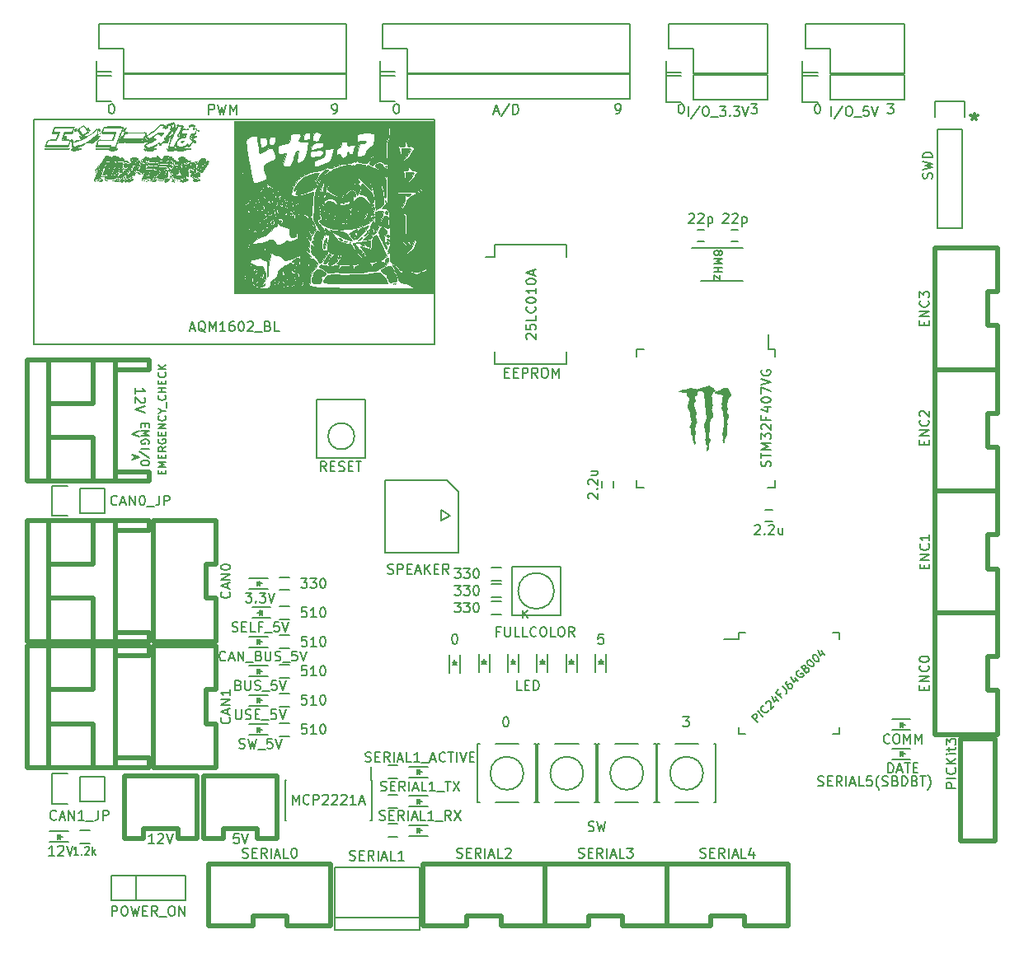
<source format=gbr>
G04 #@! TF.GenerationSoftware,KiCad,Pcbnew,(5.0.0)*
G04 #@! TF.CreationDate,2019-02-23T04:14:29+09:00*
G04 #@! TF.ProjectId,stm32f4_Centaurus,73746D333266345F43656E7461757275,rev?*
G04 #@! TF.SameCoordinates,Original*
G04 #@! TF.FileFunction,Legend,Top*
G04 #@! TF.FilePolarity,Positive*
%FSLAX46Y46*%
G04 Gerber Fmt 4.6, Leading zero omitted, Abs format (unit mm)*
G04 Created by KiCad (PCBNEW (5.0.0)) date 02/23/19 04:14:29*
%MOMM*%
%LPD*%
G01*
G04 APERTURE LIST*
%ADD10C,0.200000*%
%ADD11C,0.150000*%
%ADD12C,0.375000*%
%ADD13C,0.500000*%
%ADD14C,0.010000*%
G04 APERTURE END LIST*
D10*
X141416666Y-53202380D02*
X142035714Y-53202380D01*
X141702380Y-53583333D01*
X141845238Y-53583333D01*
X141940476Y-53630952D01*
X141988095Y-53678571D01*
X142035714Y-53773809D01*
X142035714Y-54011904D01*
X141988095Y-54107142D01*
X141940476Y-54154761D01*
X141845238Y-54202380D01*
X141559523Y-54202380D01*
X141464285Y-54154761D01*
X141416666Y-54107142D01*
X134202380Y-53202380D02*
X134297619Y-53202380D01*
X134392857Y-53250000D01*
X134440476Y-53297619D01*
X134488095Y-53392857D01*
X134535714Y-53583333D01*
X134535714Y-53821428D01*
X134488095Y-54011904D01*
X134440476Y-54107142D01*
X134392857Y-54154761D01*
X134297619Y-54202380D01*
X134202380Y-54202380D01*
X134107142Y-54154761D01*
X134059523Y-54107142D01*
X134011904Y-54011904D01*
X133964285Y-53821428D01*
X133964285Y-53583333D01*
X134011904Y-53392857D01*
X134059523Y-53297619D01*
X134107142Y-53250000D01*
X134202380Y-53202380D01*
X127416666Y-53202380D02*
X128035714Y-53202380D01*
X127702380Y-53583333D01*
X127845238Y-53583333D01*
X127940476Y-53630952D01*
X127988095Y-53678571D01*
X128035714Y-53773809D01*
X128035714Y-54011904D01*
X127988095Y-54107142D01*
X127940476Y-54154761D01*
X127845238Y-54202380D01*
X127559523Y-54202380D01*
X127464285Y-54154761D01*
X127416666Y-54107142D01*
X120202380Y-53202380D02*
X120297619Y-53202380D01*
X120392857Y-53250000D01*
X120440476Y-53297619D01*
X120488095Y-53392857D01*
X120535714Y-53583333D01*
X120535714Y-53821428D01*
X120488095Y-54011904D01*
X120440476Y-54107142D01*
X120392857Y-54154761D01*
X120297619Y-54202380D01*
X120202380Y-54202380D01*
X120107142Y-54154761D01*
X120059523Y-54107142D01*
X120011904Y-54011904D01*
X119964285Y-53821428D01*
X119964285Y-53583333D01*
X120011904Y-53392857D01*
X120059523Y-53297619D01*
X120107142Y-53250000D01*
X120202380Y-53202380D01*
X113559523Y-54202380D02*
X113750000Y-54202380D01*
X113845238Y-54154761D01*
X113892857Y-54107142D01*
X113988095Y-53964285D01*
X114035714Y-53773809D01*
X114035714Y-53392857D01*
X113988095Y-53297619D01*
X113940476Y-53250000D01*
X113845238Y-53202380D01*
X113654761Y-53202380D01*
X113559523Y-53250000D01*
X113511904Y-53297619D01*
X113464285Y-53392857D01*
X113464285Y-53630952D01*
X113511904Y-53726190D01*
X113559523Y-53773809D01*
X113654761Y-53821428D01*
X113845238Y-53821428D01*
X113940476Y-53773809D01*
X113988095Y-53726190D01*
X114035714Y-53630952D01*
X90952380Y-53202380D02*
X91047619Y-53202380D01*
X91142857Y-53250000D01*
X91190476Y-53297619D01*
X91238095Y-53392857D01*
X91285714Y-53583333D01*
X91285714Y-53821428D01*
X91238095Y-54011904D01*
X91190476Y-54107142D01*
X91142857Y-54154761D01*
X91047619Y-54202380D01*
X90952380Y-54202380D01*
X90857142Y-54154761D01*
X90809523Y-54107142D01*
X90761904Y-54011904D01*
X90714285Y-53821428D01*
X90714285Y-53583333D01*
X90761904Y-53392857D01*
X90809523Y-53297619D01*
X90857142Y-53250000D01*
X90952380Y-53202380D01*
X84459523Y-54202380D02*
X84650000Y-54202380D01*
X84745238Y-54154761D01*
X84792857Y-54107142D01*
X84888095Y-53964285D01*
X84935714Y-53773809D01*
X84935714Y-53392857D01*
X84888095Y-53297619D01*
X84840476Y-53250000D01*
X84745238Y-53202380D01*
X84554761Y-53202380D01*
X84459523Y-53250000D01*
X84411904Y-53297619D01*
X84364285Y-53392857D01*
X84364285Y-53630952D01*
X84411904Y-53726190D01*
X84459523Y-53773809D01*
X84554761Y-53821428D01*
X84745238Y-53821428D01*
X84840476Y-53773809D01*
X84888095Y-53726190D01*
X84935714Y-53630952D01*
X61702380Y-53202380D02*
X61797619Y-53202380D01*
X61892857Y-53250000D01*
X61940476Y-53297619D01*
X61988095Y-53392857D01*
X62035714Y-53583333D01*
X62035714Y-53821428D01*
X61988095Y-54011904D01*
X61940476Y-54107142D01*
X61892857Y-54154761D01*
X61797619Y-54202380D01*
X61702380Y-54202380D01*
X61607142Y-54154761D01*
X61559523Y-54107142D01*
X61511904Y-54011904D01*
X61464285Y-53821428D01*
X61464285Y-53583333D01*
X61511904Y-53392857D01*
X61559523Y-53297619D01*
X61607142Y-53250000D01*
X61702380Y-53202380D01*
X120416666Y-116202380D02*
X121035714Y-116202380D01*
X120702380Y-116583333D01*
X120845238Y-116583333D01*
X120940476Y-116630952D01*
X120988095Y-116678571D01*
X121035714Y-116773809D01*
X121035714Y-117011904D01*
X120988095Y-117107142D01*
X120940476Y-117154761D01*
X120845238Y-117202380D01*
X120559523Y-117202380D01*
X120464285Y-117154761D01*
X120416666Y-117107142D01*
X102202380Y-116202380D02*
X102297619Y-116202380D01*
X102392857Y-116250000D01*
X102440476Y-116297619D01*
X102488095Y-116392857D01*
X102535714Y-116583333D01*
X102535714Y-116821428D01*
X102488095Y-117011904D01*
X102440476Y-117107142D01*
X102392857Y-117154761D01*
X102297619Y-117202380D01*
X102202380Y-117202380D01*
X102107142Y-117154761D01*
X102059523Y-117107142D01*
X102011904Y-117011904D01*
X101964285Y-116821428D01*
X101964285Y-116583333D01*
X102011904Y-116392857D01*
X102059523Y-116297619D01*
X102107142Y-116250000D01*
X102202380Y-116202380D01*
X110717857Y-127904761D02*
X110860714Y-127952380D01*
X111098809Y-127952380D01*
X111194047Y-127904761D01*
X111241666Y-127857142D01*
X111289285Y-127761904D01*
X111289285Y-127666666D01*
X111241666Y-127571428D01*
X111194047Y-127523809D01*
X111098809Y-127476190D01*
X110908333Y-127428571D01*
X110813095Y-127380952D01*
X110765476Y-127333333D01*
X110717857Y-127238095D01*
X110717857Y-127142857D01*
X110765476Y-127047619D01*
X110813095Y-127000000D01*
X110908333Y-126952380D01*
X111146428Y-126952380D01*
X111289285Y-127000000D01*
X111622619Y-126952380D02*
X111860714Y-127952380D01*
X112051190Y-127238095D01*
X112241666Y-127952380D01*
X112479761Y-126952380D01*
X103857142Y-113452380D02*
X103380952Y-113452380D01*
X103380952Y-112452380D01*
X104190476Y-112928571D02*
X104523809Y-112928571D01*
X104666666Y-113452380D02*
X104190476Y-113452380D01*
X104190476Y-112452380D01*
X104666666Y-112452380D01*
X105095238Y-113452380D02*
X105095238Y-112452380D01*
X105333333Y-112452380D01*
X105476190Y-112500000D01*
X105571428Y-112595238D01*
X105619047Y-112690476D01*
X105666666Y-112880952D01*
X105666666Y-113023809D01*
X105619047Y-113214285D01*
X105571428Y-113309523D01*
X105476190Y-113404761D01*
X105333333Y-113452380D01*
X105095238Y-113452380D01*
D11*
X104010476Y-106031904D02*
X104010476Y-105231904D01*
X104467619Y-106031904D02*
X104124761Y-105574761D01*
X104467619Y-105231904D02*
X104010476Y-105689047D01*
D10*
X112238095Y-107702380D02*
X111761904Y-107702380D01*
X111714285Y-108178571D01*
X111761904Y-108130952D01*
X111857142Y-108083333D01*
X112095238Y-108083333D01*
X112190476Y-108130952D01*
X112238095Y-108178571D01*
X112285714Y-108273809D01*
X112285714Y-108511904D01*
X112238095Y-108607142D01*
X112190476Y-108654761D01*
X112095238Y-108702380D01*
X111857142Y-108702380D01*
X111761904Y-108654761D01*
X111714285Y-108607142D01*
X96952380Y-107702380D02*
X97047619Y-107702380D01*
X97142857Y-107750000D01*
X97190476Y-107797619D01*
X97238095Y-107892857D01*
X97285714Y-108083333D01*
X97285714Y-108321428D01*
X97238095Y-108511904D01*
X97190476Y-108607142D01*
X97142857Y-108654761D01*
X97047619Y-108702380D01*
X96952380Y-108702380D01*
X96857142Y-108654761D01*
X96809523Y-108607142D01*
X96761904Y-108511904D01*
X96714285Y-108321428D01*
X96714285Y-108083333D01*
X96761904Y-107892857D01*
X96809523Y-107797619D01*
X96857142Y-107750000D01*
X96952380Y-107702380D01*
D12*
X150330000Y-54178571D02*
X150330000Y-54535714D01*
X149972857Y-54392857D02*
X150330000Y-54535714D01*
X150687142Y-54392857D01*
X150115714Y-54821428D02*
X150330000Y-54535714D01*
X150544285Y-54821428D01*
D10*
X101607142Y-107428571D02*
X101273809Y-107428571D01*
X101273809Y-107952380D02*
X101273809Y-106952380D01*
X101750000Y-106952380D01*
X102130952Y-106952380D02*
X102130952Y-107761904D01*
X102178571Y-107857142D01*
X102226190Y-107904761D01*
X102321428Y-107952380D01*
X102511904Y-107952380D01*
X102607142Y-107904761D01*
X102654761Y-107857142D01*
X102702380Y-107761904D01*
X102702380Y-106952380D01*
X103654761Y-107952380D02*
X103178571Y-107952380D01*
X103178571Y-106952380D01*
X104464285Y-107952380D02*
X103988095Y-107952380D01*
X103988095Y-106952380D01*
X105369047Y-107857142D02*
X105321428Y-107904761D01*
X105178571Y-107952380D01*
X105083333Y-107952380D01*
X104940476Y-107904761D01*
X104845238Y-107809523D01*
X104797619Y-107714285D01*
X104750000Y-107523809D01*
X104750000Y-107380952D01*
X104797619Y-107190476D01*
X104845238Y-107095238D01*
X104940476Y-107000000D01*
X105083333Y-106952380D01*
X105178571Y-106952380D01*
X105321428Y-107000000D01*
X105369047Y-107047619D01*
X105988095Y-106952380D02*
X106178571Y-106952380D01*
X106273809Y-107000000D01*
X106369047Y-107095238D01*
X106416666Y-107285714D01*
X106416666Y-107619047D01*
X106369047Y-107809523D01*
X106273809Y-107904761D01*
X106178571Y-107952380D01*
X105988095Y-107952380D01*
X105892857Y-107904761D01*
X105797619Y-107809523D01*
X105750000Y-107619047D01*
X105750000Y-107285714D01*
X105797619Y-107095238D01*
X105892857Y-107000000D01*
X105988095Y-106952380D01*
X107321428Y-107952380D02*
X106845238Y-107952380D01*
X106845238Y-106952380D01*
X107845238Y-106952380D02*
X108035714Y-106952380D01*
X108130952Y-107000000D01*
X108226190Y-107095238D01*
X108273809Y-107285714D01*
X108273809Y-107619047D01*
X108226190Y-107809523D01*
X108130952Y-107904761D01*
X108035714Y-107952380D01*
X107845238Y-107952380D01*
X107750000Y-107904761D01*
X107654761Y-107809523D01*
X107607142Y-107619047D01*
X107607142Y-107285714D01*
X107654761Y-107095238D01*
X107750000Y-107000000D01*
X107845238Y-106952380D01*
X109273809Y-107952380D02*
X108940476Y-107476190D01*
X108702380Y-107952380D02*
X108702380Y-106952380D01*
X109083333Y-106952380D01*
X109178571Y-107000000D01*
X109226190Y-107047619D01*
X109273809Y-107142857D01*
X109273809Y-107285714D01*
X109226190Y-107380952D01*
X109178571Y-107428571D01*
X109083333Y-107476190D01*
X108702380Y-107476190D01*
X102138095Y-80818571D02*
X102471428Y-80818571D01*
X102614285Y-81342380D02*
X102138095Y-81342380D01*
X102138095Y-80342380D01*
X102614285Y-80342380D01*
X103042857Y-80818571D02*
X103376190Y-80818571D01*
X103519047Y-81342380D02*
X103042857Y-81342380D01*
X103042857Y-80342380D01*
X103519047Y-80342380D01*
X103947619Y-81342380D02*
X103947619Y-80342380D01*
X104328571Y-80342380D01*
X104423809Y-80390000D01*
X104471428Y-80437619D01*
X104519047Y-80532857D01*
X104519047Y-80675714D01*
X104471428Y-80770952D01*
X104423809Y-80818571D01*
X104328571Y-80866190D01*
X103947619Y-80866190D01*
X105519047Y-81342380D02*
X105185714Y-80866190D01*
X104947619Y-81342380D02*
X104947619Y-80342380D01*
X105328571Y-80342380D01*
X105423809Y-80390000D01*
X105471428Y-80437619D01*
X105519047Y-80532857D01*
X105519047Y-80675714D01*
X105471428Y-80770952D01*
X105423809Y-80818571D01*
X105328571Y-80866190D01*
X104947619Y-80866190D01*
X106138095Y-80342380D02*
X106328571Y-80342380D01*
X106423809Y-80390000D01*
X106519047Y-80485238D01*
X106566666Y-80675714D01*
X106566666Y-81009047D01*
X106519047Y-81199523D01*
X106423809Y-81294761D01*
X106328571Y-81342380D01*
X106138095Y-81342380D01*
X106042857Y-81294761D01*
X105947619Y-81199523D01*
X105900000Y-81009047D01*
X105900000Y-80675714D01*
X105947619Y-80485238D01*
X106042857Y-80390000D01*
X106138095Y-80342380D01*
X106995238Y-81342380D02*
X106995238Y-80342380D01*
X107328571Y-81056666D01*
X107661904Y-80342380D01*
X107661904Y-81342380D01*
D11*
X64066666Y-89309523D02*
X64066666Y-89690476D01*
X63838095Y-89233333D02*
X64638095Y-89500000D01*
X63838095Y-89766666D01*
X64812772Y-88661904D02*
X65612772Y-88661904D01*
X65650867Y-89614285D02*
X64622296Y-88928571D01*
X65612772Y-90033333D02*
X65612772Y-90185714D01*
X65574677Y-90261904D01*
X65498486Y-90338095D01*
X65346105Y-90376190D01*
X65079438Y-90376190D01*
X64927057Y-90338095D01*
X64850867Y-90261904D01*
X64812772Y-90185714D01*
X64812772Y-90033333D01*
X64850867Y-89957142D01*
X64927057Y-89880952D01*
X65079438Y-89842857D01*
X65346105Y-89842857D01*
X65498486Y-89880952D01*
X65574677Y-89957142D01*
X65612772Y-90033333D01*
X64638095Y-86833333D02*
X63838095Y-87100000D01*
X64638095Y-87366666D01*
X65231819Y-86071428D02*
X65231819Y-86338095D01*
X64812772Y-86452380D02*
X64812772Y-86071428D01*
X65612772Y-86071428D01*
X65612772Y-86452380D01*
X64812772Y-86795238D02*
X65612772Y-86795238D01*
X65041343Y-87061904D01*
X65612772Y-87328571D01*
X64812772Y-87328571D01*
X65574677Y-88128571D02*
X65612772Y-88052380D01*
X65612772Y-87938095D01*
X65574677Y-87823809D01*
X65498486Y-87747619D01*
X65422296Y-87709523D01*
X65269915Y-87671428D01*
X65155629Y-87671428D01*
X65003248Y-87709523D01*
X64927057Y-87747619D01*
X64850867Y-87823809D01*
X64812772Y-87938095D01*
X64812772Y-88014285D01*
X64850867Y-88128571D01*
X64888962Y-88166666D01*
X65155629Y-88166666D01*
X65155629Y-88014285D01*
D10*
X64222296Y-82994499D02*
X64222296Y-82423070D01*
X64222296Y-82708785D02*
X65222296Y-82708785D01*
X65079438Y-82613547D01*
X64984200Y-82518308D01*
X64936581Y-82423070D01*
X65127057Y-83375451D02*
X65174677Y-83423070D01*
X65222296Y-83518308D01*
X65222296Y-83756404D01*
X65174677Y-83851642D01*
X65127057Y-83899261D01*
X65031819Y-83946880D01*
X64936581Y-83946880D01*
X64793724Y-83899261D01*
X64222296Y-83327832D01*
X64222296Y-83946880D01*
X65222296Y-84232594D02*
X64222296Y-84565927D01*
X65222296Y-84899261D01*
D11*
G04 #@! TO.C,U12*
X101085000Y-67695000D02*
X101085000Y-68965000D01*
X108435000Y-67695000D02*
X108435000Y-68965000D01*
X108435000Y-79905000D02*
X108435000Y-78635000D01*
X101085000Y-79905000D02*
X101085000Y-78635000D01*
X101085000Y-67695000D02*
X108435000Y-67695000D01*
X101085000Y-79905000D02*
X108435000Y-79905000D01*
X101085000Y-68965000D02*
X100150000Y-68965000D01*
G04 #@! TO.C,R44*
X58500000Y-127825000D02*
X59500000Y-127825000D01*
X59500000Y-129175000D02*
X58500000Y-129175000D01*
G04 #@! TO.C,P28*
X118700000Y-53050000D02*
X118700000Y-49950000D01*
X120250000Y-53050000D02*
X118700000Y-53050000D01*
X121520000Y-50230000D02*
X121520000Y-52770000D01*
X129140000Y-52770000D02*
X129140000Y-50230000D01*
X118700000Y-49950000D02*
X120250000Y-49950000D01*
X121520000Y-50230000D02*
X129140000Y-50230000D01*
X121520000Y-52770000D02*
X129140000Y-52770000D01*
G04 #@! TO.C,P31*
X135520000Y-50020000D02*
X143140000Y-50020000D01*
X143140000Y-50020000D02*
X143140000Y-44940000D01*
X143140000Y-44940000D02*
X132980000Y-44940000D01*
X132980000Y-44940000D02*
X132980000Y-47480000D01*
X132700000Y-48750000D02*
X132700000Y-50300000D01*
X132980000Y-47480000D02*
X135520000Y-47480000D01*
X135520000Y-47480000D02*
X135520000Y-50020000D01*
X132700000Y-50300000D02*
X134250000Y-50300000D01*
G04 #@! TO.C,P29*
X135520000Y-52770000D02*
X143140000Y-52770000D01*
X135520000Y-50230000D02*
X143140000Y-50230000D01*
X132700000Y-49950000D02*
X134250000Y-49950000D01*
X143140000Y-52770000D02*
X143140000Y-50230000D01*
X135520000Y-50230000D02*
X135520000Y-52770000D01*
X134250000Y-53050000D02*
X132700000Y-53050000D01*
X132700000Y-53050000D02*
X132700000Y-49950000D01*
G04 #@! TO.C,P30*
X118700000Y-50300000D02*
X120250000Y-50300000D01*
X121520000Y-47480000D02*
X121520000Y-50020000D01*
X118980000Y-47480000D02*
X121520000Y-47480000D01*
X118700000Y-48750000D02*
X118700000Y-50300000D01*
X118980000Y-44940000D02*
X118980000Y-47480000D01*
X129140000Y-44940000D02*
X118980000Y-44940000D01*
X129140000Y-50020000D02*
X129140000Y-44940000D01*
X121520000Y-50020000D02*
X129140000Y-50020000D01*
G04 #@! TO.C,R28*
X79000000Y-107825000D02*
X80000000Y-107825000D01*
X80000000Y-109175000D02*
X79000000Y-109175000D01*
G04 #@! TO.C,R30*
X79000000Y-113825000D02*
X80000000Y-113825000D01*
X80000000Y-115175000D02*
X79000000Y-115175000D01*
G04 #@! TO.C,R26*
X80000000Y-106175000D02*
X79000000Y-106175000D01*
X79000000Y-104825000D02*
X80000000Y-104825000D01*
G04 #@! TO.C,R27*
X80000000Y-112175000D02*
X79000000Y-112175000D01*
X79000000Y-110825000D02*
X80000000Y-110825000D01*
G04 #@! TO.C,R29*
X79000000Y-116825000D02*
X80000000Y-116825000D01*
X80000000Y-118175000D02*
X79000000Y-118175000D01*
G04 #@! TO.C,R31*
X80000000Y-103175000D02*
X79000000Y-103175000D01*
X79000000Y-101825000D02*
X80000000Y-101825000D01*
G04 #@! TO.C,D7*
X77000000Y-111750000D02*
X76750000Y-111500000D01*
X77000000Y-111250000D02*
X77000000Y-111750000D01*
X76750000Y-111500000D02*
X77000000Y-111250000D01*
X76750000Y-111250000D02*
X76750000Y-111750000D01*
X76800000Y-111500000D02*
X77250000Y-111500000D01*
X75900000Y-110950000D02*
X77800000Y-110950000D01*
X75900000Y-112050000D02*
X77800000Y-112050000D01*
G04 #@! TO.C,D8*
X75900000Y-109050000D02*
X77800000Y-109050000D01*
X75900000Y-107950000D02*
X77800000Y-107950000D01*
X76800000Y-108500000D02*
X77250000Y-108500000D01*
X76750000Y-108250000D02*
X76750000Y-108750000D01*
X76750000Y-108500000D02*
X77000000Y-108250000D01*
X77000000Y-108250000D02*
X77000000Y-108750000D01*
X77000000Y-108750000D02*
X76750000Y-108500000D01*
G04 #@! TO.C,D9*
X77000000Y-117750000D02*
X76750000Y-117500000D01*
X77000000Y-117250000D02*
X77000000Y-117750000D01*
X76750000Y-117500000D02*
X77000000Y-117250000D01*
X76750000Y-117250000D02*
X76750000Y-117750000D01*
X76800000Y-117500000D02*
X77250000Y-117500000D01*
X75900000Y-116950000D02*
X77800000Y-116950000D01*
X75900000Y-118050000D02*
X77800000Y-118050000D01*
G04 #@! TO.C,D11*
X77000000Y-102750000D02*
X76750000Y-102500000D01*
X77000000Y-102250000D02*
X77000000Y-102750000D01*
X76750000Y-102500000D02*
X77000000Y-102250000D01*
X76750000Y-102250000D02*
X76750000Y-102750000D01*
X76800000Y-102500000D02*
X77250000Y-102500000D01*
X75900000Y-101950000D02*
X77800000Y-101950000D01*
X75900000Y-103050000D02*
X77800000Y-103050000D01*
G04 #@! TO.C,D6*
X78100000Y-104950000D02*
X76200000Y-104950000D01*
X78100000Y-106050000D02*
X76200000Y-106050000D01*
X77200000Y-105500000D02*
X76750000Y-105500000D01*
X77250000Y-105750000D02*
X77250000Y-105250000D01*
X77250000Y-105500000D02*
X77000000Y-105750000D01*
X77000000Y-105750000D02*
X77000000Y-105250000D01*
X77000000Y-105250000D02*
X77250000Y-105500000D01*
G04 #@! TO.C,D10*
X75900000Y-115050000D02*
X77800000Y-115050000D01*
X75900000Y-113950000D02*
X77800000Y-113950000D01*
X76800000Y-114500000D02*
X77250000Y-114500000D01*
X76750000Y-114250000D02*
X76750000Y-114750000D01*
X76750000Y-114500000D02*
X77000000Y-114250000D01*
X77000000Y-114250000D02*
X77000000Y-114750000D01*
X77000000Y-114750000D02*
X76750000Y-114500000D01*
G04 #@! TO.C,D18*
X56500000Y-128750000D02*
X56250000Y-128500000D01*
X56500000Y-128250000D02*
X56500000Y-128750000D01*
X56250000Y-128500000D02*
X56500000Y-128250000D01*
X56250000Y-128250000D02*
X56250000Y-128750000D01*
X56300000Y-128500000D02*
X56750000Y-128500000D01*
X55400000Y-127950000D02*
X57300000Y-127950000D01*
X55400000Y-129050000D02*
X57300000Y-129050000D01*
G04 #@! TO.C,U1*
X129875000Y-78375000D02*
X129225000Y-78375000D01*
X129875000Y-92625000D02*
X129115000Y-92625000D01*
X115625000Y-92625000D02*
X116385000Y-92625000D01*
X115625000Y-78375000D02*
X116385000Y-78375000D01*
X129875000Y-78375000D02*
X129875000Y-79135000D01*
X115625000Y-78375000D02*
X115625000Y-79135000D01*
X115625000Y-92625000D02*
X115625000Y-91865000D01*
X129875000Y-92625000D02*
X129875000Y-91865000D01*
X129225000Y-78375000D02*
X129225000Y-76850000D01*
D13*
G04 #@! TO.C,P14*
X65650000Y-108900000D02*
X53050000Y-108900000D01*
X53050000Y-121400000D02*
X53050000Y-108900000D01*
X65650000Y-121400000D02*
X53050000Y-121400000D01*
X55250000Y-108900000D02*
X55250000Y-121400000D01*
X59850000Y-113400000D02*
X55250000Y-113400000D01*
X59850000Y-116900000D02*
X55250000Y-116900000D01*
X59850000Y-113400000D02*
X59850000Y-108900000D01*
X59850000Y-116900000D02*
X59850000Y-121400000D01*
X62150000Y-121400000D02*
X62150000Y-108900000D01*
X65650000Y-109900000D02*
X62150000Y-109900000D01*
X65650000Y-108900000D02*
X65650000Y-109900000D01*
X65650000Y-120400000D02*
X62150000Y-120400000D01*
X65650000Y-121400000D02*
X65650000Y-120400000D01*
G04 #@! TO.C,P11*
X66050000Y-108500000D02*
X72450000Y-108500000D01*
X72450000Y-96000000D02*
X66050000Y-96000000D01*
X66050000Y-96000000D02*
X66050000Y-108500000D01*
X72450000Y-100500000D02*
X72450000Y-96000000D01*
X71450000Y-100500000D02*
X72450000Y-100500000D01*
X71450000Y-104000000D02*
X71450000Y-100500000D01*
X72450000Y-104000000D02*
X71450000Y-104000000D01*
X72450000Y-108500000D02*
X72450000Y-104000000D01*
D11*
G04 #@! TO.C,R46*
X101750000Y-105675000D02*
X100750000Y-105675000D01*
X100750000Y-104325000D02*
X101750000Y-104325000D01*
G04 #@! TO.C,R48*
X101750000Y-102175000D02*
X100750000Y-102175000D01*
X100750000Y-100825000D02*
X101750000Y-100825000D01*
G04 #@! TO.C,R47*
X100750000Y-102575000D02*
X101750000Y-102575000D01*
X101750000Y-103925000D02*
X100750000Y-103925000D01*
D10*
G04 #@! TO.C,U8*
X107193909Y-103250000D02*
G75*
G03X107193909Y-103250000I-1843909J0D01*
G01*
X107850000Y-105750000D02*
X102850000Y-105750000D01*
X107850000Y-100750000D02*
X107850000Y-105750000D01*
X102850000Y-100750000D02*
X107850000Y-100750000D01*
X102850000Y-105750000D02*
X102850000Y-100750000D01*
D11*
G04 #@! TO.C,C11*
X121900000Y-66150000D02*
X122600000Y-66150000D01*
X122600000Y-67350000D02*
X121900000Y-67350000D01*
G04 #@! TO.C,C13*
X125400000Y-66150000D02*
X126100000Y-66150000D01*
X126100000Y-67350000D02*
X125400000Y-67350000D01*
G04 #@! TO.C,D1*
X143000000Y-120250000D02*
X142750000Y-120000000D01*
X143000000Y-119750000D02*
X143000000Y-120250000D01*
X142750000Y-120000000D02*
X143000000Y-119750000D01*
X142750000Y-119750000D02*
X142750000Y-120250000D01*
X142800000Y-120000000D02*
X143250000Y-120000000D01*
X141900000Y-119450000D02*
X143800000Y-119450000D01*
X141900000Y-120550000D02*
X143800000Y-120550000D01*
G04 #@! TO.C,D2*
X141900000Y-117550000D02*
X143800000Y-117550000D01*
X141900000Y-116450000D02*
X143800000Y-116450000D01*
X142800000Y-117000000D02*
X143250000Y-117000000D01*
X142750000Y-116750000D02*
X142750000Y-117250000D01*
X142750000Y-117000000D02*
X143000000Y-116750000D01*
X143000000Y-116750000D02*
X143000000Y-117250000D01*
X143000000Y-117250000D02*
X142750000Y-117000000D01*
G04 #@! TO.C,D3*
X92320000Y-128420000D02*
X94220000Y-128420000D01*
X92320000Y-127320000D02*
X94220000Y-127320000D01*
X93220000Y-127870000D02*
X93670000Y-127870000D01*
X93170000Y-127620000D02*
X93170000Y-128120000D01*
X93170000Y-127870000D02*
X93420000Y-127620000D01*
X93420000Y-127620000D02*
X93420000Y-128120000D01*
X93420000Y-128120000D02*
X93170000Y-127870000D01*
G04 #@! TO.C,D4*
X93420000Y-125120000D02*
X93170000Y-124870000D01*
X93420000Y-124620000D02*
X93420000Y-125120000D01*
X93170000Y-124870000D02*
X93420000Y-124620000D01*
X93170000Y-124620000D02*
X93170000Y-125120000D01*
X93220000Y-124870000D02*
X93670000Y-124870000D01*
X92320000Y-124320000D02*
X94220000Y-124320000D01*
X92320000Y-125420000D02*
X94220000Y-125420000D01*
G04 #@! TO.C,D5*
X92320000Y-122420000D02*
X94220000Y-122420000D01*
X92320000Y-121320000D02*
X94220000Y-121320000D01*
X93220000Y-121870000D02*
X93670000Y-121870000D01*
X93170000Y-121620000D02*
X93170000Y-122120000D01*
X93170000Y-121870000D02*
X93420000Y-121620000D01*
X93420000Y-121620000D02*
X93420000Y-122120000D01*
X93420000Y-122120000D02*
X93170000Y-121870000D01*
G04 #@! TO.C,IC1*
X126125000Y-107575000D02*
X126125000Y-108175000D01*
X136475000Y-107575000D02*
X136475000Y-108245000D01*
X136475000Y-117925000D02*
X136475000Y-117255000D01*
X126125000Y-117925000D02*
X126125000Y-117255000D01*
X126125000Y-107575000D02*
X126795000Y-107575000D01*
X126125000Y-117925000D02*
X126795000Y-117925000D01*
X136475000Y-117925000D02*
X135805000Y-117925000D01*
X136475000Y-107575000D02*
X135805000Y-107575000D01*
X126125000Y-108175000D02*
X124650000Y-108175000D01*
D13*
G04 #@! TO.C,P1*
X152450000Y-118500000D02*
X148950000Y-118500000D01*
X152450000Y-129000000D02*
X152450000Y-118500000D01*
X148950000Y-129000000D02*
X148950000Y-118500000D01*
X148950000Y-129000000D02*
X152450000Y-129000000D01*
D11*
G04 #@! TO.C,C26*
X113320000Y-91960000D02*
X113320000Y-92660000D01*
X112120000Y-92660000D02*
X112120000Y-91960000D01*
G04 #@! TO.C,C27*
X129600000Y-96100000D02*
X128900000Y-96100000D01*
X128900000Y-94900000D02*
X129600000Y-94900000D01*
G04 #@! TO.C,D19*
X97538703Y-111720000D02*
X97538703Y-109820000D01*
X96438703Y-111720000D02*
X96438703Y-109820000D01*
X96988703Y-110820000D02*
X96988703Y-110370000D01*
X96738703Y-110870000D02*
X97238703Y-110870000D01*
X96988703Y-110870000D02*
X96738703Y-110620000D01*
X96738703Y-110620000D02*
X97238703Y-110620000D01*
X97238703Y-110620000D02*
X96988703Y-110870000D01*
G04 #@! TO.C,LED1*
X86690000Y-87350000D02*
G75*
G03X86690000Y-87350000I-1350000J0D01*
G01*
X87840000Y-89600000D02*
X82840000Y-89600000D01*
X87840000Y-83600000D02*
X87840000Y-89600000D01*
X82840000Y-83600000D02*
X87840000Y-83600000D01*
X82840000Y-89600000D02*
X82840000Y-83600000D01*
D13*
G04 #@! TO.C,P3*
X152700000Y-105500000D02*
X152700000Y-101000000D01*
X152700000Y-101000000D02*
X151700000Y-101000000D01*
X151700000Y-101000000D02*
X151700000Y-97500000D01*
X151700000Y-97500000D02*
X152700000Y-97500000D01*
X152700000Y-97500000D02*
X152700000Y-93000000D01*
X146300000Y-93000000D02*
X146300000Y-105500000D01*
X152700000Y-93000000D02*
X146300000Y-93000000D01*
X146300000Y-105500000D02*
X152700000Y-105500000D01*
G04 #@! TO.C,P4*
X146300000Y-93000000D02*
X152700000Y-93000000D01*
X152700000Y-80500000D02*
X146300000Y-80500000D01*
X146300000Y-80500000D02*
X146300000Y-93000000D01*
X152700000Y-85000000D02*
X152700000Y-80500000D01*
X151700000Y-85000000D02*
X152700000Y-85000000D01*
X151700000Y-88500000D02*
X151700000Y-85000000D01*
X152700000Y-88500000D02*
X151700000Y-88500000D01*
X152700000Y-93000000D02*
X152700000Y-88500000D01*
D11*
G04 #@! TO.C,P5*
X84649100Y-138067460D02*
X93349100Y-138067460D01*
X84649100Y-131662460D02*
X93349100Y-131662460D01*
X93349100Y-131662460D02*
X93349100Y-138067460D01*
X93349100Y-136837460D02*
X84649100Y-136837460D01*
X84649100Y-138067460D02*
X84649100Y-131662460D01*
D13*
G04 #@! TO.C,P6*
X146300000Y-80500000D02*
X152700000Y-80500000D01*
X152700000Y-68000000D02*
X146300000Y-68000000D01*
X146300000Y-68000000D02*
X146300000Y-80500000D01*
X152700000Y-72500000D02*
X152700000Y-68000000D01*
X151700000Y-72500000D02*
X152700000Y-72500000D01*
X151700000Y-76000000D02*
X151700000Y-72500000D01*
X152700000Y-76000000D02*
X151700000Y-76000000D01*
X152700000Y-80500000D02*
X152700000Y-76000000D01*
G04 #@! TO.C,P7*
X152700000Y-118000000D02*
X152700000Y-113500000D01*
X152700000Y-113500000D02*
X151700000Y-113500000D01*
X151700000Y-113500000D02*
X151700000Y-110000000D01*
X151700000Y-110000000D02*
X152700000Y-110000000D01*
X152700000Y-110000000D02*
X152700000Y-105500000D01*
X146300000Y-105500000D02*
X146300000Y-118000000D01*
X152700000Y-105500000D02*
X146300000Y-105500000D01*
X146300000Y-118000000D02*
X152700000Y-118000000D01*
G04 #@! TO.C,P8*
X118750000Y-137700000D02*
X123250000Y-137700000D01*
X123250000Y-137700000D02*
X123250000Y-136700000D01*
X123250000Y-136700000D02*
X126750000Y-136700000D01*
X126750000Y-136700000D02*
X126750000Y-137700000D01*
X126750000Y-137700000D02*
X131250000Y-137700000D01*
X131250000Y-131300000D02*
X118750000Y-131300000D01*
X131250000Y-137700000D02*
X131250000Y-131300000D01*
X118750000Y-131300000D02*
X118750000Y-137700000D01*
G04 #@! TO.C,P9*
X106250000Y-131300000D02*
X106250000Y-137700000D01*
X118750000Y-137700000D02*
X118750000Y-131300000D01*
X118750000Y-131300000D02*
X106250000Y-131300000D01*
X114250000Y-137700000D02*
X118750000Y-137700000D01*
X114250000Y-136700000D02*
X114250000Y-137700000D01*
X110750000Y-136700000D02*
X114250000Y-136700000D01*
X110750000Y-137700000D02*
X110750000Y-136700000D01*
X106250000Y-137700000D02*
X110750000Y-137700000D01*
G04 #@! TO.C,P10*
X78750000Y-122300000D02*
X71250000Y-122300000D01*
X78750000Y-128700000D02*
X78750000Y-122300000D01*
X71250000Y-122300000D02*
X71250000Y-128700000D01*
X76750000Y-128700000D02*
X78750000Y-128700000D01*
X76750000Y-127700000D02*
X76750000Y-128700000D01*
X73250000Y-127700000D02*
X76750000Y-127700000D01*
X73250000Y-128700000D02*
X73250000Y-127700000D01*
X71250000Y-128700000D02*
X73250000Y-128700000D01*
G04 #@! TO.C,P12*
X72450000Y-121400000D02*
X72450000Y-116900000D01*
X72450000Y-116900000D02*
X71450000Y-116900000D01*
X71450000Y-116900000D02*
X71450000Y-113400000D01*
X71450000Y-113400000D02*
X72450000Y-113400000D01*
X72450000Y-113400000D02*
X72450000Y-108900000D01*
X66050000Y-108900000D02*
X66050000Y-121400000D01*
X72450000Y-108900000D02*
X66050000Y-108900000D01*
X66050000Y-121400000D02*
X72450000Y-121400000D01*
G04 #@! TO.C,P13*
X65650000Y-108500000D02*
X65650000Y-107500000D01*
X65650000Y-107500000D02*
X62150000Y-107500000D01*
X65650000Y-96000000D02*
X65650000Y-97000000D01*
X65650000Y-97000000D02*
X62150000Y-97000000D01*
X62150000Y-108500000D02*
X62150000Y-96000000D01*
X59850000Y-104000000D02*
X59850000Y-108500000D01*
X59850000Y-100500000D02*
X59850000Y-96000000D01*
X59850000Y-104000000D02*
X55250000Y-104000000D01*
X59850000Y-100500000D02*
X55250000Y-100500000D01*
X55250000Y-96000000D02*
X55250000Y-108500000D01*
X65650000Y-108500000D02*
X53050000Y-108500000D01*
X53050000Y-108500000D02*
X53050000Y-96000000D01*
X65650000Y-96000000D02*
X53050000Y-96000000D01*
G04 #@! TO.C,P15*
X93750000Y-131300000D02*
X93750000Y-137700000D01*
X106250000Y-137700000D02*
X106250000Y-131300000D01*
X106250000Y-131300000D02*
X93750000Y-131300000D01*
X101750000Y-137700000D02*
X106250000Y-137700000D01*
X101750000Y-136700000D02*
X101750000Y-137700000D01*
X98250000Y-136700000D02*
X101750000Y-136700000D01*
X98250000Y-137700000D02*
X98250000Y-136700000D01*
X93750000Y-137700000D02*
X98250000Y-137700000D01*
G04 #@! TO.C,P16*
X71750000Y-137700000D02*
X76250000Y-137700000D01*
X76250000Y-137700000D02*
X76250000Y-136700000D01*
X76250000Y-136700000D02*
X79750000Y-136700000D01*
X79750000Y-136700000D02*
X79750000Y-137700000D01*
X79750000Y-137700000D02*
X84250000Y-137700000D01*
X84250000Y-131300000D02*
X71750000Y-131300000D01*
X84250000Y-137700000D02*
X84250000Y-131300000D01*
X71750000Y-131300000D02*
X71750000Y-137700000D01*
G04 #@! TO.C,P17*
X63050000Y-128700000D02*
X65050000Y-128700000D01*
X65050000Y-128700000D02*
X65050000Y-127700000D01*
X65050000Y-127700000D02*
X68550000Y-127700000D01*
X68550000Y-127700000D02*
X68550000Y-128700000D01*
X68550000Y-128700000D02*
X70550000Y-128700000D01*
X63050000Y-122300000D02*
X63050000Y-128700000D01*
X70550000Y-128700000D02*
X70550000Y-122300000D01*
X70550000Y-122300000D02*
X63050000Y-122300000D01*
D11*
G04 #@! TO.C,P18*
X149100000Y-55770000D02*
X146560000Y-55770000D01*
X146560000Y-65930000D02*
X146560000Y-55770000D01*
X149100000Y-65930000D02*
X146560000Y-65930000D01*
X149100000Y-55770000D02*
X149100000Y-65930000D01*
X149380000Y-52950000D02*
X149380000Y-54500000D01*
X146280000Y-52950000D02*
X149380000Y-52950000D01*
X146280000Y-54500000D02*
X146280000Y-52950000D01*
G04 #@! TO.C,P23*
X92160000Y-50130000D02*
X115020000Y-50130000D01*
X115020000Y-50130000D02*
X115020000Y-52670000D01*
X115020000Y-52670000D02*
X92160000Y-52670000D01*
X89340000Y-49850000D02*
X90890000Y-49850000D01*
X92160000Y-50130000D02*
X92160000Y-52670000D01*
X90890000Y-52950000D02*
X89340000Y-52950000D01*
X89340000Y-52950000D02*
X89340000Y-49850000D01*
G04 #@! TO.C,P24*
X60200000Y-52950000D02*
X60200000Y-49850000D01*
X61750000Y-52950000D02*
X60200000Y-52950000D01*
X63020000Y-50130000D02*
X63020000Y-52670000D01*
X60200000Y-49850000D02*
X61750000Y-49850000D01*
X85880000Y-52670000D02*
X63020000Y-52670000D01*
X85880000Y-50130000D02*
X85880000Y-52670000D01*
X63020000Y-50130000D02*
X85880000Y-50130000D01*
G04 #@! TO.C,P25*
X89340000Y-50300000D02*
X90890000Y-50300000D01*
X92160000Y-47480000D02*
X92160000Y-50020000D01*
X89620000Y-47480000D02*
X92160000Y-47480000D01*
X89340000Y-48750000D02*
X89340000Y-50300000D01*
X89620000Y-44940000D02*
X89620000Y-47480000D01*
X115020000Y-44940000D02*
X115020000Y-50020000D01*
X92160000Y-50020000D02*
X115020000Y-50020000D01*
X115020000Y-44940000D02*
X89620000Y-44940000D01*
G04 #@! TO.C,P26*
X85880000Y-44940000D02*
X60480000Y-44940000D01*
X63020000Y-50020000D02*
X85880000Y-50020000D01*
X85880000Y-44940000D02*
X85880000Y-50020000D01*
X60480000Y-44940000D02*
X60480000Y-47480000D01*
X60200000Y-48750000D02*
X60200000Y-50300000D01*
X60480000Y-47480000D02*
X63020000Y-47480000D01*
X63020000Y-47480000D02*
X63020000Y-50020000D01*
X60200000Y-50300000D02*
X61750000Y-50300000D01*
G04 #@! TO.C,R22*
X90140000Y-127195000D02*
X91140000Y-127195000D01*
X91140000Y-128545000D02*
X90140000Y-128545000D01*
G04 #@! TO.C,R23*
X91140000Y-125545000D02*
X90140000Y-125545000D01*
X90140000Y-124195000D02*
X91140000Y-124195000D01*
G04 #@! TO.C,R24*
X90140000Y-121195000D02*
X91140000Y-121195000D01*
X91140000Y-122545000D02*
X90140000Y-122545000D01*
G04 #@! TO.C,SP1*
X96550000Y-95550000D02*
X95550000Y-94950000D01*
X95550000Y-94950000D02*
X95550000Y-96050000D01*
X95550000Y-96050000D02*
X96550000Y-95550000D01*
X96150000Y-91850000D02*
X97350000Y-93050000D01*
X97350000Y-99350000D02*
X97350000Y-93050000D01*
X97350000Y-99350000D02*
X89850000Y-99350000D01*
X89850000Y-91850000D02*
X89850000Y-99350000D01*
X96150000Y-91850000D02*
X89850000Y-91850000D01*
G04 #@! TO.C,U3*
X88450000Y-122675000D02*
X88425000Y-122675000D01*
X88450000Y-126825000D02*
X88335000Y-126825000D01*
X79550000Y-126825000D02*
X79665000Y-126825000D01*
X79550000Y-122675000D02*
X79665000Y-122675000D01*
X88450000Y-122675000D02*
X88450000Y-126825000D01*
X79550000Y-122675000D02*
X79550000Y-126825000D01*
X88425000Y-122675000D02*
X88425000Y-121300000D01*
D14*
G04 #@! TO.C,U9*
G36*
X123106152Y-82135803D02*
X123124458Y-82142221D01*
X123131769Y-82157517D01*
X123133331Y-82167842D01*
X123143277Y-82194137D01*
X123169700Y-82211174D01*
X123181800Y-82215467D01*
X123217946Y-82234493D01*
X123230118Y-82256876D01*
X123244476Y-82280972D01*
X123271631Y-82291531D01*
X123301815Y-82304836D01*
X123338155Y-82330720D01*
X123359335Y-82350130D01*
X123400561Y-82385633D01*
X123435491Y-82400430D01*
X123445171Y-82401200D01*
X123490047Y-82409060D01*
X123520282Y-82434372D01*
X123538255Y-82479730D01*
X123543047Y-82507927D01*
X123551741Y-82556589D01*
X123565815Y-82585541D01*
X123589901Y-82600461D01*
X123623485Y-82606537D01*
X123665019Y-82610750D01*
X123536350Y-82756800D01*
X123465961Y-82838994D01*
X123410983Y-82910389D01*
X123370018Y-82975720D01*
X123341667Y-83039720D01*
X123324532Y-83107125D01*
X123317215Y-83182669D01*
X123318318Y-83271088D01*
X123326441Y-83377116D01*
X123333344Y-83444181D01*
X123348853Y-83586854D01*
X123361965Y-83706329D01*
X123372991Y-83804662D01*
X123382246Y-83883909D01*
X123390042Y-83946128D01*
X123396691Y-83993374D01*
X123402507Y-84027705D01*
X123407803Y-84051176D01*
X123412890Y-84065845D01*
X123418083Y-84073767D01*
X123423693Y-84076999D01*
X123429691Y-84077600D01*
X123444299Y-84087629D01*
X123447555Y-84113814D01*
X123440783Y-84150295D01*
X123425304Y-84191215D01*
X123402441Y-84230715D01*
X123392111Y-84244111D01*
X123376213Y-84265384D01*
X123366528Y-84287478D01*
X123361547Y-84317344D01*
X123359763Y-84361936D01*
X123359600Y-84394106D01*
X123358862Y-84449465D01*
X123355840Y-84485568D01*
X123349319Y-84508538D01*
X123338083Y-84524494D01*
X123332699Y-84529656D01*
X123318200Y-84545856D01*
X123311121Y-84565894D01*
X123310056Y-84597323D01*
X123312703Y-84637106D01*
X123317057Y-84674807D01*
X123324604Y-84714130D01*
X123336583Y-84759083D01*
X123354235Y-84813675D01*
X123378799Y-84881913D01*
X123411515Y-84967805D01*
X123428353Y-85011050D01*
X123456962Y-85098177D01*
X123471797Y-85176208D01*
X123472466Y-85241391D01*
X123458580Y-85289975D01*
X123457574Y-85291766D01*
X123429525Y-85331567D01*
X123391678Y-85374189D01*
X123350945Y-85412778D01*
X123314240Y-85440482D01*
X123300099Y-85447894D01*
X123262501Y-85475704D01*
X123240118Y-85522868D01*
X123232601Y-85590128D01*
X123232600Y-85591203D01*
X123225981Y-85646010D01*
X123208371Y-85695355D01*
X123183143Y-85731163D01*
X123170175Y-85740724D01*
X123147899Y-85766117D01*
X123143700Y-85790834D01*
X123135754Y-85826985D01*
X123118300Y-85859065D01*
X123106496Y-85877594D01*
X123098971Y-85900830D01*
X123094831Y-85934561D01*
X123093180Y-85984573D01*
X123093011Y-86022703D01*
X123094057Y-86089196D01*
X123096812Y-86170244D01*
X123100844Y-86255091D01*
X123105186Y-86325500D01*
X123109129Y-86492872D01*
X123099073Y-86672896D01*
X123075607Y-86857433D01*
X123060501Y-86941450D01*
X123049192Y-87025741D01*
X123044016Y-87126527D01*
X123044706Y-87235718D01*
X123050999Y-87345226D01*
X123062630Y-87446965D01*
X123079333Y-87532845D01*
X123079931Y-87535175D01*
X123097404Y-87595106D01*
X123112816Y-87632581D01*
X123125611Y-87646264D01*
X123126209Y-87646300D01*
X123142177Y-87637108D01*
X123143894Y-87630425D01*
X123148285Y-87623813D01*
X123156400Y-87633600D01*
X123166130Y-87665111D01*
X123167923Y-87712148D01*
X123163007Y-87768952D01*
X123152608Y-87829765D01*
X123137953Y-87888829D01*
X123120268Y-87940386D01*
X123100782Y-87978677D01*
X123080720Y-87997945D01*
X123078623Y-87998632D01*
X123067681Y-88004129D01*
X123060474Y-88016916D01*
X123056078Y-88041728D01*
X123053568Y-88083299D01*
X123052261Y-88133556D01*
X123051527Y-88207386D01*
X123051786Y-88291804D01*
X123052965Y-88372019D01*
X123053559Y-88395600D01*
X123054808Y-88456780D01*
X123053830Y-88498410D01*
X123049831Y-88526299D01*
X123042017Y-88546257D01*
X123030697Y-88562703D01*
X123011985Y-88594387D01*
X123004003Y-88623830D01*
X123004000Y-88624283D01*
X122993506Y-88672001D01*
X122964731Y-88724681D01*
X122921734Y-88775200D01*
X122913757Y-88782651D01*
X122876592Y-88813796D01*
X122852076Y-88825970D01*
X122837519Y-88817589D01*
X122830229Y-88787068D01*
X122827515Y-88732821D01*
X122827496Y-88731857D01*
X122827650Y-88680162D01*
X122831130Y-88648809D01*
X122838773Y-88632860D01*
X122844973Y-88628898D01*
X122859534Y-88611433D01*
X122864300Y-88584791D01*
X122868456Y-88553455D01*
X122879260Y-88508958D01*
X122891802Y-88468675D01*
X122912971Y-88395466D01*
X122919032Y-88336599D01*
X122909529Y-88285667D01*
X122884008Y-88236266D01*
X122874331Y-88222384D01*
X122801144Y-88103129D01*
X122751389Y-87979063D01*
X122744506Y-87954406D01*
X122739007Y-87929685D01*
X122734704Y-87900855D01*
X122731516Y-87865008D01*
X122729361Y-87819237D01*
X122728156Y-87760633D01*
X122727820Y-87686289D01*
X122728271Y-87593295D01*
X122729426Y-87478744D01*
X122729929Y-87437202D01*
X122735417Y-86997428D01*
X122698410Y-86918347D01*
X122664961Y-86832176D01*
X122651862Y-86759353D01*
X122658905Y-86698306D01*
X122666851Y-86677805D01*
X122679447Y-86647774D01*
X122680830Y-86625402D01*
X122670509Y-86598223D01*
X122663140Y-86583500D01*
X122625107Y-86492170D01*
X122604367Y-86397834D01*
X122599324Y-86292332D01*
X122600350Y-86262823D01*
X122601740Y-86233068D01*
X122603226Y-86207639D01*
X122605579Y-86183900D01*
X122609568Y-86159214D01*
X122615964Y-86130943D01*
X122625537Y-86096451D01*
X122639057Y-86053100D01*
X122657295Y-85998255D01*
X122681019Y-85929277D01*
X122711001Y-85843530D01*
X122748011Y-85738376D01*
X122780174Y-85647091D01*
X122802359Y-85586398D01*
X122822871Y-85534457D01*
X122839740Y-85495965D01*
X122850999Y-85475618D01*
X122852780Y-85473870D01*
X122859393Y-85464356D01*
X122861706Y-85444689D01*
X122859360Y-85412153D01*
X122851994Y-85364032D01*
X122839249Y-85297614D01*
X122820766Y-85210181D01*
X122813322Y-85176150D01*
X122782120Y-85024842D01*
X122759843Y-84893190D01*
X122746227Y-84777167D01*
X122741008Y-84672750D01*
X122743921Y-84575913D01*
X122754702Y-84482631D01*
X122764296Y-84429366D01*
X122771984Y-84387743D01*
X122773009Y-84363315D01*
X122766256Y-84348491D01*
X122750612Y-84335679D01*
X122750543Y-84335631D01*
X122725758Y-84313750D01*
X122708179Y-84285634D01*
X122697039Y-84247386D01*
X122691571Y-84195107D01*
X122691006Y-84124901D01*
X122693835Y-84047660D01*
X122697076Y-83975992D01*
X122698408Y-83924744D01*
X122697429Y-83888981D01*
X122693735Y-83863767D01*
X122686923Y-83844168D01*
X122676592Y-83825247D01*
X122675535Y-83823508D01*
X122659638Y-83792794D01*
X122651389Y-83761547D01*
X122650765Y-83724016D01*
X122657745Y-83674451D01*
X122672304Y-83607101D01*
X122674642Y-83597205D01*
X122688459Y-83530436D01*
X122692004Y-83481772D01*
X122683837Y-83445504D01*
X122662517Y-83415920D01*
X122626604Y-83387312D01*
X122620675Y-83383291D01*
X122587045Y-83358089D01*
X122569857Y-83335131D01*
X122562924Y-83305128D01*
X122562058Y-83295300D01*
X122563937Y-83259038D01*
X122572327Y-83207705D01*
X122585650Y-83150306D01*
X122590633Y-83132349D01*
X122612175Y-83040629D01*
X122622113Y-82956822D01*
X122619931Y-82886660D01*
X122614995Y-82861574D01*
X122598896Y-82838044D01*
X122576233Y-82832999D01*
X122535743Y-82826164D01*
X122502823Y-82803068D01*
X122472620Y-82759829D01*
X122463667Y-82742950D01*
X122431369Y-82679212D01*
X122318649Y-82682793D01*
X122261147Y-82683692D01*
X122223076Y-82681470D01*
X122198576Y-82675343D01*
X122181787Y-82664525D01*
X122181690Y-82664436D01*
X122162202Y-82652659D01*
X122132037Y-82645789D01*
X122085363Y-82642827D01*
X122053674Y-82642499D01*
X122001660Y-82643984D01*
X121965738Y-82648082D01*
X121950206Y-82654261D01*
X121949900Y-82655379D01*
X121941175Y-82671217D01*
X121919365Y-82695199D01*
X121910319Y-82703623D01*
X121870738Y-82738988D01*
X121872733Y-82875222D01*
X121872799Y-82936635D01*
X121871382Y-82993147D01*
X121868749Y-83037074D01*
X121866450Y-83055578D01*
X121860287Y-83081589D01*
X121849635Y-83094626D01*
X121827124Y-83099169D01*
X121793841Y-83099700D01*
X121751742Y-83102578D01*
X121715873Y-83113799D01*
X121675250Y-83137239D01*
X121661904Y-83146260D01*
X121594299Y-83192821D01*
X121594299Y-83398779D01*
X121594434Y-83475384D01*
X121595157Y-83530356D01*
X121596949Y-83567463D01*
X121600290Y-83590473D01*
X121605658Y-83603153D01*
X121613535Y-83609271D01*
X121621434Y-83611833D01*
X121637848Y-83619204D01*
X121644322Y-83634707D01*
X121643217Y-83665819D01*
X121642018Y-83677047D01*
X121637442Y-83705281D01*
X121628853Y-83731887D01*
X121613575Y-83761816D01*
X121588935Y-83800021D01*
X121552256Y-83851452D01*
X121535412Y-83874400D01*
X121521368Y-83894610D01*
X121512322Y-83913450D01*
X121507500Y-83936615D01*
X121506126Y-83969800D01*
X121507426Y-84018700D01*
X121509491Y-84064900D01*
X121517403Y-84164012D01*
X121532490Y-84260831D01*
X121556136Y-84360918D01*
X121589722Y-84469834D01*
X121634632Y-84593142D01*
X121651616Y-84636537D01*
X121691205Y-84737171D01*
X121721775Y-84817044D01*
X121744231Y-84878781D01*
X121759477Y-84925003D01*
X121768416Y-84958333D01*
X121771953Y-84981393D01*
X121772100Y-84986023D01*
X121766007Y-85018759D01*
X121750690Y-85061410D01*
X121730594Y-85103889D01*
X121710162Y-85136106D01*
X121702397Y-85144277D01*
X121694319Y-85155872D01*
X121688765Y-85177559D01*
X121685330Y-85213285D01*
X121683612Y-85266993D01*
X121683200Y-85331875D01*
X121683416Y-85401347D01*
X121684646Y-85450877D01*
X121687765Y-85485924D01*
X121693644Y-85511947D01*
X121703159Y-85534403D01*
X121717181Y-85558752D01*
X121720320Y-85563870D01*
X121765649Y-85654828D01*
X121791577Y-85746427D01*
X121798074Y-85834992D01*
X121785108Y-85916850D01*
X121752647Y-85988330D01*
X121724302Y-86024186D01*
X121699887Y-86058042D01*
X121693339Y-86095860D01*
X121693809Y-86106736D01*
X121691317Y-86145010D01*
X121681469Y-86194043D01*
X121671084Y-86229063D01*
X121657111Y-86274287D01*
X121647679Y-86314175D01*
X121645100Y-86335027D01*
X121635760Y-86363418D01*
X121619700Y-86372620D01*
X121605670Y-86379555D01*
X121597961Y-86395153D01*
X121594784Y-86425562D01*
X121594300Y-86459880D01*
X121596881Y-86508511D01*
X121603801Y-86571614D01*
X121613822Y-86638882D01*
X121619661Y-86671124D01*
X121633279Y-86760187D01*
X121641836Y-86856888D01*
X121645271Y-86954717D01*
X121643524Y-87047160D01*
X121636534Y-87127705D01*
X121624459Y-87189100D01*
X121617320Y-87220124D01*
X121611671Y-87260738D01*
X121607301Y-87314199D01*
X121603997Y-87383764D01*
X121601549Y-87472691D01*
X121599979Y-87566190D01*
X121598825Y-87663681D01*
X121598435Y-87739025D01*
X121598977Y-87795467D01*
X121600623Y-87836252D01*
X121603544Y-87864626D01*
X121607910Y-87883834D01*
X121613891Y-87897121D01*
X121617676Y-87902740D01*
X121631087Y-87930908D01*
X121637821Y-87973441D01*
X121639131Y-88020652D01*
X121637989Y-88068186D01*
X121634131Y-88095929D01*
X121626150Y-88109455D01*
X121615566Y-88113843D01*
X121595705Y-88111712D01*
X121575669Y-88094999D01*
X121552733Y-88060501D01*
X121525733Y-88008250D01*
X121507952Y-87968232D01*
X121492296Y-87924776D01*
X121477979Y-87874338D01*
X121464211Y-87813370D01*
X121450205Y-87738328D01*
X121435173Y-87645665D01*
X121418328Y-87531836D01*
X121415546Y-87512365D01*
X121375870Y-87233646D01*
X121327124Y-87180763D01*
X121294557Y-87138169D01*
X121274663Y-87097263D01*
X121271808Y-87085465D01*
X121267384Y-87046485D01*
X121262833Y-86988896D01*
X121258500Y-86919485D01*
X121254726Y-86845039D01*
X121251856Y-86772344D01*
X121250233Y-86708187D01*
X121250201Y-86659355D01*
X121250216Y-86658690D01*
X121249161Y-86605006D01*
X121240641Y-86563852D01*
X121221085Y-86526365D01*
X121186923Y-86483682D01*
X121173827Y-86469125D01*
X121138742Y-86426185D01*
X121119143Y-86387721D01*
X121115262Y-86348709D01*
X121127327Y-86304123D01*
X121155569Y-86248939D01*
X121186141Y-86199680D01*
X121211561Y-86157610D01*
X121230222Y-86121506D01*
X121238559Y-86098361D01*
X121238700Y-86096545D01*
X121243670Y-86072918D01*
X121256377Y-86036471D01*
X121266267Y-86012789D01*
X121286033Y-85944684D01*
X121294062Y-85860193D01*
X121290828Y-85765202D01*
X121276805Y-85665598D01*
X121252465Y-85567267D01*
X121224164Y-85489422D01*
X121215455Y-85465646D01*
X121209140Y-85438250D01*
X121204859Y-85402874D01*
X121202250Y-85355161D01*
X121200951Y-85290755D01*
X121200600Y-85205632D01*
X121200395Y-85123244D01*
X121199514Y-85062202D01*
X121197557Y-85018454D01*
X121194125Y-84987948D01*
X121188817Y-84966633D01*
X121181234Y-84950455D01*
X121174399Y-84940076D01*
X121158978Y-84909461D01*
X121142890Y-84863277D01*
X121129411Y-84811048D01*
X121128451Y-84806441D01*
X121114999Y-84752895D01*
X121099442Y-84710083D01*
X121084801Y-84685701D01*
X121066916Y-84654460D01*
X121060899Y-84620525D01*
X121054901Y-84586970D01*
X121033202Y-84558126D01*
X121017547Y-84544659D01*
X120965176Y-84487239D01*
X120928358Y-84413040D01*
X120909037Y-84326731D01*
X120906553Y-84278125D01*
X120907098Y-84248014D01*
X120908905Y-84219973D01*
X120912808Y-84190561D01*
X120919639Y-84156337D01*
X120930231Y-84113861D01*
X120945415Y-84059692D01*
X120966025Y-83990389D01*
X120992893Y-83902511D01*
X121013871Y-83834565D01*
X121033312Y-83765870D01*
X121050318Y-83695094D01*
X121062783Y-83631625D01*
X121067995Y-83593265D01*
X121071295Y-83515249D01*
X121063374Y-83453041D01*
X121041421Y-83398658D01*
X121002623Y-83344120D01*
X120965938Y-83303659D01*
X120911781Y-83244542D01*
X120874305Y-83195105D01*
X120850587Y-83148876D01*
X120837704Y-83099385D01*
X120832734Y-83040161D01*
X120832300Y-83007813D01*
X120831443Y-82951605D01*
X120828114Y-82914622D01*
X120821172Y-82890722D01*
X120809474Y-82873765D01*
X120806899Y-82871100D01*
X120780030Y-82852130D01*
X120758043Y-82845699D01*
X120732237Y-82837659D01*
X120704068Y-82818795D01*
X120689010Y-82807129D01*
X120672133Y-82799850D01*
X120648047Y-82796363D01*
X120611363Y-82796075D01*
X120556691Y-82798393D01*
X120531315Y-82799764D01*
X120443585Y-82802030D01*
X120379719Y-82797825D01*
X120339949Y-82787185D01*
X120324508Y-82770148D01*
X120324300Y-82767461D01*
X120312356Y-82763639D01*
X120279546Y-82760423D01*
X120230402Y-82758085D01*
X120169456Y-82756895D01*
X120145568Y-82756800D01*
X120074527Y-82756502D01*
X120025210Y-82755324D01*
X119993946Y-82752835D01*
X119977063Y-82748606D01*
X119970891Y-82742208D01*
X119970943Y-82736370D01*
X119981749Y-82725707D01*
X120011605Y-82710653D01*
X120061889Y-82690662D01*
X120133977Y-82665184D01*
X120227626Y-82634196D01*
X120368170Y-82590950D01*
X120490663Y-82558402D01*
X120599647Y-82535649D01*
X120699666Y-82521788D01*
X120795265Y-82515914D01*
X120824108Y-82515574D01*
X120877189Y-82514526D01*
X120913852Y-82510012D01*
X120943047Y-82499837D01*
X120973725Y-82481801D01*
X120980724Y-82477126D01*
X121066484Y-82424716D01*
X121142342Y-82390567D01*
X121189520Y-82376849D01*
X121229939Y-82370836D01*
X121261576Y-82376427D01*
X121289506Y-82390029D01*
X121326267Y-82416992D01*
X121356796Y-82449586D01*
X121359782Y-82453918D01*
X121384750Y-82492343D01*
X121511750Y-82484849D01*
X121600067Y-82482259D01*
X121667063Y-82486724D01*
X121715989Y-82498890D01*
X121750102Y-82519397D01*
X121763887Y-82534683D01*
X121782525Y-82555681D01*
X121803324Y-82562918D01*
X121837066Y-82559861D01*
X121840442Y-82559309D01*
X121895452Y-82546265D01*
X121935992Y-82525574D01*
X121963561Y-82501838D01*
X121991632Y-82483207D01*
X122014615Y-82477399D01*
X122045336Y-82471328D01*
X122074940Y-82458886D01*
X122141731Y-82427503D01*
X122229353Y-82394549D01*
X122333404Y-82361357D01*
X122449481Y-82329260D01*
X122573182Y-82299589D01*
X122664793Y-82280417D01*
X122724852Y-82267712D01*
X122776674Y-82255029D01*
X122814607Y-82243866D01*
X122832757Y-82235928D01*
X122855101Y-82224686D01*
X122892346Y-82212457D01*
X122917963Y-82206049D01*
X122963906Y-82192388D01*
X122989890Y-82174881D01*
X122997486Y-82162896D01*
X123009919Y-82144971D01*
X123031619Y-82136560D01*
X123069667Y-82134499D01*
X123106152Y-82135803D01*
X123106152Y-82135803D01*
G37*
X123106152Y-82135803D02*
X123124458Y-82142221D01*
X123131769Y-82157517D01*
X123133331Y-82167842D01*
X123143277Y-82194137D01*
X123169700Y-82211174D01*
X123181800Y-82215467D01*
X123217946Y-82234493D01*
X123230118Y-82256876D01*
X123244476Y-82280972D01*
X123271631Y-82291531D01*
X123301815Y-82304836D01*
X123338155Y-82330720D01*
X123359335Y-82350130D01*
X123400561Y-82385633D01*
X123435491Y-82400430D01*
X123445171Y-82401200D01*
X123490047Y-82409060D01*
X123520282Y-82434372D01*
X123538255Y-82479730D01*
X123543047Y-82507927D01*
X123551741Y-82556589D01*
X123565815Y-82585541D01*
X123589901Y-82600461D01*
X123623485Y-82606537D01*
X123665019Y-82610750D01*
X123536350Y-82756800D01*
X123465961Y-82838994D01*
X123410983Y-82910389D01*
X123370018Y-82975720D01*
X123341667Y-83039720D01*
X123324532Y-83107125D01*
X123317215Y-83182669D01*
X123318318Y-83271088D01*
X123326441Y-83377116D01*
X123333344Y-83444181D01*
X123348853Y-83586854D01*
X123361965Y-83706329D01*
X123372991Y-83804662D01*
X123382246Y-83883909D01*
X123390042Y-83946128D01*
X123396691Y-83993374D01*
X123402507Y-84027705D01*
X123407803Y-84051176D01*
X123412890Y-84065845D01*
X123418083Y-84073767D01*
X123423693Y-84076999D01*
X123429691Y-84077600D01*
X123444299Y-84087629D01*
X123447555Y-84113814D01*
X123440783Y-84150295D01*
X123425304Y-84191215D01*
X123402441Y-84230715D01*
X123392111Y-84244111D01*
X123376213Y-84265384D01*
X123366528Y-84287478D01*
X123361547Y-84317344D01*
X123359763Y-84361936D01*
X123359600Y-84394106D01*
X123358862Y-84449465D01*
X123355840Y-84485568D01*
X123349319Y-84508538D01*
X123338083Y-84524494D01*
X123332699Y-84529656D01*
X123318200Y-84545856D01*
X123311121Y-84565894D01*
X123310056Y-84597323D01*
X123312703Y-84637106D01*
X123317057Y-84674807D01*
X123324604Y-84714130D01*
X123336583Y-84759083D01*
X123354235Y-84813675D01*
X123378799Y-84881913D01*
X123411515Y-84967805D01*
X123428353Y-85011050D01*
X123456962Y-85098177D01*
X123471797Y-85176208D01*
X123472466Y-85241391D01*
X123458580Y-85289975D01*
X123457574Y-85291766D01*
X123429525Y-85331567D01*
X123391678Y-85374189D01*
X123350945Y-85412778D01*
X123314240Y-85440482D01*
X123300099Y-85447894D01*
X123262501Y-85475704D01*
X123240118Y-85522868D01*
X123232601Y-85590128D01*
X123232600Y-85591203D01*
X123225981Y-85646010D01*
X123208371Y-85695355D01*
X123183143Y-85731163D01*
X123170175Y-85740724D01*
X123147899Y-85766117D01*
X123143700Y-85790834D01*
X123135754Y-85826985D01*
X123118300Y-85859065D01*
X123106496Y-85877594D01*
X123098971Y-85900830D01*
X123094831Y-85934561D01*
X123093180Y-85984573D01*
X123093011Y-86022703D01*
X123094057Y-86089196D01*
X123096812Y-86170244D01*
X123100844Y-86255091D01*
X123105186Y-86325500D01*
X123109129Y-86492872D01*
X123099073Y-86672896D01*
X123075607Y-86857433D01*
X123060501Y-86941450D01*
X123049192Y-87025741D01*
X123044016Y-87126527D01*
X123044706Y-87235718D01*
X123050999Y-87345226D01*
X123062630Y-87446965D01*
X123079333Y-87532845D01*
X123079931Y-87535175D01*
X123097404Y-87595106D01*
X123112816Y-87632581D01*
X123125611Y-87646264D01*
X123126209Y-87646300D01*
X123142177Y-87637108D01*
X123143894Y-87630425D01*
X123148285Y-87623813D01*
X123156400Y-87633600D01*
X123166130Y-87665111D01*
X123167923Y-87712148D01*
X123163007Y-87768952D01*
X123152608Y-87829765D01*
X123137953Y-87888829D01*
X123120268Y-87940386D01*
X123100782Y-87978677D01*
X123080720Y-87997945D01*
X123078623Y-87998632D01*
X123067681Y-88004129D01*
X123060474Y-88016916D01*
X123056078Y-88041728D01*
X123053568Y-88083299D01*
X123052261Y-88133556D01*
X123051527Y-88207386D01*
X123051786Y-88291804D01*
X123052965Y-88372019D01*
X123053559Y-88395600D01*
X123054808Y-88456780D01*
X123053830Y-88498410D01*
X123049831Y-88526299D01*
X123042017Y-88546257D01*
X123030697Y-88562703D01*
X123011985Y-88594387D01*
X123004003Y-88623830D01*
X123004000Y-88624283D01*
X122993506Y-88672001D01*
X122964731Y-88724681D01*
X122921734Y-88775200D01*
X122913757Y-88782651D01*
X122876592Y-88813796D01*
X122852076Y-88825970D01*
X122837519Y-88817589D01*
X122830229Y-88787068D01*
X122827515Y-88732821D01*
X122827496Y-88731857D01*
X122827650Y-88680162D01*
X122831130Y-88648809D01*
X122838773Y-88632860D01*
X122844973Y-88628898D01*
X122859534Y-88611433D01*
X122864300Y-88584791D01*
X122868456Y-88553455D01*
X122879260Y-88508958D01*
X122891802Y-88468675D01*
X122912971Y-88395466D01*
X122919032Y-88336599D01*
X122909529Y-88285667D01*
X122884008Y-88236266D01*
X122874331Y-88222384D01*
X122801144Y-88103129D01*
X122751389Y-87979063D01*
X122744506Y-87954406D01*
X122739007Y-87929685D01*
X122734704Y-87900855D01*
X122731516Y-87865008D01*
X122729361Y-87819237D01*
X122728156Y-87760633D01*
X122727820Y-87686289D01*
X122728271Y-87593295D01*
X122729426Y-87478744D01*
X122729929Y-87437202D01*
X122735417Y-86997428D01*
X122698410Y-86918347D01*
X122664961Y-86832176D01*
X122651862Y-86759353D01*
X122658905Y-86698306D01*
X122666851Y-86677805D01*
X122679447Y-86647774D01*
X122680830Y-86625402D01*
X122670509Y-86598223D01*
X122663140Y-86583500D01*
X122625107Y-86492170D01*
X122604367Y-86397834D01*
X122599324Y-86292332D01*
X122600350Y-86262823D01*
X122601740Y-86233068D01*
X122603226Y-86207639D01*
X122605579Y-86183900D01*
X122609568Y-86159214D01*
X122615964Y-86130943D01*
X122625537Y-86096451D01*
X122639057Y-86053100D01*
X122657295Y-85998255D01*
X122681019Y-85929277D01*
X122711001Y-85843530D01*
X122748011Y-85738376D01*
X122780174Y-85647091D01*
X122802359Y-85586398D01*
X122822871Y-85534457D01*
X122839740Y-85495965D01*
X122850999Y-85475618D01*
X122852780Y-85473870D01*
X122859393Y-85464356D01*
X122861706Y-85444689D01*
X122859360Y-85412153D01*
X122851994Y-85364032D01*
X122839249Y-85297614D01*
X122820766Y-85210181D01*
X122813322Y-85176150D01*
X122782120Y-85024842D01*
X122759843Y-84893190D01*
X122746227Y-84777167D01*
X122741008Y-84672750D01*
X122743921Y-84575913D01*
X122754702Y-84482631D01*
X122764296Y-84429366D01*
X122771984Y-84387743D01*
X122773009Y-84363315D01*
X122766256Y-84348491D01*
X122750612Y-84335679D01*
X122750543Y-84335631D01*
X122725758Y-84313750D01*
X122708179Y-84285634D01*
X122697039Y-84247386D01*
X122691571Y-84195107D01*
X122691006Y-84124901D01*
X122693835Y-84047660D01*
X122697076Y-83975992D01*
X122698408Y-83924744D01*
X122697429Y-83888981D01*
X122693735Y-83863767D01*
X122686923Y-83844168D01*
X122676592Y-83825247D01*
X122675535Y-83823508D01*
X122659638Y-83792794D01*
X122651389Y-83761547D01*
X122650765Y-83724016D01*
X122657745Y-83674451D01*
X122672304Y-83607101D01*
X122674642Y-83597205D01*
X122688459Y-83530436D01*
X122692004Y-83481772D01*
X122683837Y-83445504D01*
X122662517Y-83415920D01*
X122626604Y-83387312D01*
X122620675Y-83383291D01*
X122587045Y-83358089D01*
X122569857Y-83335131D01*
X122562924Y-83305128D01*
X122562058Y-83295300D01*
X122563937Y-83259038D01*
X122572327Y-83207705D01*
X122585650Y-83150306D01*
X122590633Y-83132349D01*
X122612175Y-83040629D01*
X122622113Y-82956822D01*
X122619931Y-82886660D01*
X122614995Y-82861574D01*
X122598896Y-82838044D01*
X122576233Y-82832999D01*
X122535743Y-82826164D01*
X122502823Y-82803068D01*
X122472620Y-82759829D01*
X122463667Y-82742950D01*
X122431369Y-82679212D01*
X122318649Y-82682793D01*
X122261147Y-82683692D01*
X122223076Y-82681470D01*
X122198576Y-82675343D01*
X122181787Y-82664525D01*
X122181690Y-82664436D01*
X122162202Y-82652659D01*
X122132037Y-82645789D01*
X122085363Y-82642827D01*
X122053674Y-82642499D01*
X122001660Y-82643984D01*
X121965738Y-82648082D01*
X121950206Y-82654261D01*
X121949900Y-82655379D01*
X121941175Y-82671217D01*
X121919365Y-82695199D01*
X121910319Y-82703623D01*
X121870738Y-82738988D01*
X121872733Y-82875222D01*
X121872799Y-82936635D01*
X121871382Y-82993147D01*
X121868749Y-83037074D01*
X121866450Y-83055578D01*
X121860287Y-83081589D01*
X121849635Y-83094626D01*
X121827124Y-83099169D01*
X121793841Y-83099700D01*
X121751742Y-83102578D01*
X121715873Y-83113799D01*
X121675250Y-83137239D01*
X121661904Y-83146260D01*
X121594299Y-83192821D01*
X121594299Y-83398779D01*
X121594434Y-83475384D01*
X121595157Y-83530356D01*
X121596949Y-83567463D01*
X121600290Y-83590473D01*
X121605658Y-83603153D01*
X121613535Y-83609271D01*
X121621434Y-83611833D01*
X121637848Y-83619204D01*
X121644322Y-83634707D01*
X121643217Y-83665819D01*
X121642018Y-83677047D01*
X121637442Y-83705281D01*
X121628853Y-83731887D01*
X121613575Y-83761816D01*
X121588935Y-83800021D01*
X121552256Y-83851452D01*
X121535412Y-83874400D01*
X121521368Y-83894610D01*
X121512322Y-83913450D01*
X121507500Y-83936615D01*
X121506126Y-83969800D01*
X121507426Y-84018700D01*
X121509491Y-84064900D01*
X121517403Y-84164012D01*
X121532490Y-84260831D01*
X121556136Y-84360918D01*
X121589722Y-84469834D01*
X121634632Y-84593142D01*
X121651616Y-84636537D01*
X121691205Y-84737171D01*
X121721775Y-84817044D01*
X121744231Y-84878781D01*
X121759477Y-84925003D01*
X121768416Y-84958333D01*
X121771953Y-84981393D01*
X121772100Y-84986023D01*
X121766007Y-85018759D01*
X121750690Y-85061410D01*
X121730594Y-85103889D01*
X121710162Y-85136106D01*
X121702397Y-85144277D01*
X121694319Y-85155872D01*
X121688765Y-85177559D01*
X121685330Y-85213285D01*
X121683612Y-85266993D01*
X121683200Y-85331875D01*
X121683416Y-85401347D01*
X121684646Y-85450877D01*
X121687765Y-85485924D01*
X121693644Y-85511947D01*
X121703159Y-85534403D01*
X121717181Y-85558752D01*
X121720320Y-85563870D01*
X121765649Y-85654828D01*
X121791577Y-85746427D01*
X121798074Y-85834992D01*
X121785108Y-85916850D01*
X121752647Y-85988330D01*
X121724302Y-86024186D01*
X121699887Y-86058042D01*
X121693339Y-86095860D01*
X121693809Y-86106736D01*
X121691317Y-86145010D01*
X121681469Y-86194043D01*
X121671084Y-86229063D01*
X121657111Y-86274287D01*
X121647679Y-86314175D01*
X121645100Y-86335027D01*
X121635760Y-86363418D01*
X121619700Y-86372620D01*
X121605670Y-86379555D01*
X121597961Y-86395153D01*
X121594784Y-86425562D01*
X121594300Y-86459880D01*
X121596881Y-86508511D01*
X121603801Y-86571614D01*
X121613822Y-86638882D01*
X121619661Y-86671124D01*
X121633279Y-86760187D01*
X121641836Y-86856888D01*
X121645271Y-86954717D01*
X121643524Y-87047160D01*
X121636534Y-87127705D01*
X121624459Y-87189100D01*
X121617320Y-87220124D01*
X121611671Y-87260738D01*
X121607301Y-87314199D01*
X121603997Y-87383764D01*
X121601549Y-87472691D01*
X121599979Y-87566190D01*
X121598825Y-87663681D01*
X121598435Y-87739025D01*
X121598977Y-87795467D01*
X121600623Y-87836252D01*
X121603544Y-87864626D01*
X121607910Y-87883834D01*
X121613891Y-87897121D01*
X121617676Y-87902740D01*
X121631087Y-87930908D01*
X121637821Y-87973441D01*
X121639131Y-88020652D01*
X121637989Y-88068186D01*
X121634131Y-88095929D01*
X121626150Y-88109455D01*
X121615566Y-88113843D01*
X121595705Y-88111712D01*
X121575669Y-88094999D01*
X121552733Y-88060501D01*
X121525733Y-88008250D01*
X121507952Y-87968232D01*
X121492296Y-87924776D01*
X121477979Y-87874338D01*
X121464211Y-87813370D01*
X121450205Y-87738328D01*
X121435173Y-87645665D01*
X121418328Y-87531836D01*
X121415546Y-87512365D01*
X121375870Y-87233646D01*
X121327124Y-87180763D01*
X121294557Y-87138169D01*
X121274663Y-87097263D01*
X121271808Y-87085465D01*
X121267384Y-87046485D01*
X121262833Y-86988896D01*
X121258500Y-86919485D01*
X121254726Y-86845039D01*
X121251856Y-86772344D01*
X121250233Y-86708187D01*
X121250201Y-86659355D01*
X121250216Y-86658690D01*
X121249161Y-86605006D01*
X121240641Y-86563852D01*
X121221085Y-86526365D01*
X121186923Y-86483682D01*
X121173827Y-86469125D01*
X121138742Y-86426185D01*
X121119143Y-86387721D01*
X121115262Y-86348709D01*
X121127327Y-86304123D01*
X121155569Y-86248939D01*
X121186141Y-86199680D01*
X121211561Y-86157610D01*
X121230222Y-86121506D01*
X121238559Y-86098361D01*
X121238700Y-86096545D01*
X121243670Y-86072918D01*
X121256377Y-86036471D01*
X121266267Y-86012789D01*
X121286033Y-85944684D01*
X121294062Y-85860193D01*
X121290828Y-85765202D01*
X121276805Y-85665598D01*
X121252465Y-85567267D01*
X121224164Y-85489422D01*
X121215455Y-85465646D01*
X121209140Y-85438250D01*
X121204859Y-85402874D01*
X121202250Y-85355161D01*
X121200951Y-85290755D01*
X121200600Y-85205632D01*
X121200395Y-85123244D01*
X121199514Y-85062202D01*
X121197557Y-85018454D01*
X121194125Y-84987948D01*
X121188817Y-84966633D01*
X121181234Y-84950455D01*
X121174399Y-84940076D01*
X121158978Y-84909461D01*
X121142890Y-84863277D01*
X121129411Y-84811048D01*
X121128451Y-84806441D01*
X121114999Y-84752895D01*
X121099442Y-84710083D01*
X121084801Y-84685701D01*
X121066916Y-84654460D01*
X121060899Y-84620525D01*
X121054901Y-84586970D01*
X121033202Y-84558126D01*
X121017547Y-84544659D01*
X120965176Y-84487239D01*
X120928358Y-84413040D01*
X120909037Y-84326731D01*
X120906553Y-84278125D01*
X120907098Y-84248014D01*
X120908905Y-84219973D01*
X120912808Y-84190561D01*
X120919639Y-84156337D01*
X120930231Y-84113861D01*
X120945415Y-84059692D01*
X120966025Y-83990389D01*
X120992893Y-83902511D01*
X121013871Y-83834565D01*
X121033312Y-83765870D01*
X121050318Y-83695094D01*
X121062783Y-83631625D01*
X121067995Y-83593265D01*
X121071295Y-83515249D01*
X121063374Y-83453041D01*
X121041421Y-83398658D01*
X121002623Y-83344120D01*
X120965938Y-83303659D01*
X120911781Y-83244542D01*
X120874305Y-83195105D01*
X120850587Y-83148876D01*
X120837704Y-83099385D01*
X120832734Y-83040161D01*
X120832300Y-83007813D01*
X120831443Y-82951605D01*
X120828114Y-82914622D01*
X120821172Y-82890722D01*
X120809474Y-82873765D01*
X120806899Y-82871100D01*
X120780030Y-82852130D01*
X120758043Y-82845699D01*
X120732237Y-82837659D01*
X120704068Y-82818795D01*
X120689010Y-82807129D01*
X120672133Y-82799850D01*
X120648047Y-82796363D01*
X120611363Y-82796075D01*
X120556691Y-82798393D01*
X120531315Y-82799764D01*
X120443585Y-82802030D01*
X120379719Y-82797825D01*
X120339949Y-82787185D01*
X120324508Y-82770148D01*
X120324300Y-82767461D01*
X120312356Y-82763639D01*
X120279546Y-82760423D01*
X120230402Y-82758085D01*
X120169456Y-82756895D01*
X120145568Y-82756800D01*
X120074527Y-82756502D01*
X120025210Y-82755324D01*
X119993946Y-82752835D01*
X119977063Y-82748606D01*
X119970891Y-82742208D01*
X119970943Y-82736370D01*
X119981749Y-82725707D01*
X120011605Y-82710653D01*
X120061889Y-82690662D01*
X120133977Y-82665184D01*
X120227626Y-82634196D01*
X120368170Y-82590950D01*
X120490663Y-82558402D01*
X120599647Y-82535649D01*
X120699666Y-82521788D01*
X120795265Y-82515914D01*
X120824108Y-82515574D01*
X120877189Y-82514526D01*
X120913852Y-82510012D01*
X120943047Y-82499837D01*
X120973725Y-82481801D01*
X120980724Y-82477126D01*
X121066484Y-82424716D01*
X121142342Y-82390567D01*
X121189520Y-82376849D01*
X121229939Y-82370836D01*
X121261576Y-82376427D01*
X121289506Y-82390029D01*
X121326267Y-82416992D01*
X121356796Y-82449586D01*
X121359782Y-82453918D01*
X121384750Y-82492343D01*
X121511750Y-82484849D01*
X121600067Y-82482259D01*
X121667063Y-82486724D01*
X121715989Y-82498890D01*
X121750102Y-82519397D01*
X121763887Y-82534683D01*
X121782525Y-82555681D01*
X121803324Y-82562918D01*
X121837066Y-82559861D01*
X121840442Y-82559309D01*
X121895452Y-82546265D01*
X121935992Y-82525574D01*
X121963561Y-82501838D01*
X121991632Y-82483207D01*
X122014615Y-82477399D01*
X122045336Y-82471328D01*
X122074940Y-82458886D01*
X122141731Y-82427503D01*
X122229353Y-82394549D01*
X122333404Y-82361357D01*
X122449481Y-82329260D01*
X122573182Y-82299589D01*
X122664793Y-82280417D01*
X122724852Y-82267712D01*
X122776674Y-82255029D01*
X122814607Y-82243866D01*
X122832757Y-82235928D01*
X122855101Y-82224686D01*
X122892346Y-82212457D01*
X122917963Y-82206049D01*
X122963906Y-82192388D01*
X122989890Y-82174881D01*
X122997486Y-82162896D01*
X123009919Y-82144971D01*
X123031619Y-82136560D01*
X123069667Y-82134499D01*
X123106152Y-82135803D01*
G36*
X124629452Y-82369668D02*
X124663308Y-82382150D01*
X124701549Y-82392634D01*
X124751989Y-82399553D01*
X124788005Y-82401200D01*
X124871860Y-82406856D01*
X124938836Y-82425788D01*
X124993318Y-82460935D01*
X125039694Y-82515240D01*
X125082349Y-82591645D01*
X125087135Y-82601810D01*
X125113872Y-82658640D01*
X125140814Y-82714593D01*
X125163422Y-82760286D01*
X125169764Y-82772681D01*
X125196827Y-82849606D01*
X125201100Y-82894793D01*
X125207495Y-82943761D01*
X125224333Y-82985775D01*
X125248089Y-83014427D01*
X125271871Y-83023500D01*
X125285777Y-83034945D01*
X125290000Y-83066731D01*
X125285357Y-83093729D01*
X125270398Y-83131020D01*
X125243573Y-83181808D01*
X125203335Y-83249300D01*
X125196455Y-83260406D01*
X125094352Y-83434032D01*
X125011921Y-83595684D01*
X124948187Y-83748181D01*
X124902173Y-83894342D01*
X124872904Y-84036983D01*
X124859403Y-84178924D01*
X124858200Y-84237157D01*
X124858703Y-84293074D01*
X124860886Y-84328684D01*
X124865760Y-84349071D01*
X124874336Y-84359320D01*
X124883268Y-84363244D01*
X124918140Y-84385936D01*
X124945550Y-84424493D01*
X124959246Y-84469408D01*
X124959800Y-84479636D01*
X124955145Y-84510131D01*
X124942659Y-84556304D01*
X124924553Y-84610504D01*
X124913444Y-84639848D01*
X124879069Y-84740582D01*
X124862671Y-84824083D01*
X124864288Y-84891103D01*
X124883960Y-84942393D01*
X124921727Y-84978705D01*
X124931439Y-84984228D01*
X124984277Y-85023004D01*
X125027623Y-85080825D01*
X125049771Y-85124814D01*
X125067190Y-85178766D01*
X125076570Y-85239563D01*
X125078460Y-85302242D01*
X125073406Y-85361840D01*
X125061954Y-85413394D01*
X125044651Y-85451938D01*
X125022044Y-85472512D01*
X125011248Y-85474600D01*
X124993773Y-85479025D01*
X124986250Y-85496839D01*
X124984874Y-85522225D01*
X124974342Y-85573626D01*
X124942797Y-85635355D01*
X124940424Y-85639111D01*
X124917487Y-85677404D01*
X124904240Y-85708928D01*
X124898064Y-85743591D01*
X124896341Y-85791300D01*
X124896300Y-85806048D01*
X124906107Y-85919336D01*
X124922965Y-85990056D01*
X124939857Y-86058864D01*
X124941758Y-86114732D01*
X124927789Y-86165840D01*
X124898377Y-86218397D01*
X124880357Y-86247248D01*
X124869672Y-86271975D01*
X124864834Y-86300307D01*
X124864354Y-86339975D01*
X124866147Y-86385875D01*
X124870067Y-86453217D01*
X124875801Y-86531002D01*
X124882241Y-86604446D01*
X124883545Y-86617600D01*
X124890338Y-86696696D01*
X124895747Y-86784087D01*
X124899677Y-86874855D01*
X124902034Y-86964082D01*
X124902724Y-87046851D01*
X124901652Y-87118245D01*
X124898724Y-87173345D01*
X124894787Y-87203322D01*
X124873509Y-87261273D01*
X124833290Y-87329066D01*
X124817938Y-87350587D01*
X124766861Y-87421947D01*
X124728327Y-87482202D01*
X124697910Y-87539152D01*
X124671184Y-87600592D01*
X124660833Y-87627383D01*
X124644409Y-87673941D01*
X124635292Y-87711406D01*
X124632261Y-87749701D01*
X124634095Y-87798751D01*
X124636218Y-87827428D01*
X124639830Y-87884878D01*
X124639401Y-87923578D01*
X124634398Y-87949934D01*
X124624317Y-87970303D01*
X124606476Y-87992860D01*
X124593461Y-88001900D01*
X124584014Y-87991049D01*
X124568484Y-87962419D01*
X124550018Y-87921896D01*
X124547613Y-87916175D01*
X124522672Y-87841582D01*
X124507784Y-87765262D01*
X124503550Y-87693918D01*
X124510566Y-87634252D01*
X124520064Y-87607563D01*
X124531823Y-87578089D01*
X124538110Y-87544719D01*
X124538753Y-87503204D01*
X124533580Y-87449291D01*
X124522420Y-87378732D01*
X124507670Y-87300307D01*
X124489589Y-87194891D01*
X124481416Y-87108774D01*
X124483686Y-87037644D01*
X124496937Y-86977194D01*
X124521704Y-86923112D01*
X124558525Y-86871089D01*
X124561536Y-86867450D01*
X124585384Y-86823679D01*
X124589837Y-86770688D01*
X124574973Y-86705293D01*
X124566100Y-86681100D01*
X124546885Y-86617774D01*
X124541720Y-86563764D01*
X124550790Y-86523795D01*
X124559368Y-86511845D01*
X124577778Y-86483985D01*
X124597757Y-86438757D01*
X124616335Y-86383787D01*
X124629493Y-86331850D01*
X124632660Y-86301968D01*
X124634552Y-86252301D01*
X124635098Y-86188435D01*
X124634222Y-86115956D01*
X124632924Y-86068831D01*
X124630540Y-85986651D01*
X124629899Y-85925204D01*
X124631247Y-85879866D01*
X124634825Y-85846014D01*
X124640878Y-85819026D01*
X124647038Y-85800903D01*
X124658188Y-85767815D01*
X124661940Y-85739823D01*
X124658450Y-85706769D01*
X124649144Y-85663872D01*
X124639532Y-85609165D01*
X124632591Y-85543156D01*
X124629791Y-85479915D01*
X124629787Y-85478524D01*
X124628220Y-85429441D01*
X124624218Y-85390673D01*
X124618551Y-85368784D01*
X124616658Y-85366500D01*
X124598490Y-85345707D01*
X124578200Y-85308658D01*
X124559375Y-85263845D01*
X124545603Y-85219764D01*
X124540465Y-85186097D01*
X124542616Y-85154555D01*
X124548634Y-85105077D01*
X124557574Y-85044668D01*
X124567533Y-84985650D01*
X124581122Y-84899375D01*
X124586389Y-84833294D01*
X124582596Y-84783358D01*
X124569009Y-84745519D01*
X124544890Y-84715731D01*
X124514301Y-84692919D01*
X124467195Y-84655099D01*
X124433832Y-84608181D01*
X124413626Y-84549386D01*
X124405990Y-84475934D01*
X124410337Y-84385043D01*
X124425972Y-84274553D01*
X124435368Y-84215825D01*
X124441650Y-84167046D01*
X124444295Y-84133138D01*
X124442775Y-84119024D01*
X124442584Y-84118927D01*
X124406053Y-84100501D01*
X124371585Y-84073611D01*
X124347909Y-84045653D01*
X124343084Y-84034620D01*
X124344300Y-83991870D01*
X124364742Y-83945171D01*
X124400574Y-83901229D01*
X124434584Y-83874533D01*
X124489050Y-83839992D01*
X124493851Y-83574621D01*
X124496904Y-83458081D01*
X124501558Y-83363717D01*
X124508047Y-83288343D01*
X124516602Y-83228771D01*
X124520398Y-83209820D01*
X124531170Y-83154538D01*
X124534550Y-83118792D01*
X124530834Y-83097908D01*
X124527768Y-83093071D01*
X124509601Y-83081384D01*
X124473743Y-83065352D01*
X124426853Y-83047849D01*
X124409572Y-83042070D01*
X124356852Y-83023391D01*
X124309422Y-83003821D01*
X124275727Y-82986915D01*
X124270259Y-82983396D01*
X124242613Y-82967574D01*
X124217033Y-82965897D01*
X124189047Y-82973492D01*
X124124771Y-82983645D01*
X124042194Y-82978203D01*
X123942904Y-82957369D01*
X123854900Y-82930573D01*
X123798417Y-82911762D01*
X123748989Y-82895999D01*
X123712676Y-82885176D01*
X123697202Y-82881355D01*
X123673677Y-82870362D01*
X123667978Y-82853120D01*
X123682513Y-82838008D01*
X123684513Y-82837184D01*
X123707966Y-82822487D01*
X123736049Y-82797769D01*
X123739544Y-82794174D01*
X123767503Y-82774606D01*
X123814969Y-82751616D01*
X123876592Y-82726995D01*
X123947019Y-82702539D01*
X124020901Y-82680038D01*
X124092885Y-82661286D01*
X124157621Y-82648076D01*
X124188385Y-82643802D01*
X124238147Y-82637172D01*
X124269924Y-82628498D01*
X124291119Y-82614980D01*
X124304637Y-82599833D01*
X124346390Y-82547583D01*
X124377721Y-82513401D01*
X124402024Y-82494040D01*
X124422689Y-82486254D01*
X124423397Y-82486150D01*
X124453143Y-82476538D01*
X124467212Y-82467067D01*
X124489991Y-82453616D01*
X124499218Y-82451999D01*
X124515852Y-82441942D01*
X124536501Y-82416877D01*
X124542382Y-82407549D01*
X124565805Y-82376881D01*
X124592701Y-82364700D01*
X124629452Y-82369668D01*
X124629452Y-82369668D01*
G37*
X124629452Y-82369668D02*
X124663308Y-82382150D01*
X124701549Y-82392634D01*
X124751989Y-82399553D01*
X124788005Y-82401200D01*
X124871860Y-82406856D01*
X124938836Y-82425788D01*
X124993318Y-82460935D01*
X125039694Y-82515240D01*
X125082349Y-82591645D01*
X125087135Y-82601810D01*
X125113872Y-82658640D01*
X125140814Y-82714593D01*
X125163422Y-82760286D01*
X125169764Y-82772681D01*
X125196827Y-82849606D01*
X125201100Y-82894793D01*
X125207495Y-82943761D01*
X125224333Y-82985775D01*
X125248089Y-83014427D01*
X125271871Y-83023500D01*
X125285777Y-83034945D01*
X125290000Y-83066731D01*
X125285357Y-83093729D01*
X125270398Y-83131020D01*
X125243573Y-83181808D01*
X125203335Y-83249300D01*
X125196455Y-83260406D01*
X125094352Y-83434032D01*
X125011921Y-83595684D01*
X124948187Y-83748181D01*
X124902173Y-83894342D01*
X124872904Y-84036983D01*
X124859403Y-84178924D01*
X124858200Y-84237157D01*
X124858703Y-84293074D01*
X124860886Y-84328684D01*
X124865760Y-84349071D01*
X124874336Y-84359320D01*
X124883268Y-84363244D01*
X124918140Y-84385936D01*
X124945550Y-84424493D01*
X124959246Y-84469408D01*
X124959800Y-84479636D01*
X124955145Y-84510131D01*
X124942659Y-84556304D01*
X124924553Y-84610504D01*
X124913444Y-84639848D01*
X124879069Y-84740582D01*
X124862671Y-84824083D01*
X124864288Y-84891103D01*
X124883960Y-84942393D01*
X124921727Y-84978705D01*
X124931439Y-84984228D01*
X124984277Y-85023004D01*
X125027623Y-85080825D01*
X125049771Y-85124814D01*
X125067190Y-85178766D01*
X125076570Y-85239563D01*
X125078460Y-85302242D01*
X125073406Y-85361840D01*
X125061954Y-85413394D01*
X125044651Y-85451938D01*
X125022044Y-85472512D01*
X125011248Y-85474600D01*
X124993773Y-85479025D01*
X124986250Y-85496839D01*
X124984874Y-85522225D01*
X124974342Y-85573626D01*
X124942797Y-85635355D01*
X124940424Y-85639111D01*
X124917487Y-85677404D01*
X124904240Y-85708928D01*
X124898064Y-85743591D01*
X124896341Y-85791300D01*
X124896300Y-85806048D01*
X124906107Y-85919336D01*
X124922965Y-85990056D01*
X124939857Y-86058864D01*
X124941758Y-86114732D01*
X124927789Y-86165840D01*
X124898377Y-86218397D01*
X124880357Y-86247248D01*
X124869672Y-86271975D01*
X124864834Y-86300307D01*
X124864354Y-86339975D01*
X124866147Y-86385875D01*
X124870067Y-86453217D01*
X124875801Y-86531002D01*
X124882241Y-86604446D01*
X124883545Y-86617600D01*
X124890338Y-86696696D01*
X124895747Y-86784087D01*
X124899677Y-86874855D01*
X124902034Y-86964082D01*
X124902724Y-87046851D01*
X124901652Y-87118245D01*
X124898724Y-87173345D01*
X124894787Y-87203322D01*
X124873509Y-87261273D01*
X124833290Y-87329066D01*
X124817938Y-87350587D01*
X124766861Y-87421947D01*
X124728327Y-87482202D01*
X124697910Y-87539152D01*
X124671184Y-87600592D01*
X124660833Y-87627383D01*
X124644409Y-87673941D01*
X124635292Y-87711406D01*
X124632261Y-87749701D01*
X124634095Y-87798751D01*
X124636218Y-87827428D01*
X124639830Y-87884878D01*
X124639401Y-87923578D01*
X124634398Y-87949934D01*
X124624317Y-87970303D01*
X124606476Y-87992860D01*
X124593461Y-88001900D01*
X124584014Y-87991049D01*
X124568484Y-87962419D01*
X124550018Y-87921896D01*
X124547613Y-87916175D01*
X124522672Y-87841582D01*
X124507784Y-87765262D01*
X124503550Y-87693918D01*
X124510566Y-87634252D01*
X124520064Y-87607563D01*
X124531823Y-87578089D01*
X124538110Y-87544719D01*
X124538753Y-87503204D01*
X124533580Y-87449291D01*
X124522420Y-87378732D01*
X124507670Y-87300307D01*
X124489589Y-87194891D01*
X124481416Y-87108774D01*
X124483686Y-87037644D01*
X124496937Y-86977194D01*
X124521704Y-86923112D01*
X124558525Y-86871089D01*
X124561536Y-86867450D01*
X124585384Y-86823679D01*
X124589837Y-86770688D01*
X124574973Y-86705293D01*
X124566100Y-86681100D01*
X124546885Y-86617774D01*
X124541720Y-86563764D01*
X124550790Y-86523795D01*
X124559368Y-86511845D01*
X124577778Y-86483985D01*
X124597757Y-86438757D01*
X124616335Y-86383787D01*
X124629493Y-86331850D01*
X124632660Y-86301968D01*
X124634552Y-86252301D01*
X124635098Y-86188435D01*
X124634222Y-86115956D01*
X124632924Y-86068831D01*
X124630540Y-85986651D01*
X124629899Y-85925204D01*
X124631247Y-85879866D01*
X124634825Y-85846014D01*
X124640878Y-85819026D01*
X124647038Y-85800903D01*
X124658188Y-85767815D01*
X124661940Y-85739823D01*
X124658450Y-85706769D01*
X124649144Y-85663872D01*
X124639532Y-85609165D01*
X124632591Y-85543156D01*
X124629791Y-85479915D01*
X124629787Y-85478524D01*
X124628220Y-85429441D01*
X124624218Y-85390673D01*
X124618551Y-85368784D01*
X124616658Y-85366500D01*
X124598490Y-85345707D01*
X124578200Y-85308658D01*
X124559375Y-85263845D01*
X124545603Y-85219764D01*
X124540465Y-85186097D01*
X124542616Y-85154555D01*
X124548634Y-85105077D01*
X124557574Y-85044668D01*
X124567533Y-84985650D01*
X124581122Y-84899375D01*
X124586389Y-84833294D01*
X124582596Y-84783358D01*
X124569009Y-84745519D01*
X124544890Y-84715731D01*
X124514301Y-84692919D01*
X124467195Y-84655099D01*
X124433832Y-84608181D01*
X124413626Y-84549386D01*
X124405990Y-84475934D01*
X124410337Y-84385043D01*
X124425972Y-84274553D01*
X124435368Y-84215825D01*
X124441650Y-84167046D01*
X124444295Y-84133138D01*
X124442775Y-84119024D01*
X124442584Y-84118927D01*
X124406053Y-84100501D01*
X124371585Y-84073611D01*
X124347909Y-84045653D01*
X124343084Y-84034620D01*
X124344300Y-83991870D01*
X124364742Y-83945171D01*
X124400574Y-83901229D01*
X124434584Y-83874533D01*
X124489050Y-83839992D01*
X124493851Y-83574621D01*
X124496904Y-83458081D01*
X124501558Y-83363717D01*
X124508047Y-83288343D01*
X124516602Y-83228771D01*
X124520398Y-83209820D01*
X124531170Y-83154538D01*
X124534550Y-83118792D01*
X124530834Y-83097908D01*
X124527768Y-83093071D01*
X124509601Y-83081384D01*
X124473743Y-83065352D01*
X124426853Y-83047849D01*
X124409572Y-83042070D01*
X124356852Y-83023391D01*
X124309422Y-83003821D01*
X124275727Y-82986915D01*
X124270259Y-82983396D01*
X124242613Y-82967574D01*
X124217033Y-82965897D01*
X124189047Y-82973492D01*
X124124771Y-82983645D01*
X124042194Y-82978203D01*
X123942904Y-82957369D01*
X123854900Y-82930573D01*
X123798417Y-82911762D01*
X123748989Y-82895999D01*
X123712676Y-82885176D01*
X123697202Y-82881355D01*
X123673677Y-82870362D01*
X123667978Y-82853120D01*
X123682513Y-82838008D01*
X123684513Y-82837184D01*
X123707966Y-82822487D01*
X123736049Y-82797769D01*
X123739544Y-82794174D01*
X123767503Y-82774606D01*
X123814969Y-82751616D01*
X123876592Y-82726995D01*
X123947019Y-82702539D01*
X124020901Y-82680038D01*
X124092885Y-82661286D01*
X124157621Y-82648076D01*
X124188385Y-82643802D01*
X124238147Y-82637172D01*
X124269924Y-82628498D01*
X124291119Y-82614980D01*
X124304637Y-82599833D01*
X124346390Y-82547583D01*
X124377721Y-82513401D01*
X124402024Y-82494040D01*
X124422689Y-82486254D01*
X124423397Y-82486150D01*
X124453143Y-82476538D01*
X124467212Y-82467067D01*
X124489991Y-82453616D01*
X124499218Y-82451999D01*
X124515852Y-82441942D01*
X124536501Y-82416877D01*
X124542382Y-82407549D01*
X124565805Y-82376881D01*
X124592701Y-82364700D01*
X124629452Y-82369668D01*
D11*
G04 #@! TO.C,X1*
X126600000Y-71420000D02*
X122300000Y-71420000D01*
X121350000Y-68020000D02*
X126600000Y-68020000D01*
G04 #@! TO.C,D21*
X100250000Y-110500000D02*
X100000000Y-110750000D01*
X99750000Y-110500000D02*
X100250000Y-110500000D01*
X100000000Y-110750000D02*
X99750000Y-110500000D01*
X99750000Y-110750000D02*
X100250000Y-110750000D01*
X100000000Y-110700000D02*
X100000000Y-110250000D01*
X99450000Y-111600000D02*
X99450000Y-109700000D01*
X100550000Y-111600000D02*
X100550000Y-109700000D01*
G04 #@! TO.C,D22*
X103550000Y-111600000D02*
X103550000Y-109700000D01*
X102450000Y-111600000D02*
X102450000Y-109700000D01*
X103000000Y-110700000D02*
X103000000Y-110250000D01*
X102750000Y-110750000D02*
X103250000Y-110750000D01*
X103000000Y-110750000D02*
X102750000Y-110500000D01*
X102750000Y-110500000D02*
X103250000Y-110500000D01*
X103250000Y-110500000D02*
X103000000Y-110750000D01*
G04 #@! TO.C,D23*
X109550000Y-111600000D02*
X109550000Y-109700000D01*
X108450000Y-111600000D02*
X108450000Y-109700000D01*
X109000000Y-110700000D02*
X109000000Y-110250000D01*
X108750000Y-110750000D02*
X109250000Y-110750000D01*
X109000000Y-110750000D02*
X108750000Y-110500000D01*
X108750000Y-110500000D02*
X109250000Y-110500000D01*
X109250000Y-110500000D02*
X109000000Y-110750000D01*
G04 #@! TO.C,D24*
X106250000Y-110500000D02*
X106000000Y-110750000D01*
X105750000Y-110500000D02*
X106250000Y-110500000D01*
X106000000Y-110750000D02*
X105750000Y-110500000D01*
X105750000Y-110750000D02*
X106250000Y-110750000D01*
X106000000Y-110700000D02*
X106000000Y-110250000D01*
X105450000Y-111600000D02*
X105450000Y-109700000D01*
X106550000Y-111600000D02*
X106550000Y-109700000D01*
G04 #@! TO.C,D25*
X112550000Y-111600000D02*
X112550000Y-109700000D01*
X111450000Y-111600000D02*
X111450000Y-109700000D01*
X112000000Y-110700000D02*
X112000000Y-110250000D01*
X111750000Y-110750000D02*
X112250000Y-110750000D01*
X112000000Y-110750000D02*
X111750000Y-110500000D01*
X111750000Y-110500000D02*
X112250000Y-110500000D01*
X112250000Y-110500000D02*
X112000000Y-110750000D01*
G04 #@! TO.C,JP1*
X58470000Y-92730000D02*
X61010000Y-92730000D01*
X55650000Y-92450000D02*
X57200000Y-92450000D01*
X58470000Y-92730000D02*
X58470000Y-95270000D01*
X57200000Y-95550000D02*
X55650000Y-95550000D01*
X55650000Y-95550000D02*
X55650000Y-92450000D01*
X58470000Y-95270000D02*
X61010000Y-95270000D01*
X61010000Y-95270000D02*
X61010000Y-92730000D01*
G04 #@! TO.C,JP2*
X61010000Y-124870000D02*
X61010000Y-122330000D01*
X58470000Y-124870000D02*
X61010000Y-124870000D01*
X55650000Y-125150000D02*
X55650000Y-122050000D01*
X57200000Y-125150000D02*
X55650000Y-125150000D01*
X58470000Y-122330000D02*
X58470000Y-124870000D01*
X55650000Y-122050000D02*
X57200000Y-122050000D01*
X58470000Y-122330000D02*
X61010000Y-122330000D01*
D13*
G04 #@! TO.C,P27*
X65650000Y-92000000D02*
X65650000Y-91000000D01*
X65650000Y-91000000D02*
X62150000Y-91000000D01*
X65650000Y-79500000D02*
X65650000Y-80500000D01*
X65650000Y-80500000D02*
X62150000Y-80500000D01*
X62150000Y-92000000D02*
X62150000Y-79500000D01*
X59850000Y-87500000D02*
X59850000Y-92000000D01*
X59850000Y-84000000D02*
X59850000Y-79500000D01*
X59850000Y-87500000D02*
X55250000Y-87500000D01*
X59850000Y-84000000D02*
X55250000Y-84000000D01*
X55250000Y-79500000D02*
X55250000Y-92000000D01*
X65650000Y-92000000D02*
X53050000Y-92000000D01*
X53050000Y-92000000D02*
X53050000Y-79500000D01*
X65650000Y-79500000D02*
X53050000Y-79500000D01*
D11*
G04 #@! TO.C,SW2*
X110200000Y-122000000D02*
G75*
G03X110200000Y-122000000I-1700000J0D01*
G01*
X111500000Y-125000000D02*
X111500000Y-119000000D01*
X105500000Y-119000000D02*
X105500000Y-125000000D01*
X107300000Y-119000000D02*
X109700000Y-119000000D01*
X107300000Y-125000000D02*
X109700000Y-125000000D01*
X105500000Y-125000000D02*
X105700000Y-125000000D01*
X111500000Y-125000000D02*
X111300000Y-125000000D01*
X111500000Y-119000000D02*
X111300000Y-119000000D01*
X105500000Y-119000000D02*
X105700000Y-119000000D01*
G04 #@! TO.C,SW3*
X99350000Y-119000000D02*
X99550000Y-119000000D01*
X105350000Y-119000000D02*
X105150000Y-119000000D01*
X105350000Y-125000000D02*
X105150000Y-125000000D01*
X99350000Y-125000000D02*
X99550000Y-125000000D01*
X101150000Y-125000000D02*
X103550000Y-125000000D01*
X101150000Y-119000000D02*
X103550000Y-119000000D01*
X99350000Y-119000000D02*
X99350000Y-125000000D01*
X105350000Y-125000000D02*
X105350000Y-119000000D01*
X104050000Y-122000000D02*
G75*
G03X104050000Y-122000000I-1700000J0D01*
G01*
G04 #@! TO.C,SW4*
X116350000Y-122000000D02*
G75*
G03X116350000Y-122000000I-1700000J0D01*
G01*
X117650000Y-125000000D02*
X117650000Y-119000000D01*
X111650000Y-119000000D02*
X111650000Y-125000000D01*
X113450000Y-119000000D02*
X115850000Y-119000000D01*
X113450000Y-125000000D02*
X115850000Y-125000000D01*
X111650000Y-125000000D02*
X111850000Y-125000000D01*
X117650000Y-125000000D02*
X117450000Y-125000000D01*
X117650000Y-119000000D02*
X117450000Y-119000000D01*
X111650000Y-119000000D02*
X111850000Y-119000000D01*
G04 #@! TO.C,SW5*
X117800000Y-119000000D02*
X118000000Y-119000000D01*
X123800000Y-119000000D02*
X123600000Y-119000000D01*
X123800000Y-125000000D02*
X123600000Y-125000000D01*
X117800000Y-125000000D02*
X118000000Y-125000000D01*
X119600000Y-125000000D02*
X122000000Y-125000000D01*
X119600000Y-119000000D02*
X122000000Y-119000000D01*
X117800000Y-119000000D02*
X117800000Y-125000000D01*
X123800000Y-125000000D02*
X123800000Y-119000000D01*
X122500000Y-122000000D02*
G75*
G03X122500000Y-122000000I-1700000J0D01*
G01*
G04 #@! TO.C,U7*
X53750000Y-54820000D02*
X94950000Y-54820000D01*
X94950000Y-54820000D02*
X94950000Y-77880000D01*
X94950000Y-77880000D02*
X53750000Y-77880000D01*
X53750000Y-77880000D02*
X53750000Y-54820000D01*
D14*
G04 #@! TO.C,U11*
G36*
X94744666Y-72640000D02*
X74340000Y-72640000D01*
X74340000Y-71020602D01*
X75302806Y-71020602D01*
X75308645Y-71107875D01*
X75413845Y-71199475D01*
X75495811Y-71140518D01*
X75525333Y-70970857D01*
X75515519Y-70815929D01*
X75464644Y-70808325D01*
X75388315Y-70878066D01*
X75302806Y-71020602D01*
X74340000Y-71020602D01*
X74340000Y-69702115D01*
X75963999Y-69702115D01*
X75996725Y-70067351D01*
X76023533Y-70325368D01*
X76082264Y-70879205D01*
X76130828Y-71285990D01*
X76173482Y-71567389D01*
X76214486Y-71745068D01*
X76258098Y-71840691D01*
X76308577Y-71875925D01*
X76328722Y-71878000D01*
X76473722Y-71937079D01*
X76524188Y-71984342D01*
X76647505Y-72043592D01*
X76876217Y-72087381D01*
X77164025Y-72114251D01*
X77464633Y-72122744D01*
X77731741Y-72111404D01*
X77919051Y-72078773D01*
X77978404Y-72032341D01*
X78455599Y-72032341D01*
X78499445Y-72076546D01*
X78662792Y-72096004D01*
X78704353Y-72095841D01*
X78898628Y-72075525D01*
X78994333Y-72033738D01*
X78996417Y-72026167D01*
X78967192Y-72006952D01*
X79335333Y-72006952D01*
X79352757Y-72087047D01*
X79434111Y-72067355D01*
X79539934Y-72001844D01*
X79692089Y-71916671D01*
X79776516Y-71937484D01*
X79833693Y-72021059D01*
X79900093Y-72116502D01*
X79922710Y-72062027D01*
X79925425Y-71973958D01*
X79923498Y-71962667D01*
X80208700Y-71962667D01*
X80209667Y-72072309D01*
X80235978Y-72026499D01*
X80236074Y-72026167D01*
X80334018Y-71900385D01*
X80408933Y-71878000D01*
X80499150Y-71931367D01*
X80488361Y-72009397D01*
X80482444Y-72096797D01*
X80521636Y-72089067D01*
X80591092Y-71970606D01*
X80605333Y-71867114D01*
X80553385Y-71735343D01*
X80434505Y-71707254D01*
X80304132Y-71769490D01*
X80217709Y-71908697D01*
X80208700Y-71962667D01*
X79923498Y-71962667D01*
X79900806Y-71829775D01*
X79789379Y-71812353D01*
X79737500Y-71824636D01*
X79540617Y-71866252D01*
X79441166Y-71876844D01*
X79347775Y-71946337D01*
X79335333Y-72006952D01*
X78967192Y-72006952D01*
X78925955Y-71979840D01*
X78764051Y-71964075D01*
X78585657Y-71978017D01*
X78465722Y-72020810D01*
X78455599Y-72032341D01*
X77978404Y-72032341D01*
X77981138Y-72030203D01*
X78033656Y-71693348D01*
X78106350Y-71539333D01*
X78404000Y-71539333D01*
X78427448Y-71721549D01*
X78524266Y-71787913D01*
X78605299Y-71793333D01*
X78807323Y-71743234D01*
X78911105Y-71667411D01*
X78975211Y-71509949D01*
X79291234Y-71509949D01*
X79395965Y-71604526D01*
X79576162Y-71607685D01*
X79752523Y-71545234D01*
X79823705Y-71379645D01*
X79827790Y-71348833D01*
X79827118Y-71273382D01*
X80197278Y-71273382D01*
X80210430Y-71408735D01*
X80335448Y-71453185D01*
X80390435Y-71454667D01*
X80573096Y-71410962D01*
X80659382Y-71327667D01*
X80675329Y-71137380D01*
X80659968Y-71075195D01*
X80561528Y-70996540D01*
X80412090Y-71021296D01*
X80270699Y-71124174D01*
X80197278Y-71273382D01*
X79827118Y-71273382D01*
X79826318Y-71183774D01*
X79736228Y-71123098D01*
X79604831Y-71116000D01*
X79403047Y-71154898D01*
X79309451Y-71290879D01*
X79306958Y-71300026D01*
X79291234Y-71509949D01*
X78975211Y-71509949D01*
X78982822Y-71491255D01*
X78907392Y-71353201D01*
X78706945Y-71287011D01*
X78660657Y-71285333D01*
X78479505Y-71305766D01*
X78412216Y-71402620D01*
X78404000Y-71539333D01*
X78106350Y-71539333D01*
X78169788Y-71404932D01*
X78361826Y-71220254D01*
X78394922Y-71204426D01*
X78560462Y-71095552D01*
X78701487Y-70897667D01*
X78838131Y-70593290D01*
X78858714Y-70544500D01*
X79266209Y-70544500D01*
X79271103Y-70708767D01*
X79357560Y-70771705D01*
X79557348Y-70748062D01*
X79652833Y-70723969D01*
X79809747Y-70616568D01*
X79843333Y-70465761D01*
X79828153Y-70365308D01*
X80197758Y-70365308D01*
X80223932Y-70506456D01*
X80370740Y-70589214D01*
X80499018Y-70592503D01*
X80673765Y-70538603D01*
X80730799Y-70401670D01*
X80732333Y-70355159D01*
X80676847Y-70172791D01*
X80530885Y-70119176D01*
X80325187Y-70204831D01*
X80314772Y-70212309D01*
X80197758Y-70365308D01*
X79828153Y-70365308D01*
X79822085Y-70325162D01*
X79724508Y-70278409D01*
X79568166Y-70285135D01*
X79370661Y-70329353D01*
X79285190Y-70441650D01*
X79266209Y-70544500D01*
X78858714Y-70544500D01*
X78951110Y-70325494D01*
X79062021Y-70147122D01*
X79215889Y-70011509D01*
X79457734Y-69871991D01*
X79608386Y-69794933D01*
X79886249Y-69656985D01*
X80100402Y-69555167D01*
X80210770Y-69508435D01*
X80216331Y-69507333D01*
X80256720Y-69579088D01*
X80282218Y-69697833D01*
X80345288Y-69841225D01*
X80505663Y-69866398D01*
X80515710Y-69865341D01*
X80686350Y-69840747D01*
X80754867Y-69784188D01*
X80786806Y-69640011D01*
X80787784Y-69634333D01*
X80781242Y-69518401D01*
X80677372Y-69477191D01*
X80541833Y-69477484D01*
X80354711Y-69469098D01*
X80267490Y-69431938D01*
X80266666Y-69427106D01*
X80337438Y-69302565D01*
X80511685Y-69165853D01*
X80732304Y-69058539D01*
X80801666Y-69037620D01*
X80960563Y-69008621D01*
X81015334Y-69059881D01*
X81000941Y-69232089D01*
X80996065Y-69263857D01*
X80973273Y-69466886D01*
X80946677Y-69789496D01*
X80920067Y-70182104D01*
X80902991Y-70481000D01*
X80878701Y-70907147D01*
X80852172Y-71312595D01*
X80827203Y-71641874D01*
X80813124Y-71793333D01*
X80795369Y-72006781D01*
X80807691Y-72067208D01*
X80853189Y-71988761D01*
X80855036Y-71984553D01*
X80883053Y-71853730D01*
X80906783Y-71671330D01*
X81113333Y-71671330D01*
X81161861Y-71836097D01*
X81269906Y-71871916D01*
X81381157Y-71773359D01*
X81412371Y-71700144D01*
X81419483Y-71521135D01*
X81342446Y-71404322D01*
X81217509Y-71400907D01*
X81205377Y-71407774D01*
X81134018Y-71528379D01*
X81113333Y-71671330D01*
X80906783Y-71671330D01*
X80916816Y-71594218D01*
X80953871Y-71238548D01*
X80991760Y-70819254D01*
X81028026Y-70368866D01*
X81060213Y-69919917D01*
X81085864Y-69504940D01*
X81102522Y-69156467D01*
X81107731Y-68907031D01*
X81099033Y-68789163D01*
X81096650Y-68785095D01*
X81009280Y-68800843D01*
X80818554Y-68875994D01*
X80644071Y-68956680D01*
X80258764Y-69115373D01*
X79901801Y-69210278D01*
X79609367Y-69235689D01*
X79417647Y-69185895D01*
X79385069Y-69155292D01*
X79176757Y-68956118D01*
X78918120Y-68804601D01*
X78687542Y-68745333D01*
X78476993Y-68686932D01*
X78362271Y-68606843D01*
X78226536Y-68525251D01*
X78152425Y-68543343D01*
X78054260Y-68731098D01*
X77966679Y-69064428D01*
X77894379Y-69519675D01*
X77842053Y-70073183D01*
X77838665Y-70124188D01*
X77811175Y-70479593D01*
X77780310Y-70765542D01*
X77750659Y-70944021D01*
X77734859Y-70984061D01*
X77716312Y-70919309D01*
X77706761Y-70719663D01*
X77707123Y-70419374D01*
X77713322Y-70180283D01*
X77742310Y-69345152D01*
X77501655Y-69289088D01*
X77290232Y-69206345D01*
X77161519Y-69108684D01*
X77078463Y-69041648D01*
X76947167Y-69026632D01*
X76719735Y-69061919D01*
X76596860Y-69088448D01*
X76316722Y-69151704D01*
X76127577Y-69214041D01*
X76015214Y-69306117D01*
X75965425Y-69458589D01*
X75963999Y-69702115D01*
X74340000Y-69702115D01*
X74340000Y-68906882D01*
X77517000Y-68906882D01*
X77611585Y-69048719D01*
X77769000Y-69081407D01*
X77784142Y-69047095D01*
X77727212Y-69001462D01*
X77635252Y-68852412D01*
X77618116Y-68642925D01*
X77635475Y-68364333D01*
X77548372Y-68652148D01*
X77517000Y-68906882D01*
X74340000Y-68906882D01*
X74340000Y-68162714D01*
X77370886Y-68162714D01*
X77399424Y-68208765D01*
X77512063Y-68313093D01*
X77548097Y-68278593D01*
X77522017Y-68182756D01*
X77532624Y-68015459D01*
X77618186Y-67865256D01*
X77688510Y-67773917D01*
X77648032Y-67795650D01*
X77536618Y-67891265D01*
X77388827Y-68048997D01*
X77370886Y-68162714D01*
X74340000Y-68162714D01*
X74340000Y-67897558D01*
X75712311Y-67897558D01*
X75725284Y-67941000D01*
X75815835Y-68059345D01*
X75905544Y-68030801D01*
X75948563Y-67871719D01*
X75948666Y-67861330D01*
X75917218Y-67681894D01*
X75863402Y-67601964D01*
X75772548Y-67615339D01*
X75713624Y-67734886D01*
X75712311Y-67897558D01*
X74340000Y-67897558D01*
X74340000Y-67560000D01*
X77726666Y-67560000D01*
X77757644Y-67629690D01*
X77783111Y-67616444D01*
X77793244Y-67515965D01*
X77783111Y-67503555D01*
X77732776Y-67515178D01*
X77726666Y-67560000D01*
X74340000Y-67560000D01*
X74340000Y-63850007D01*
X75356000Y-63850007D01*
X75374074Y-63983947D01*
X75423770Y-64248528D01*
X75498294Y-64613351D01*
X75590855Y-65048018D01*
X75694661Y-65522128D01*
X75802919Y-66005285D01*
X75908837Y-66467088D01*
X76005623Y-66877139D01*
X76086484Y-67205038D01*
X76144629Y-67420388D01*
X76169252Y-67489765D01*
X76287495Y-67540565D01*
X76521385Y-67552883D01*
X76823141Y-67532570D01*
X77144985Y-67485473D01*
X77439135Y-67417441D01*
X77657810Y-67334323D01*
X77709653Y-67301209D01*
X77961005Y-67166133D01*
X78201707Y-67139273D01*
X78385319Y-67219005D01*
X78452039Y-67327167D01*
X78550984Y-67525726D01*
X78712735Y-67624305D01*
X78970884Y-67634183D01*
X79240083Y-67591750D01*
X79422694Y-67525605D01*
X79504363Y-67437461D01*
X79504666Y-67432291D01*
X79575046Y-67326416D01*
X79734766Y-67273500D01*
X79906699Y-67295488D01*
X79934485Y-67310008D01*
X80081311Y-67317277D01*
X80310949Y-67240310D01*
X80370094Y-67211762D01*
X80587620Y-67120389D01*
X80746090Y-67088758D01*
X80777570Y-67096128D01*
X80822720Y-67102592D01*
X80847369Y-67042407D01*
X80850217Y-66898118D01*
X80829966Y-66652271D01*
X80785314Y-66287412D01*
X80714962Y-65786086D01*
X80701835Y-65697333D01*
X81367333Y-65697333D01*
X81398311Y-65767023D01*
X81423777Y-65753778D01*
X81433910Y-65653298D01*
X81423777Y-65640889D01*
X81373443Y-65652511D01*
X81367333Y-65697333D01*
X80701835Y-65697333D01*
X80644577Y-65310210D01*
X80569023Y-64802217D01*
X80498461Y-64320885D01*
X80446671Y-63961667D01*
X81891838Y-63961667D01*
X81900990Y-64106262D01*
X81927495Y-64118993D01*
X81930869Y-64111445D01*
X81947618Y-63943365D01*
X81934006Y-63857445D01*
X81907055Y-63822917D01*
X81892397Y-63935374D01*
X81891838Y-63961667D01*
X80446671Y-63961667D01*
X80438467Y-63904770D01*
X80401800Y-63643566D01*
X80716718Y-63643566D01*
X80758696Y-63809997D01*
X80845138Y-63897387D01*
X80887684Y-63895772D01*
X80959273Y-63796646D01*
X80986333Y-63623000D01*
X81960000Y-63623000D01*
X82002333Y-63665333D01*
X82044666Y-63623000D01*
X82002333Y-63580667D01*
X81960000Y-63623000D01*
X80986333Y-63623000D01*
X80950974Y-63431937D01*
X80868786Y-63348156D01*
X80775601Y-63395152D01*
X80740845Y-63462016D01*
X80716718Y-63643566D01*
X80401800Y-63643566D01*
X80394621Y-63592430D01*
X80377406Y-63463204D01*
X80361777Y-63336335D01*
X80340218Y-63231224D01*
X80296728Y-63134822D01*
X80215304Y-63034078D01*
X80079943Y-62915943D01*
X79874643Y-62767368D01*
X79583401Y-62575303D01*
X79277069Y-62381615D01*
X80206820Y-62381615D01*
X80223796Y-62478308D01*
X80290396Y-62586207D01*
X80431775Y-62637161D01*
X80676371Y-62649333D01*
X80986327Y-62620916D01*
X81387890Y-62545853D01*
X81815062Y-62439426D01*
X82201846Y-62316917D01*
X82333258Y-62265661D01*
X82436859Y-62236962D01*
X82463330Y-62299116D01*
X82428524Y-62486956D01*
X82399273Y-62688997D01*
X82371354Y-63012322D01*
X82348300Y-63408900D01*
X82335639Y-63750000D01*
X82323180Y-64167513D01*
X82308123Y-64445362D01*
X82283264Y-64613152D01*
X82241401Y-64700492D01*
X82175328Y-64736986D01*
X82092207Y-64750457D01*
X81943062Y-64748488D01*
X81880602Y-64660906D01*
X81865316Y-64496457D01*
X81855298Y-64215667D01*
X81799102Y-64469667D01*
X81754219Y-64634224D01*
X81709009Y-64650107D01*
X81651502Y-64564627D01*
X81557214Y-64465895D01*
X81501052Y-64501127D01*
X81360665Y-64586839D01*
X81152340Y-64574098D01*
X80941498Y-64468800D01*
X80917180Y-64448500D01*
X80801282Y-64351428D01*
X80794423Y-64380428D01*
X80853179Y-64496789D01*
X80979897Y-64641484D01*
X81183944Y-64677565D01*
X81225332Y-64675565D01*
X81534393Y-64687243D01*
X81714601Y-64785376D01*
X81792534Y-64989229D01*
X81800683Y-65092558D01*
X81828215Y-65384282D01*
X81880420Y-65654004D01*
X81880693Y-65655000D01*
X81914074Y-65737533D01*
X81922670Y-65652802D01*
X81906489Y-65400687D01*
X81904696Y-65379833D01*
X81882586Y-65091790D01*
X81888456Y-64933537D01*
X81935209Y-64866202D01*
X82035747Y-64850915D01*
X82080342Y-64850667D01*
X82239551Y-64875465D01*
X82275702Y-64979352D01*
X82266890Y-65044162D01*
X82270976Y-65251587D01*
X82326505Y-65510643D01*
X82340256Y-65553127D01*
X82393344Y-65762519D01*
X82391981Y-65895444D01*
X82380201Y-65910935D01*
X82316202Y-66015607D01*
X82253897Y-66212176D01*
X82250386Y-66227471D01*
X82189078Y-66501667D01*
X82080980Y-66205333D01*
X82012496Y-66054218D01*
X81971106Y-66032468D01*
X81966441Y-66059886D01*
X81993853Y-66235052D01*
X82069633Y-66471591D01*
X82087000Y-66514726D01*
X82174676Y-66783154D01*
X82210837Y-67020251D01*
X82192048Y-67179988D01*
X82139700Y-67221333D01*
X82016485Y-67154662D01*
X81872765Y-66947286D01*
X81701328Y-66588166D01*
X81657103Y-66482661D01*
X81554220Y-66246573D01*
X81481024Y-66105458D01*
X81454009Y-66088855D01*
X81490576Y-66284253D01*
X81589381Y-66564571D01*
X81725665Y-66869453D01*
X81874671Y-67138543D01*
X81901055Y-67178701D01*
X82050345Y-67483835D01*
X82064145Y-67693505D01*
X82023148Y-67907968D01*
X81829048Y-67725621D01*
X81649418Y-67505762D01*
X81532078Y-67294922D01*
X81451746Y-67135404D01*
X81394845Y-67081770D01*
X81392027Y-67083750D01*
X81399073Y-67182895D01*
X81481556Y-67369468D01*
X81613010Y-67595656D01*
X81766970Y-67813648D01*
X81849751Y-67910696D01*
X82006498Y-68154998D01*
X82028216Y-68334029D01*
X82004224Y-68432794D01*
X81954236Y-68452696D01*
X81849600Y-68380993D01*
X81661661Y-68204944D01*
X81597797Y-68142640D01*
X81397232Y-67955498D01*
X81253746Y-67838833D01*
X81198011Y-67817546D01*
X81198000Y-67818036D01*
X81256708Y-67901640D01*
X81413014Y-68066200D01*
X81637189Y-68281039D01*
X81721303Y-68358021D01*
X82244607Y-68831584D01*
X82102303Y-69129998D01*
X82009112Y-69358535D01*
X81961566Y-69539900D01*
X81960000Y-69563122D01*
X81915881Y-69655881D01*
X81759639Y-69659929D01*
X81727166Y-69654288D01*
X81489568Y-69648260D01*
X81325000Y-69687339D01*
X81226220Y-69737854D01*
X81278183Y-69739604D01*
X81370601Y-69723180D01*
X81608006Y-69731689D01*
X81805308Y-69796444D01*
X81946409Y-69859862D01*
X82017120Y-69833064D01*
X82054776Y-69684227D01*
X82070712Y-69570249D01*
X82127464Y-69323443D01*
X82210608Y-69140282D01*
X82231349Y-69115031D01*
X82323203Y-69060760D01*
X82437250Y-69099852D01*
X82618123Y-69248267D01*
X82627285Y-69256617D01*
X82799124Y-69449489D01*
X82860862Y-69638724D01*
X82808675Y-69858458D01*
X82638740Y-70142829D01*
X82508182Y-70320237D01*
X82334204Y-70562620D01*
X82225285Y-70770528D01*
X82159972Y-71004812D01*
X82116817Y-71326325D01*
X82103097Y-71469422D01*
X82066912Y-71865177D01*
X82542622Y-71990185D01*
X82670634Y-72017264D01*
X82841238Y-72040310D01*
X83067606Y-72059627D01*
X83362909Y-72075518D01*
X83740319Y-72088288D01*
X84213006Y-72098239D01*
X84794143Y-72105676D01*
X85496899Y-72110903D01*
X86334447Y-72114222D01*
X87319958Y-72115938D01*
X88013666Y-72116330D01*
X93009000Y-72117468D01*
X92501000Y-71874903D01*
X92208173Y-71748055D01*
X91950295Y-71658730D01*
X91799521Y-71628169D01*
X91559409Y-71571985D01*
X91342981Y-71440750D01*
X91207802Y-71275389D01*
X91188666Y-71193888D01*
X91146766Y-70934352D01*
X91038405Y-70599982D01*
X90889595Y-70257803D01*
X90726346Y-69974835D01*
X90703175Y-69942903D01*
X90579979Y-69771918D01*
X90558438Y-69710459D01*
X90633646Y-69736451D01*
X90660414Y-69750494D01*
X90852357Y-69900351D01*
X91075806Y-70141772D01*
X91280062Y-70418284D01*
X91324525Y-70490239D01*
X91416107Y-70597883D01*
X91523563Y-70560395D01*
X91558870Y-70532293D01*
X91733637Y-70469624D01*
X92009163Y-70450825D01*
X92324059Y-70470963D01*
X92616938Y-70525103D01*
X92826412Y-70608311D01*
X92862708Y-70637089D01*
X92962870Y-70710163D01*
X93080872Y-70703152D01*
X93277376Y-70611100D01*
X93294831Y-70601776D01*
X93550196Y-70494715D01*
X93788645Y-70440362D01*
X93824187Y-70438667D01*
X94019140Y-70389403D01*
X94102601Y-70299548D01*
X94122056Y-70157418D01*
X94074237Y-70094226D01*
X93999229Y-70144785D01*
X93891006Y-70216442D01*
X93676332Y-70312179D01*
X93503417Y-70375955D01*
X93197299Y-70462427D01*
X92977128Y-70473317D01*
X92832674Y-70436008D01*
X92629144Y-70389778D01*
X92323759Y-70355187D01*
X91995700Y-70340084D01*
X91678752Y-70332294D01*
X91482868Y-70306464D01*
X91359780Y-70245160D01*
X91261221Y-70130946D01*
X91211465Y-70056809D01*
X91013992Y-69841614D01*
X90751981Y-69655186D01*
X90688372Y-69622778D01*
X90491441Y-69523769D01*
X90389554Y-69424176D01*
X90351017Y-69267204D01*
X90344184Y-69006000D01*
X90311806Y-68644336D01*
X90302705Y-68621116D01*
X91937964Y-68621116D01*
X91962151Y-68644779D01*
X92104301Y-68584531D01*
X92204494Y-68533756D01*
X92485602Y-68317747D01*
X92768533Y-67973919D01*
X92999501Y-67584411D01*
X93083662Y-67399841D01*
X93081653Y-67303019D01*
X92988912Y-67233324D01*
X92972412Y-67224408D01*
X92847098Y-67180452D01*
X92813577Y-67256997D01*
X92814108Y-67284664D01*
X92746521Y-67608825D01*
X92520392Y-67978550D01*
X92251242Y-68279880D01*
X92033680Y-68502998D01*
X91937964Y-68621116D01*
X90302705Y-68621116D01*
X90222406Y-68416261D01*
X90208844Y-68399865D01*
X90129117Y-68286744D01*
X90132687Y-68167947D01*
X90222082Y-67974757D01*
X90224656Y-67969865D01*
X90305703Y-67752907D01*
X90351956Y-67460816D01*
X90355405Y-67353969D01*
X91612000Y-67353969D01*
X91653578Y-67448029D01*
X91748261Y-67604585D01*
X91874765Y-67739183D01*
X91970691Y-67758369D01*
X91994005Y-67670297D01*
X91953247Y-67564823D01*
X91856341Y-67447469D01*
X91730627Y-67356136D01*
X91633184Y-67326091D01*
X91612000Y-67353969D01*
X90355405Y-67353969D01*
X90357599Y-67285999D01*
X92101129Y-67285999D01*
X92149132Y-67432339D01*
X92253678Y-67577872D01*
X92370098Y-67646276D01*
X92448782Y-67616122D01*
X92458666Y-67566047D01*
X92399378Y-67442177D01*
X92269312Y-67303631D01*
X92140170Y-67223805D01*
X92121918Y-67221333D01*
X92101129Y-67285999D01*
X90357599Y-67285999D01*
X90364616Y-67068697D01*
X90344886Y-66551651D01*
X90313961Y-66120667D01*
X90284406Y-65724636D01*
X90269880Y-65413791D01*
X90268240Y-65104857D01*
X90277345Y-64714559D01*
X90277586Y-64706524D01*
X90259437Y-64502929D01*
X91716623Y-64502929D01*
X91777598Y-64634500D01*
X91834495Y-64796464D01*
X91863185Y-65114544D01*
X91864288Y-65589046D01*
X91855411Y-66007403D01*
X91853012Y-66283969D01*
X91860261Y-66446254D01*
X91880329Y-66521769D01*
X91916384Y-66538023D01*
X91971596Y-66522528D01*
X91971833Y-66522448D01*
X92021302Y-66451379D01*
X92052623Y-66265632D01*
X92067597Y-65946602D01*
X92068530Y-65524023D01*
X92060144Y-65088820D01*
X92042095Y-64793791D01*
X92010387Y-64609876D01*
X91961023Y-64508009D01*
X91924424Y-64476126D01*
X91774569Y-64431988D01*
X91716623Y-64502929D01*
X90259437Y-64502929D01*
X90243101Y-64319679D01*
X90116618Y-64061939D01*
X89904153Y-63941728D01*
X89730072Y-63940220D01*
X89561037Y-63954760D01*
X89495333Y-63941317D01*
X89551316Y-63869066D01*
X89693729Y-63722734D01*
X89791666Y-63628484D01*
X90088000Y-63349005D01*
X90098073Y-62326094D01*
X91087046Y-62326094D01*
X91099944Y-62348114D01*
X91216430Y-62405052D01*
X91455303Y-62426368D01*
X91838385Y-62413981D01*
X91844656Y-62413591D01*
X92501000Y-62372592D01*
X92342176Y-62550571D01*
X92186383Y-62671519D01*
X92037161Y-62650310D01*
X92036098Y-62649743D01*
X91946868Y-62623904D01*
X91892207Y-62688549D01*
X91853799Y-62876097D01*
X91837979Y-63000409D01*
X91772130Y-63320321D01*
X91665951Y-63622139D01*
X91617745Y-63716942D01*
X91521151Y-63918717D01*
X91529342Y-63996489D01*
X91625824Y-63944426D01*
X91780307Y-63774407D01*
X91921996Y-63537433D01*
X92038861Y-63248822D01*
X92053921Y-63197039D01*
X92170498Y-62918164D01*
X92375532Y-62721698D01*
X92467742Y-62664632D01*
X92695866Y-62549841D01*
X92879922Y-62485212D01*
X92919940Y-62480000D01*
X93035480Y-62440972D01*
X93051333Y-62405700D01*
X93009161Y-62306204D01*
X92869504Y-62241302D01*
X92612650Y-62207553D01*
X92218887Y-62201515D01*
X91925621Y-62209154D01*
X91515419Y-62227759D01*
X91253173Y-62251052D01*
X91117506Y-62282632D01*
X91087046Y-62326094D01*
X90098073Y-62326094D01*
X90099158Y-62216003D01*
X90100827Y-62067758D01*
X93091868Y-62067758D01*
X93107019Y-62144443D01*
X93151143Y-62218786D01*
X93272698Y-62363352D01*
X93358837Y-62382097D01*
X93377879Y-62270848D01*
X93374069Y-62248139D01*
X93276569Y-62108358D01*
X93193305Y-62071592D01*
X93091868Y-62067758D01*
X90100827Y-62067758D01*
X90102479Y-61921098D01*
X93346675Y-61921098D01*
X93357021Y-62008182D01*
X93442947Y-62108011D01*
X93555006Y-62139625D01*
X93626170Y-62096137D01*
X93622872Y-62035500D01*
X93518265Y-61928281D01*
X93446780Y-61902349D01*
X93346675Y-61921098D01*
X90102479Y-61921098D01*
X90105268Y-61673531D01*
X90113223Y-61076878D01*
X90121908Y-60505215D01*
X90128615Y-60120873D01*
X91722093Y-60120873D01*
X91733024Y-60166624D01*
X91768916Y-60342302D01*
X91781333Y-60539591D01*
X91806489Y-60714917D01*
X91866000Y-60786667D01*
X91921962Y-60712238D01*
X91949935Y-60529223D01*
X91950666Y-60490333D01*
X91950666Y-60194000D01*
X92379705Y-60194000D01*
X92630388Y-60199362D01*
X92748462Y-60228076D01*
X92770592Y-60299081D01*
X92748502Y-60384500D01*
X92524384Y-60814353D01*
X92171766Y-61172887D01*
X92047815Y-61289004D01*
X92048714Y-61329598D01*
X92150372Y-61299710D01*
X92328700Y-61204382D01*
X92474610Y-61109509D01*
X92656200Y-60928549D01*
X92820614Y-60677821D01*
X92850738Y-60615287D01*
X92957812Y-60409909D01*
X93051801Y-60290740D01*
X93077994Y-60278667D01*
X93098484Y-60227220D01*
X93051333Y-60151667D01*
X92893261Y-60057728D01*
X92702299Y-60024667D01*
X92519230Y-59993991D01*
X92459360Y-59885480D01*
X92458666Y-59864392D01*
X92402560Y-59707795D01*
X92337567Y-59657647D01*
X92249702Y-59669405D01*
X92230449Y-59816853D01*
X92231734Y-59839088D01*
X92224233Y-59993694D01*
X92140306Y-60051594D01*
X91965857Y-60053866D01*
X91776491Y-60061922D01*
X91722093Y-60120873D01*
X90128615Y-60120873D01*
X90128817Y-60109333D01*
X90130504Y-59589763D01*
X90119600Y-59008778D01*
X90098279Y-58458386D01*
X90084205Y-58220709D01*
X90059113Y-57788977D01*
X90055957Y-57506098D01*
X91228319Y-57506098D01*
X91271993Y-57933181D01*
X91321917Y-58210438D01*
X91391083Y-58368898D01*
X91460719Y-58397447D01*
X91512054Y-58284967D01*
X91527333Y-58084389D01*
X91527333Y-57738667D01*
X91993000Y-57738667D01*
X92268570Y-57748532D01*
X92411529Y-57785239D01*
X92457823Y-57859453D01*
X92458666Y-57876840D01*
X92395902Y-58095280D01*
X92227249Y-58373159D01*
X91982172Y-58668160D01*
X91760089Y-58880208D01*
X91552754Y-59068392D01*
X91483944Y-59160355D01*
X91553755Y-59157401D01*
X91762283Y-59060836D01*
X91772969Y-59055325D01*
X92060298Y-58846305D01*
X92344366Y-58541603D01*
X92567982Y-58206048D01*
X92621136Y-58093903D01*
X92715718Y-57912592D01*
X92799755Y-57824845D01*
X92808322Y-57823333D01*
X92829527Y-57764824D01*
X92782576Y-57661834D01*
X92662822Y-57550734D01*
X92468886Y-57536481D01*
X92400859Y-57545912D01*
X92210173Y-57563679D01*
X92133428Y-57510965D01*
X92120000Y-57377803D01*
X92075031Y-57197743D01*
X91993000Y-57115382D01*
X91901905Y-57122378D01*
X91867685Y-57258234D01*
X91866000Y-57329138D01*
X91855116Y-57498540D01*
X91789561Y-57563593D01*
X91619978Y-57558311D01*
X91547159Y-57548864D01*
X91228319Y-57506098D01*
X90055957Y-57506098D01*
X90055734Y-57486143D01*
X90076521Y-57272867D01*
X90123925Y-57109813D01*
X90158097Y-57035376D01*
X90227810Y-56832833D01*
X90283050Y-56554083D01*
X90320628Y-56243162D01*
X90337354Y-55944103D01*
X90330039Y-55700942D01*
X90295495Y-55557715D01*
X90266587Y-55537333D01*
X90211249Y-55618205D01*
X90179320Y-55848039D01*
X90172666Y-56082155D01*
X90148381Y-56510068D01*
X90081030Y-56856168D01*
X89978869Y-57086130D01*
X89916487Y-57147347D01*
X89891219Y-57248769D01*
X89885223Y-57492628D01*
X89898301Y-57853153D01*
X89924873Y-58239592D01*
X89953806Y-58642220D01*
X89971170Y-58980364D01*
X89975717Y-59220113D01*
X89966199Y-59327557D01*
X89964952Y-59329270D01*
X89868092Y-59324892D01*
X89676599Y-59261473D01*
X89583853Y-59222071D01*
X89341038Y-59130462D01*
X89159315Y-59122417D01*
X88996407Y-59174241D01*
X88806408Y-59282185D01*
X88700048Y-59396630D01*
X88699740Y-59397418D01*
X88585726Y-59505502D01*
X88399730Y-59479751D01*
X88280464Y-59409494D01*
X88211574Y-59341417D01*
X88207995Y-59255302D01*
X88282530Y-59114930D01*
X88447984Y-58884086D01*
X88482503Y-58837994D01*
X88673429Y-58575203D01*
X88830078Y-58344384D01*
X88913697Y-58204333D01*
X88929758Y-58141041D01*
X88867350Y-58189888D01*
X88747402Y-58325922D01*
X88590840Y-58524191D01*
X88418593Y-58759742D01*
X88291519Y-58946145D01*
X88093289Y-59204218D01*
X87938849Y-59312757D01*
X87892940Y-59313095D01*
X87731864Y-59280354D01*
X87479499Y-59239613D01*
X87357312Y-59222234D01*
X87119280Y-59183248D01*
X87016837Y-59136383D01*
X87017008Y-59057645D01*
X87046672Y-58996199D01*
X87105087Y-58849292D01*
X87103431Y-58789876D01*
X87044249Y-58828814D01*
X86955265Y-58966461D01*
X86850888Y-59120136D01*
X86771693Y-59178000D01*
X86708699Y-59150308D01*
X86736933Y-59047314D01*
X86849500Y-58860796D01*
X86920740Y-58727384D01*
X86903742Y-58693232D01*
X86891231Y-58699810D01*
X86777247Y-58818844D01*
X86665687Y-58995734D01*
X86589356Y-59112993D01*
X86479962Y-59192718D01*
X86297434Y-59251240D01*
X86001701Y-59304892D01*
X85852268Y-59327260D01*
X85449727Y-59404827D01*
X85042429Y-59513925D01*
X84713861Y-59631952D01*
X84694261Y-59640744D01*
X84402364Y-59760515D01*
X84209057Y-59799537D01*
X84069225Y-59766632D01*
X84064164Y-59763976D01*
X83905771Y-59724984D01*
X83711907Y-59788162D01*
X83614644Y-59841965D01*
X83385049Y-59940186D01*
X83058965Y-60035107D01*
X82719080Y-60104033D01*
X82095568Y-60237251D01*
X81593333Y-60434041D01*
X81169823Y-60715159D01*
X80864759Y-61008515D01*
X80592004Y-61358535D01*
X80379466Y-61731490D01*
X80245090Y-62086233D01*
X80206820Y-62381615D01*
X79277069Y-62381615D01*
X79190215Y-62326699D01*
X78679081Y-62008505D01*
X78320266Y-61785677D01*
X77815969Y-61472355D01*
X77369151Y-61824677D01*
X77045252Y-62093132D01*
X76696231Y-62404168D01*
X76345128Y-62734605D01*
X76014981Y-63061264D01*
X75728830Y-63360968D01*
X75509715Y-63610536D01*
X75380675Y-63786790D01*
X75356000Y-63850007D01*
X74340000Y-63850007D01*
X74340000Y-61252333D01*
X75102000Y-61252333D01*
X75144333Y-61294667D01*
X75186666Y-61252333D01*
X75144333Y-61210000D01*
X75102000Y-61252333D01*
X74340000Y-61252333D01*
X74340000Y-61167667D01*
X75525333Y-61167667D01*
X75567666Y-61210000D01*
X75610000Y-61167667D01*
X75567666Y-61125333D01*
X75525333Y-61167667D01*
X74340000Y-61167667D01*
X74340000Y-61040667D01*
X75017333Y-61040667D01*
X75048311Y-61110357D01*
X75073777Y-61097111D01*
X75083910Y-60996631D01*
X75073777Y-60984222D01*
X75023443Y-60995844D01*
X75017333Y-61040667D01*
X74340000Y-61040667D01*
X74340000Y-59883687D01*
X75045423Y-59883687D01*
X75057034Y-59973668D01*
X75120868Y-60177552D01*
X75223540Y-60453133D01*
X75235684Y-60483649D01*
X75349962Y-60753301D01*
X75442213Y-60942028D01*
X75494432Y-61013441D01*
X75497243Y-61012312D01*
X75485631Y-60922331D01*
X75421798Y-60718448D01*
X75415671Y-60702000D01*
X75525333Y-60702000D01*
X75556311Y-60771690D01*
X75581777Y-60758444D01*
X75591910Y-60657965D01*
X75581777Y-60645555D01*
X75531443Y-60657178D01*
X75525333Y-60702000D01*
X75415671Y-60702000D01*
X75319126Y-60442866D01*
X75306982Y-60412351D01*
X75192703Y-60142699D01*
X75105493Y-59964282D01*
X75303495Y-59964282D01*
X75306183Y-60057721D01*
X75356322Y-60242594D01*
X75365407Y-60269259D01*
X75436827Y-60441718D01*
X75488499Y-60510373D01*
X75493170Y-60508384D01*
X75490483Y-60414945D01*
X75440344Y-60230072D01*
X75431259Y-60203407D01*
X75359838Y-60030948D01*
X75308166Y-59962293D01*
X75303495Y-59964282D01*
X75105493Y-59964282D01*
X75100453Y-59953972D01*
X75048234Y-59882559D01*
X75045423Y-59883687D01*
X74340000Y-59883687D01*
X74340000Y-59488575D01*
X75107366Y-59488575D01*
X75126054Y-59632126D01*
X75176508Y-59771116D01*
X75230470Y-59833723D01*
X75241278Y-59828944D01*
X75238986Y-59734867D01*
X75193852Y-59592459D01*
X75133798Y-59476893D01*
X75107366Y-59488575D01*
X74340000Y-59488575D01*
X74340000Y-59262667D01*
X75017333Y-59262667D01*
X75048311Y-59332357D01*
X75073777Y-59319111D01*
X75083910Y-59218631D01*
X75073777Y-59206222D01*
X75023443Y-59217844D01*
X75017333Y-59262667D01*
X74340000Y-59262667D01*
X74340000Y-57182857D01*
X75544481Y-57182857D01*
X75571728Y-57465252D01*
X75627342Y-57856370D01*
X75710557Y-58377983D01*
X75783610Y-58825016D01*
X75911252Y-59584294D01*
X76021578Y-60188444D01*
X76118017Y-60650399D01*
X76203997Y-60983087D01*
X76282947Y-61199442D01*
X76358296Y-61312392D01*
X76433474Y-61334870D01*
X76447867Y-61330046D01*
X76598617Y-61279821D01*
X76854384Y-61207331D01*
X77112833Y-61140175D01*
X77395860Y-61063733D01*
X77560735Y-60982292D01*
X77625475Y-60857254D01*
X77608099Y-60650024D01*
X77526624Y-60322002D01*
X77515000Y-60278667D01*
X77421494Y-59905468D01*
X77406067Y-59770667D01*
X77740035Y-59770667D01*
X77753340Y-59890862D01*
X77782739Y-59876500D01*
X77793922Y-59703158D01*
X77782739Y-59664833D01*
X77751837Y-59654197D01*
X77740035Y-59770667D01*
X77406067Y-59770667D01*
X77392616Y-59653141D01*
X77445468Y-59480032D01*
X77451845Y-59474333D01*
X77642000Y-59474333D01*
X77684333Y-59516667D01*
X77726666Y-59474333D01*
X77684333Y-59432000D01*
X77642000Y-59474333D01*
X77451845Y-59474333D01*
X77597151Y-59344486D01*
X77864767Y-59204849D01*
X77977276Y-59152685D01*
X78299075Y-58992490D01*
X78485830Y-58864925D01*
X78563571Y-58750383D01*
X78569943Y-58706249D01*
X78555259Y-58596593D01*
X78749987Y-58596593D01*
X78753869Y-58842687D01*
X78768236Y-59148773D01*
X78790101Y-59473750D01*
X78816474Y-59776515D01*
X78844367Y-60015968D01*
X78870790Y-60151006D01*
X78884194Y-60165361D01*
X78894881Y-60069630D01*
X78892916Y-59855333D01*
X80110701Y-59855333D01*
X80124007Y-59975529D01*
X80153406Y-59961167D01*
X80164589Y-59787824D01*
X80153406Y-59749500D01*
X80122503Y-59738864D01*
X80110701Y-59855333D01*
X78892916Y-59855333D01*
X78892788Y-59841404D01*
X78878853Y-59516962D01*
X78859426Y-59207084D01*
X78830748Y-58855989D01*
X78801970Y-58596496D01*
X78776618Y-58455268D01*
X78759579Y-58451595D01*
X78749987Y-58596593D01*
X78555259Y-58596593D01*
X78545538Y-58524001D01*
X78480360Y-58272950D01*
X78393890Y-58012059D01*
X78305612Y-57800290D01*
X78236633Y-57697549D01*
X78134666Y-57714160D01*
X77926220Y-57795845D01*
X77653066Y-57925855D01*
X77603406Y-57951450D01*
X77322215Y-58093562D01*
X77098867Y-58198208D01*
X76975741Y-58245690D01*
X76968270Y-58246666D01*
X76922509Y-58170137D01*
X76874583Y-57971895D01*
X76843103Y-57759833D01*
X76786400Y-57267935D01*
X76743709Y-56919426D01*
X76707409Y-56689752D01*
X76693064Y-56638000D01*
X76948698Y-56638000D01*
X76995526Y-57124833D01*
X77021301Y-57390394D01*
X77039733Y-57575821D01*
X77045844Y-57632833D01*
X77122132Y-57665124D01*
X77283827Y-57642853D01*
X77462197Y-57581564D01*
X77487854Y-57565724D01*
X78791683Y-57565724D01*
X78791853Y-57744471D01*
X78803847Y-57848241D01*
X78867239Y-58163370D01*
X78973523Y-58329888D01*
X79143822Y-58367113D01*
X79322936Y-58322968D01*
X79520059Y-58270919D01*
X79639170Y-58270174D01*
X79645361Y-58274472D01*
X79644452Y-58372635D01*
X79596060Y-58583517D01*
X79514039Y-58851035D01*
X79421999Y-59138584D01*
X79357486Y-59368798D01*
X79335333Y-59484565D01*
X79407251Y-59588918D01*
X79574856Y-59645057D01*
X79595433Y-59643667D01*
X82228077Y-59643667D01*
X82247646Y-59667329D01*
X82297112Y-59552442D01*
X82346937Y-59389667D01*
X82355151Y-59357656D01*
X82552666Y-59357656D01*
X82571493Y-59565891D01*
X82618359Y-59679129D01*
X82635129Y-59686000D01*
X82747724Y-59657137D01*
X82974911Y-59580345D01*
X83273956Y-59470320D01*
X83375962Y-59431224D01*
X83482104Y-59389667D01*
X84507651Y-59389667D01*
X84542405Y-59371887D01*
X84631747Y-59235778D01*
X84711666Y-59093333D01*
X84829000Y-58858703D01*
X84902759Y-58681380D01*
X84915681Y-58627667D01*
X84880928Y-58645446D01*
X84791585Y-58781555D01*
X84711666Y-58924000D01*
X84594332Y-59158630D01*
X84520573Y-59335953D01*
X84507651Y-59389667D01*
X83482104Y-59389667D01*
X83762105Y-59280041D01*
X84020833Y-59164546D01*
X84182129Y-59057969D01*
X84275973Y-58933542D01*
X84332344Y-58764495D01*
X84378987Y-58535650D01*
X84442783Y-58236670D01*
X84464976Y-58150012D01*
X84839963Y-58150012D01*
X84851405Y-58339510D01*
X84913333Y-58401642D01*
X85050333Y-58381232D01*
X85208731Y-58366111D01*
X85260491Y-58449042D01*
X85262000Y-58484942D01*
X85318291Y-58684187D01*
X85476179Y-58756215D01*
X85719181Y-58695184D01*
X85775566Y-58667021D01*
X85887704Y-58531525D01*
X86937568Y-58531525D01*
X86941628Y-58543406D01*
X87062498Y-58574361D01*
X87281352Y-58570220D01*
X87531216Y-58534132D01*
X87625630Y-58511237D01*
X87794824Y-58402111D01*
X87910404Y-58165744D01*
X87924286Y-58118901D01*
X88041778Y-57852018D01*
X88249468Y-57656921D01*
X88354655Y-57592281D01*
X88551789Y-57464483D01*
X88664174Y-57361120D01*
X88675023Y-57331293D01*
X88677004Y-57215285D01*
X88698699Y-56987426D01*
X88725317Y-56773454D01*
X88758061Y-56497644D01*
X88752992Y-56342293D01*
X88698325Y-56260539D01*
X88582519Y-56205612D01*
X88232088Y-56141566D01*
X87759313Y-56163100D01*
X87357500Y-56231077D01*
X86955333Y-56316223D01*
X86955333Y-57080844D01*
X87427686Y-57021828D01*
X87692610Y-56992416D01*
X87822495Y-56995782D01*
X87849918Y-57040652D01*
X87813200Y-57125071D01*
X87694004Y-57241314D01*
X87487284Y-57252099D01*
X87468822Y-57249532D01*
X87251594Y-57255271D01*
X87176306Y-57327033D01*
X87107882Y-57580969D01*
X87040511Y-57876507D01*
X86983480Y-58165527D01*
X86946070Y-58399907D01*
X86937568Y-58531525D01*
X85887704Y-58531525D01*
X85911378Y-58502920D01*
X85939333Y-58328354D01*
X85963351Y-58151293D01*
X86021122Y-58077334D01*
X86021342Y-58077333D01*
X86067927Y-58139394D01*
X86054617Y-58204333D01*
X86062025Y-58296312D01*
X86199922Y-58330020D01*
X86260982Y-58331333D01*
X86421322Y-58313309D01*
X86524882Y-58231203D01*
X86613076Y-58042964D01*
X86651041Y-57935251D01*
X86729754Y-57689588D01*
X86778387Y-57509590D01*
X86786000Y-57461639D01*
X86710139Y-57426498D01*
X86511251Y-57426409D01*
X86362666Y-57442333D01*
X86113052Y-57471964D01*
X85987943Y-57460211D01*
X85944367Y-57390691D01*
X85939333Y-57280945D01*
X85917971Y-57131723D01*
X85820206Y-57071324D01*
X85648364Y-57061333D01*
X85449440Y-57077782D01*
X85361958Y-57160032D01*
X85330864Y-57335806D01*
X85271487Y-57553115D01*
X85136538Y-57641642D01*
X85135000Y-57641934D01*
X84954330Y-57720323D01*
X84863028Y-57892694D01*
X84839963Y-58150012D01*
X84464976Y-58150012D01*
X84506718Y-57987024D01*
X84544340Y-57873408D01*
X84572848Y-57768069D01*
X84506398Y-57740563D01*
X84334293Y-57767574D01*
X84068985Y-57807710D01*
X83845358Y-57823333D01*
X83692708Y-57854846D01*
X83681024Y-57942706D01*
X83688089Y-58098879D01*
X83645442Y-58325513D01*
X83635280Y-58360379D01*
X83562564Y-58536770D01*
X83446231Y-58660191D01*
X83240682Y-58768202D01*
X83048198Y-58843996D01*
X82777617Y-58950168D01*
X82629412Y-59036803D01*
X82566762Y-59142069D01*
X82552846Y-59304134D01*
X82552666Y-59357656D01*
X82355151Y-59357656D01*
X82412958Y-59132400D01*
X82452250Y-58940080D01*
X82457489Y-58881667D01*
X82433795Y-58879659D01*
X82385364Y-58994728D01*
X82326553Y-59179192D01*
X82271716Y-59385368D01*
X82235208Y-59565575D01*
X82228077Y-59643667D01*
X79595433Y-59643667D01*
X79744424Y-59633603D01*
X79928338Y-59604693D01*
X80006001Y-59601333D01*
X80110228Y-59571505D01*
X80202617Y-59465382D01*
X80295551Y-59258003D01*
X80401415Y-58924407D01*
X80476216Y-58653560D01*
X80590999Y-58312269D01*
X80716257Y-58086359D01*
X80838635Y-57994767D01*
X80919664Y-58024776D01*
X80923379Y-58120075D01*
X80897192Y-58332580D01*
X80853224Y-58582047D01*
X80799554Y-58944048D01*
X80816871Y-59159928D01*
X80913669Y-59240947D01*
X81003117Y-59220333D01*
X81452000Y-59220333D01*
X81494333Y-59262667D01*
X81536666Y-59220333D01*
X81494333Y-59178000D01*
X81452000Y-59220333D01*
X81003117Y-59220333D01*
X81098446Y-59198364D01*
X81256936Y-59117108D01*
X81414585Y-59014847D01*
X81525613Y-58896080D01*
X81613888Y-58718934D01*
X81684288Y-58500466D01*
X82131037Y-58500466D01*
X82169705Y-58641191D01*
X82284455Y-58704895D01*
X82499555Y-58699312D01*
X82839271Y-58632178D01*
X83080981Y-58573577D01*
X83319629Y-58479383D01*
X83436222Y-58329550D01*
X83451549Y-58279767D01*
X83471818Y-58097134D01*
X83405269Y-57988826D01*
X83228936Y-57944577D01*
X82919852Y-57954125D01*
X82758769Y-57970170D01*
X82450579Y-58008154D01*
X82272369Y-58049618D01*
X82185513Y-58113719D01*
X82151385Y-58219615D01*
X82144186Y-58274985D01*
X82131037Y-58500466D01*
X81684288Y-58500466D01*
X81703278Y-58441538D01*
X81761170Y-58232527D01*
X81850091Y-57878937D01*
X81850153Y-57878645D01*
X82225402Y-57878645D01*
X82277500Y-57902779D01*
X82387784Y-57885341D01*
X82614174Y-57844841D01*
X82891333Y-57793122D01*
X83186153Y-57732691D01*
X83353450Y-57675385D01*
X83432574Y-57595569D01*
X83462875Y-57467610D01*
X83468197Y-57417343D01*
X83472756Y-57234682D01*
X83405453Y-57160395D01*
X83219027Y-57146016D01*
X83203614Y-57146000D01*
X82799584Y-57167985D01*
X82530522Y-57241845D01*
X82366858Y-57379436D01*
X82303604Y-57506897D01*
X82228388Y-57756024D01*
X82225402Y-57878645D01*
X81850153Y-57878645D01*
X81918000Y-57561524D01*
X81953458Y-57335378D01*
X81956048Y-57294167D01*
X81949979Y-57165267D01*
X81899806Y-57095686D01*
X81765957Y-57067145D01*
X81508864Y-57061367D01*
X81452000Y-57061333D01*
X81184038Y-57054285D01*
X80999959Y-57035965D01*
X80944000Y-57014795D01*
X80979236Y-56915198D01*
X81040940Y-56785191D01*
X81455573Y-56785191D01*
X81499985Y-56871951D01*
X81655320Y-56891673D01*
X81739912Y-56892000D01*
X81963422Y-56863511D01*
X82087568Y-56790960D01*
X82092758Y-56780523D01*
X82097943Y-56757909D01*
X82379163Y-56757909D01*
X82387224Y-56889212D01*
X82459796Y-56953888D01*
X82568836Y-56989394D01*
X82755870Y-57039156D01*
X82851213Y-57044765D01*
X82926277Y-57007584D01*
X82943019Y-56996537D01*
X83044782Y-56878547D01*
X83167230Y-56676797D01*
X83270482Y-56464549D01*
X83314657Y-56315065D01*
X83314666Y-56313809D01*
X83244775Y-56230147D01*
X83075855Y-56136328D01*
X83068348Y-56133182D01*
X82785607Y-56082147D01*
X82571624Y-56183607D01*
X82438665Y-56430425D01*
X82420207Y-56510321D01*
X82379163Y-56757909D01*
X82097943Y-56757909D01*
X82130206Y-56617226D01*
X82153601Y-56420690D01*
X82142454Y-56239071D01*
X82045307Y-56164373D01*
X81960000Y-56150400D01*
X81714274Y-56169346D01*
X81563274Y-56304663D01*
X81480441Y-56580208D01*
X81480255Y-56581351D01*
X81455573Y-56785191D01*
X81040940Y-56785191D01*
X81065260Y-56733951D01*
X81077125Y-56710820D01*
X81173816Y-56467577D01*
X81150752Y-56315918D01*
X80994194Y-56241199D01*
X80690406Y-56228778D01*
X80627524Y-56231577D01*
X80351095Y-56252270D01*
X80201596Y-56290571D01*
X80136635Y-56366160D01*
X80116832Y-56468667D01*
X80074924Y-56822324D01*
X80028498Y-57043090D01*
X79956696Y-57166617D01*
X79838661Y-57228556D01*
X79653533Y-57264560D01*
X79650971Y-57264956D01*
X79349489Y-57322653D01*
X79067543Y-57393557D01*
X79026391Y-57406221D01*
X78859981Y-57472599D01*
X78791683Y-57565724D01*
X77487854Y-57565724D01*
X77571833Y-57513878D01*
X77692395Y-57305503D01*
X77723215Y-57041594D01*
X77898874Y-57041594D01*
X77914107Y-57247303D01*
X77952444Y-57343555D01*
X78107292Y-57398876D01*
X78313230Y-57375400D01*
X78478255Y-57284873D01*
X78486728Y-57275335D01*
X78563648Y-57105401D01*
X78602928Y-56873169D01*
X78595426Y-56683447D01*
X78515708Y-56599794D01*
X78328211Y-56568219D01*
X78093885Y-56580604D01*
X77969675Y-56652886D01*
X77918069Y-56816491D01*
X77898874Y-57041594D01*
X77723215Y-57041594D01*
X77725557Y-57021542D01*
X77675274Y-56771925D01*
X77554598Y-56671055D01*
X77289079Y-56638002D01*
X77286290Y-56638000D01*
X76948698Y-56638000D01*
X76693064Y-56638000D01*
X76669879Y-56554357D01*
X76623499Y-56488684D01*
X76560648Y-56468179D01*
X76473704Y-56468286D01*
X76442386Y-56468667D01*
X76209406Y-56507752D01*
X75933734Y-56605039D01*
X75860627Y-56639721D01*
X75734523Y-56705074D01*
X75640624Y-56770293D01*
X75578162Y-56857149D01*
X75546371Y-56987413D01*
X75544481Y-57182857D01*
X74340000Y-57182857D01*
X74340000Y-54944667D01*
X94744666Y-54944667D01*
X94744666Y-72640000D01*
X94744666Y-72640000D01*
G37*
X94744666Y-72640000D02*
X74340000Y-72640000D01*
X74340000Y-71020602D01*
X75302806Y-71020602D01*
X75308645Y-71107875D01*
X75413845Y-71199475D01*
X75495811Y-71140518D01*
X75525333Y-70970857D01*
X75515519Y-70815929D01*
X75464644Y-70808325D01*
X75388315Y-70878066D01*
X75302806Y-71020602D01*
X74340000Y-71020602D01*
X74340000Y-69702115D01*
X75963999Y-69702115D01*
X75996725Y-70067351D01*
X76023533Y-70325368D01*
X76082264Y-70879205D01*
X76130828Y-71285990D01*
X76173482Y-71567389D01*
X76214486Y-71745068D01*
X76258098Y-71840691D01*
X76308577Y-71875925D01*
X76328722Y-71878000D01*
X76473722Y-71937079D01*
X76524188Y-71984342D01*
X76647505Y-72043592D01*
X76876217Y-72087381D01*
X77164025Y-72114251D01*
X77464633Y-72122744D01*
X77731741Y-72111404D01*
X77919051Y-72078773D01*
X77978404Y-72032341D01*
X78455599Y-72032341D01*
X78499445Y-72076546D01*
X78662792Y-72096004D01*
X78704353Y-72095841D01*
X78898628Y-72075525D01*
X78994333Y-72033738D01*
X78996417Y-72026167D01*
X78967192Y-72006952D01*
X79335333Y-72006952D01*
X79352757Y-72087047D01*
X79434111Y-72067355D01*
X79539934Y-72001844D01*
X79692089Y-71916671D01*
X79776516Y-71937484D01*
X79833693Y-72021059D01*
X79900093Y-72116502D01*
X79922710Y-72062027D01*
X79925425Y-71973958D01*
X79923498Y-71962667D01*
X80208700Y-71962667D01*
X80209667Y-72072309D01*
X80235978Y-72026499D01*
X80236074Y-72026167D01*
X80334018Y-71900385D01*
X80408933Y-71878000D01*
X80499150Y-71931367D01*
X80488361Y-72009397D01*
X80482444Y-72096797D01*
X80521636Y-72089067D01*
X80591092Y-71970606D01*
X80605333Y-71867114D01*
X80553385Y-71735343D01*
X80434505Y-71707254D01*
X80304132Y-71769490D01*
X80217709Y-71908697D01*
X80208700Y-71962667D01*
X79923498Y-71962667D01*
X79900806Y-71829775D01*
X79789379Y-71812353D01*
X79737500Y-71824636D01*
X79540617Y-71866252D01*
X79441166Y-71876844D01*
X79347775Y-71946337D01*
X79335333Y-72006952D01*
X78967192Y-72006952D01*
X78925955Y-71979840D01*
X78764051Y-71964075D01*
X78585657Y-71978017D01*
X78465722Y-72020810D01*
X78455599Y-72032341D01*
X77978404Y-72032341D01*
X77981138Y-72030203D01*
X78033656Y-71693348D01*
X78106350Y-71539333D01*
X78404000Y-71539333D01*
X78427448Y-71721549D01*
X78524266Y-71787913D01*
X78605299Y-71793333D01*
X78807323Y-71743234D01*
X78911105Y-71667411D01*
X78975211Y-71509949D01*
X79291234Y-71509949D01*
X79395965Y-71604526D01*
X79576162Y-71607685D01*
X79752523Y-71545234D01*
X79823705Y-71379645D01*
X79827790Y-71348833D01*
X79827118Y-71273382D01*
X80197278Y-71273382D01*
X80210430Y-71408735D01*
X80335448Y-71453185D01*
X80390435Y-71454667D01*
X80573096Y-71410962D01*
X80659382Y-71327667D01*
X80675329Y-71137380D01*
X80659968Y-71075195D01*
X80561528Y-70996540D01*
X80412090Y-71021296D01*
X80270699Y-71124174D01*
X80197278Y-71273382D01*
X79827118Y-71273382D01*
X79826318Y-71183774D01*
X79736228Y-71123098D01*
X79604831Y-71116000D01*
X79403047Y-71154898D01*
X79309451Y-71290879D01*
X79306958Y-71300026D01*
X79291234Y-71509949D01*
X78975211Y-71509949D01*
X78982822Y-71491255D01*
X78907392Y-71353201D01*
X78706945Y-71287011D01*
X78660657Y-71285333D01*
X78479505Y-71305766D01*
X78412216Y-71402620D01*
X78404000Y-71539333D01*
X78106350Y-71539333D01*
X78169788Y-71404932D01*
X78361826Y-71220254D01*
X78394922Y-71204426D01*
X78560462Y-71095552D01*
X78701487Y-70897667D01*
X78838131Y-70593290D01*
X78858714Y-70544500D01*
X79266209Y-70544500D01*
X79271103Y-70708767D01*
X79357560Y-70771705D01*
X79557348Y-70748062D01*
X79652833Y-70723969D01*
X79809747Y-70616568D01*
X79843333Y-70465761D01*
X79828153Y-70365308D01*
X80197758Y-70365308D01*
X80223932Y-70506456D01*
X80370740Y-70589214D01*
X80499018Y-70592503D01*
X80673765Y-70538603D01*
X80730799Y-70401670D01*
X80732333Y-70355159D01*
X80676847Y-70172791D01*
X80530885Y-70119176D01*
X80325187Y-70204831D01*
X80314772Y-70212309D01*
X80197758Y-70365308D01*
X79828153Y-70365308D01*
X79822085Y-70325162D01*
X79724508Y-70278409D01*
X79568166Y-70285135D01*
X79370661Y-70329353D01*
X79285190Y-70441650D01*
X79266209Y-70544500D01*
X78858714Y-70544500D01*
X78951110Y-70325494D01*
X79062021Y-70147122D01*
X79215889Y-70011509D01*
X79457734Y-69871991D01*
X79608386Y-69794933D01*
X79886249Y-69656985D01*
X80100402Y-69555167D01*
X80210770Y-69508435D01*
X80216331Y-69507333D01*
X80256720Y-69579088D01*
X80282218Y-69697833D01*
X80345288Y-69841225D01*
X80505663Y-69866398D01*
X80515710Y-69865341D01*
X80686350Y-69840747D01*
X80754867Y-69784188D01*
X80786806Y-69640011D01*
X80787784Y-69634333D01*
X80781242Y-69518401D01*
X80677372Y-69477191D01*
X80541833Y-69477484D01*
X80354711Y-69469098D01*
X80267490Y-69431938D01*
X80266666Y-69427106D01*
X80337438Y-69302565D01*
X80511685Y-69165853D01*
X80732304Y-69058539D01*
X80801666Y-69037620D01*
X80960563Y-69008621D01*
X81015334Y-69059881D01*
X81000941Y-69232089D01*
X80996065Y-69263857D01*
X80973273Y-69466886D01*
X80946677Y-69789496D01*
X80920067Y-70182104D01*
X80902991Y-70481000D01*
X80878701Y-70907147D01*
X80852172Y-71312595D01*
X80827203Y-71641874D01*
X80813124Y-71793333D01*
X80795369Y-72006781D01*
X80807691Y-72067208D01*
X80853189Y-71988761D01*
X80855036Y-71984553D01*
X80883053Y-71853730D01*
X80906783Y-71671330D01*
X81113333Y-71671330D01*
X81161861Y-71836097D01*
X81269906Y-71871916D01*
X81381157Y-71773359D01*
X81412371Y-71700144D01*
X81419483Y-71521135D01*
X81342446Y-71404322D01*
X81217509Y-71400907D01*
X81205377Y-71407774D01*
X81134018Y-71528379D01*
X81113333Y-71671330D01*
X80906783Y-71671330D01*
X80916816Y-71594218D01*
X80953871Y-71238548D01*
X80991760Y-70819254D01*
X81028026Y-70368866D01*
X81060213Y-69919917D01*
X81085864Y-69504940D01*
X81102522Y-69156467D01*
X81107731Y-68907031D01*
X81099033Y-68789163D01*
X81096650Y-68785095D01*
X81009280Y-68800843D01*
X80818554Y-68875994D01*
X80644071Y-68956680D01*
X80258764Y-69115373D01*
X79901801Y-69210278D01*
X79609367Y-69235689D01*
X79417647Y-69185895D01*
X79385069Y-69155292D01*
X79176757Y-68956118D01*
X78918120Y-68804601D01*
X78687542Y-68745333D01*
X78476993Y-68686932D01*
X78362271Y-68606843D01*
X78226536Y-68525251D01*
X78152425Y-68543343D01*
X78054260Y-68731098D01*
X77966679Y-69064428D01*
X77894379Y-69519675D01*
X77842053Y-70073183D01*
X77838665Y-70124188D01*
X77811175Y-70479593D01*
X77780310Y-70765542D01*
X77750659Y-70944021D01*
X77734859Y-70984061D01*
X77716312Y-70919309D01*
X77706761Y-70719663D01*
X77707123Y-70419374D01*
X77713322Y-70180283D01*
X77742310Y-69345152D01*
X77501655Y-69289088D01*
X77290232Y-69206345D01*
X77161519Y-69108684D01*
X77078463Y-69041648D01*
X76947167Y-69026632D01*
X76719735Y-69061919D01*
X76596860Y-69088448D01*
X76316722Y-69151704D01*
X76127577Y-69214041D01*
X76015214Y-69306117D01*
X75965425Y-69458589D01*
X75963999Y-69702115D01*
X74340000Y-69702115D01*
X74340000Y-68906882D01*
X77517000Y-68906882D01*
X77611585Y-69048719D01*
X77769000Y-69081407D01*
X77784142Y-69047095D01*
X77727212Y-69001462D01*
X77635252Y-68852412D01*
X77618116Y-68642925D01*
X77635475Y-68364333D01*
X77548372Y-68652148D01*
X77517000Y-68906882D01*
X74340000Y-68906882D01*
X74340000Y-68162714D01*
X77370886Y-68162714D01*
X77399424Y-68208765D01*
X77512063Y-68313093D01*
X77548097Y-68278593D01*
X77522017Y-68182756D01*
X77532624Y-68015459D01*
X77618186Y-67865256D01*
X77688510Y-67773917D01*
X77648032Y-67795650D01*
X77536618Y-67891265D01*
X77388827Y-68048997D01*
X77370886Y-68162714D01*
X74340000Y-68162714D01*
X74340000Y-67897558D01*
X75712311Y-67897558D01*
X75725284Y-67941000D01*
X75815835Y-68059345D01*
X75905544Y-68030801D01*
X75948563Y-67871719D01*
X75948666Y-67861330D01*
X75917218Y-67681894D01*
X75863402Y-67601964D01*
X75772548Y-67615339D01*
X75713624Y-67734886D01*
X75712311Y-67897558D01*
X74340000Y-67897558D01*
X74340000Y-67560000D01*
X77726666Y-67560000D01*
X77757644Y-67629690D01*
X77783111Y-67616444D01*
X77793244Y-67515965D01*
X77783111Y-67503555D01*
X77732776Y-67515178D01*
X77726666Y-67560000D01*
X74340000Y-67560000D01*
X74340000Y-63850007D01*
X75356000Y-63850007D01*
X75374074Y-63983947D01*
X75423770Y-64248528D01*
X75498294Y-64613351D01*
X75590855Y-65048018D01*
X75694661Y-65522128D01*
X75802919Y-66005285D01*
X75908837Y-66467088D01*
X76005623Y-66877139D01*
X76086484Y-67205038D01*
X76144629Y-67420388D01*
X76169252Y-67489765D01*
X76287495Y-67540565D01*
X76521385Y-67552883D01*
X76823141Y-67532570D01*
X77144985Y-67485473D01*
X77439135Y-67417441D01*
X77657810Y-67334323D01*
X77709653Y-67301209D01*
X77961005Y-67166133D01*
X78201707Y-67139273D01*
X78385319Y-67219005D01*
X78452039Y-67327167D01*
X78550984Y-67525726D01*
X78712735Y-67624305D01*
X78970884Y-67634183D01*
X79240083Y-67591750D01*
X79422694Y-67525605D01*
X79504363Y-67437461D01*
X79504666Y-67432291D01*
X79575046Y-67326416D01*
X79734766Y-67273500D01*
X79906699Y-67295488D01*
X79934485Y-67310008D01*
X80081311Y-67317277D01*
X80310949Y-67240310D01*
X80370094Y-67211762D01*
X80587620Y-67120389D01*
X80746090Y-67088758D01*
X80777570Y-67096128D01*
X80822720Y-67102592D01*
X80847369Y-67042407D01*
X80850217Y-66898118D01*
X80829966Y-66652271D01*
X80785314Y-66287412D01*
X80714962Y-65786086D01*
X80701835Y-65697333D01*
X81367333Y-65697333D01*
X81398311Y-65767023D01*
X81423777Y-65753778D01*
X81433910Y-65653298D01*
X81423777Y-65640889D01*
X81373443Y-65652511D01*
X81367333Y-65697333D01*
X80701835Y-65697333D01*
X80644577Y-65310210D01*
X80569023Y-64802217D01*
X80498461Y-64320885D01*
X80446671Y-63961667D01*
X81891838Y-63961667D01*
X81900990Y-64106262D01*
X81927495Y-64118993D01*
X81930869Y-64111445D01*
X81947618Y-63943365D01*
X81934006Y-63857445D01*
X81907055Y-63822917D01*
X81892397Y-63935374D01*
X81891838Y-63961667D01*
X80446671Y-63961667D01*
X80438467Y-63904770D01*
X80401800Y-63643566D01*
X80716718Y-63643566D01*
X80758696Y-63809997D01*
X80845138Y-63897387D01*
X80887684Y-63895772D01*
X80959273Y-63796646D01*
X80986333Y-63623000D01*
X81960000Y-63623000D01*
X82002333Y-63665333D01*
X82044666Y-63623000D01*
X82002333Y-63580667D01*
X81960000Y-63623000D01*
X80986333Y-63623000D01*
X80950974Y-63431937D01*
X80868786Y-63348156D01*
X80775601Y-63395152D01*
X80740845Y-63462016D01*
X80716718Y-63643566D01*
X80401800Y-63643566D01*
X80394621Y-63592430D01*
X80377406Y-63463204D01*
X80361777Y-63336335D01*
X80340218Y-63231224D01*
X80296728Y-63134822D01*
X80215304Y-63034078D01*
X80079943Y-62915943D01*
X79874643Y-62767368D01*
X79583401Y-62575303D01*
X79277069Y-62381615D01*
X80206820Y-62381615D01*
X80223796Y-62478308D01*
X80290396Y-62586207D01*
X80431775Y-62637161D01*
X80676371Y-62649333D01*
X80986327Y-62620916D01*
X81387890Y-62545853D01*
X81815062Y-62439426D01*
X82201846Y-62316917D01*
X82333258Y-62265661D01*
X82436859Y-62236962D01*
X82463330Y-62299116D01*
X82428524Y-62486956D01*
X82399273Y-62688997D01*
X82371354Y-63012322D01*
X82348300Y-63408900D01*
X82335639Y-63750000D01*
X82323180Y-64167513D01*
X82308123Y-64445362D01*
X82283264Y-64613152D01*
X82241401Y-64700492D01*
X82175328Y-64736986D01*
X82092207Y-64750457D01*
X81943062Y-64748488D01*
X81880602Y-64660906D01*
X81865316Y-64496457D01*
X81855298Y-64215667D01*
X81799102Y-64469667D01*
X81754219Y-64634224D01*
X81709009Y-64650107D01*
X81651502Y-64564627D01*
X81557214Y-64465895D01*
X81501052Y-64501127D01*
X81360665Y-64586839D01*
X81152340Y-64574098D01*
X80941498Y-64468800D01*
X80917180Y-64448500D01*
X80801282Y-64351428D01*
X80794423Y-64380428D01*
X80853179Y-64496789D01*
X80979897Y-64641484D01*
X81183944Y-64677565D01*
X81225332Y-64675565D01*
X81534393Y-64687243D01*
X81714601Y-64785376D01*
X81792534Y-64989229D01*
X81800683Y-65092558D01*
X81828215Y-65384282D01*
X81880420Y-65654004D01*
X81880693Y-65655000D01*
X81914074Y-65737533D01*
X81922670Y-65652802D01*
X81906489Y-65400687D01*
X81904696Y-65379833D01*
X81882586Y-65091790D01*
X81888456Y-64933537D01*
X81935209Y-64866202D01*
X82035747Y-64850915D01*
X82080342Y-64850667D01*
X82239551Y-64875465D01*
X82275702Y-64979352D01*
X82266890Y-65044162D01*
X82270976Y-65251587D01*
X82326505Y-65510643D01*
X82340256Y-65553127D01*
X82393344Y-65762519D01*
X82391981Y-65895444D01*
X82380201Y-65910935D01*
X82316202Y-66015607D01*
X82253897Y-66212176D01*
X82250386Y-66227471D01*
X82189078Y-66501667D01*
X82080980Y-66205333D01*
X82012496Y-66054218D01*
X81971106Y-66032468D01*
X81966441Y-66059886D01*
X81993853Y-66235052D01*
X82069633Y-66471591D01*
X82087000Y-66514726D01*
X82174676Y-66783154D01*
X82210837Y-67020251D01*
X82192048Y-67179988D01*
X82139700Y-67221333D01*
X82016485Y-67154662D01*
X81872765Y-66947286D01*
X81701328Y-66588166D01*
X81657103Y-66482661D01*
X81554220Y-66246573D01*
X81481024Y-66105458D01*
X81454009Y-66088855D01*
X81490576Y-66284253D01*
X81589381Y-66564571D01*
X81725665Y-66869453D01*
X81874671Y-67138543D01*
X81901055Y-67178701D01*
X82050345Y-67483835D01*
X82064145Y-67693505D01*
X82023148Y-67907968D01*
X81829048Y-67725621D01*
X81649418Y-67505762D01*
X81532078Y-67294922D01*
X81451746Y-67135404D01*
X81394845Y-67081770D01*
X81392027Y-67083750D01*
X81399073Y-67182895D01*
X81481556Y-67369468D01*
X81613010Y-67595656D01*
X81766970Y-67813648D01*
X81849751Y-67910696D01*
X82006498Y-68154998D01*
X82028216Y-68334029D01*
X82004224Y-68432794D01*
X81954236Y-68452696D01*
X81849600Y-68380993D01*
X81661661Y-68204944D01*
X81597797Y-68142640D01*
X81397232Y-67955498D01*
X81253746Y-67838833D01*
X81198011Y-67817546D01*
X81198000Y-67818036D01*
X81256708Y-67901640D01*
X81413014Y-68066200D01*
X81637189Y-68281039D01*
X81721303Y-68358021D01*
X82244607Y-68831584D01*
X82102303Y-69129998D01*
X82009112Y-69358535D01*
X81961566Y-69539900D01*
X81960000Y-69563122D01*
X81915881Y-69655881D01*
X81759639Y-69659929D01*
X81727166Y-69654288D01*
X81489568Y-69648260D01*
X81325000Y-69687339D01*
X81226220Y-69737854D01*
X81278183Y-69739604D01*
X81370601Y-69723180D01*
X81608006Y-69731689D01*
X81805308Y-69796444D01*
X81946409Y-69859862D01*
X82017120Y-69833064D01*
X82054776Y-69684227D01*
X82070712Y-69570249D01*
X82127464Y-69323443D01*
X82210608Y-69140282D01*
X82231349Y-69115031D01*
X82323203Y-69060760D01*
X82437250Y-69099852D01*
X82618123Y-69248267D01*
X82627285Y-69256617D01*
X82799124Y-69449489D01*
X82860862Y-69638724D01*
X82808675Y-69858458D01*
X82638740Y-70142829D01*
X82508182Y-70320237D01*
X82334204Y-70562620D01*
X82225285Y-70770528D01*
X82159972Y-71004812D01*
X82116817Y-71326325D01*
X82103097Y-71469422D01*
X82066912Y-71865177D01*
X82542622Y-71990185D01*
X82670634Y-72017264D01*
X82841238Y-72040310D01*
X83067606Y-72059627D01*
X83362909Y-72075518D01*
X83740319Y-72088288D01*
X84213006Y-72098239D01*
X84794143Y-72105676D01*
X85496899Y-72110903D01*
X86334447Y-72114222D01*
X87319958Y-72115938D01*
X88013666Y-72116330D01*
X93009000Y-72117468D01*
X92501000Y-71874903D01*
X92208173Y-71748055D01*
X91950295Y-71658730D01*
X91799521Y-71628169D01*
X91559409Y-71571985D01*
X91342981Y-71440750D01*
X91207802Y-71275389D01*
X91188666Y-71193888D01*
X91146766Y-70934352D01*
X91038405Y-70599982D01*
X90889595Y-70257803D01*
X90726346Y-69974835D01*
X90703175Y-69942903D01*
X90579979Y-69771918D01*
X90558438Y-69710459D01*
X90633646Y-69736451D01*
X90660414Y-69750494D01*
X90852357Y-69900351D01*
X91075806Y-70141772D01*
X91280062Y-70418284D01*
X91324525Y-70490239D01*
X91416107Y-70597883D01*
X91523563Y-70560395D01*
X91558870Y-70532293D01*
X91733637Y-70469624D01*
X92009163Y-70450825D01*
X92324059Y-70470963D01*
X92616938Y-70525103D01*
X92826412Y-70608311D01*
X92862708Y-70637089D01*
X92962870Y-70710163D01*
X93080872Y-70703152D01*
X93277376Y-70611100D01*
X93294831Y-70601776D01*
X93550196Y-70494715D01*
X93788645Y-70440362D01*
X93824187Y-70438667D01*
X94019140Y-70389403D01*
X94102601Y-70299548D01*
X94122056Y-70157418D01*
X94074237Y-70094226D01*
X93999229Y-70144785D01*
X93891006Y-70216442D01*
X93676332Y-70312179D01*
X93503417Y-70375955D01*
X93197299Y-70462427D01*
X92977128Y-70473317D01*
X92832674Y-70436008D01*
X92629144Y-70389778D01*
X92323759Y-70355187D01*
X91995700Y-70340084D01*
X91678752Y-70332294D01*
X91482868Y-70306464D01*
X91359780Y-70245160D01*
X91261221Y-70130946D01*
X91211465Y-70056809D01*
X91013992Y-69841614D01*
X90751981Y-69655186D01*
X90688372Y-69622778D01*
X90491441Y-69523769D01*
X90389554Y-69424176D01*
X90351017Y-69267204D01*
X90344184Y-69006000D01*
X90311806Y-68644336D01*
X90302705Y-68621116D01*
X91937964Y-68621116D01*
X91962151Y-68644779D01*
X92104301Y-68584531D01*
X92204494Y-68533756D01*
X92485602Y-68317747D01*
X92768533Y-67973919D01*
X92999501Y-67584411D01*
X93083662Y-67399841D01*
X93081653Y-67303019D01*
X92988912Y-67233324D01*
X92972412Y-67224408D01*
X92847098Y-67180452D01*
X92813577Y-67256997D01*
X92814108Y-67284664D01*
X92746521Y-67608825D01*
X92520392Y-67978550D01*
X92251242Y-68279880D01*
X92033680Y-68502998D01*
X91937964Y-68621116D01*
X90302705Y-68621116D01*
X90222406Y-68416261D01*
X90208844Y-68399865D01*
X90129117Y-68286744D01*
X90132687Y-68167947D01*
X90222082Y-67974757D01*
X90224656Y-67969865D01*
X90305703Y-67752907D01*
X90351956Y-67460816D01*
X90355405Y-67353969D01*
X91612000Y-67353969D01*
X91653578Y-67448029D01*
X91748261Y-67604585D01*
X91874765Y-67739183D01*
X91970691Y-67758369D01*
X91994005Y-67670297D01*
X91953247Y-67564823D01*
X91856341Y-67447469D01*
X91730627Y-67356136D01*
X91633184Y-67326091D01*
X91612000Y-67353969D01*
X90355405Y-67353969D01*
X90357599Y-67285999D01*
X92101129Y-67285999D01*
X92149132Y-67432339D01*
X92253678Y-67577872D01*
X92370098Y-67646276D01*
X92448782Y-67616122D01*
X92458666Y-67566047D01*
X92399378Y-67442177D01*
X92269312Y-67303631D01*
X92140170Y-67223805D01*
X92121918Y-67221333D01*
X92101129Y-67285999D01*
X90357599Y-67285999D01*
X90364616Y-67068697D01*
X90344886Y-66551651D01*
X90313961Y-66120667D01*
X90284406Y-65724636D01*
X90269880Y-65413791D01*
X90268240Y-65104857D01*
X90277345Y-64714559D01*
X90277586Y-64706524D01*
X90259437Y-64502929D01*
X91716623Y-64502929D01*
X91777598Y-64634500D01*
X91834495Y-64796464D01*
X91863185Y-65114544D01*
X91864288Y-65589046D01*
X91855411Y-66007403D01*
X91853012Y-66283969D01*
X91860261Y-66446254D01*
X91880329Y-66521769D01*
X91916384Y-66538023D01*
X91971596Y-66522528D01*
X91971833Y-66522448D01*
X92021302Y-66451379D01*
X92052623Y-66265632D01*
X92067597Y-65946602D01*
X92068530Y-65524023D01*
X92060144Y-65088820D01*
X92042095Y-64793791D01*
X92010387Y-64609876D01*
X91961023Y-64508009D01*
X91924424Y-64476126D01*
X91774569Y-64431988D01*
X91716623Y-64502929D01*
X90259437Y-64502929D01*
X90243101Y-64319679D01*
X90116618Y-64061939D01*
X89904153Y-63941728D01*
X89730072Y-63940220D01*
X89561037Y-63954760D01*
X89495333Y-63941317D01*
X89551316Y-63869066D01*
X89693729Y-63722734D01*
X89791666Y-63628484D01*
X90088000Y-63349005D01*
X90098073Y-62326094D01*
X91087046Y-62326094D01*
X91099944Y-62348114D01*
X91216430Y-62405052D01*
X91455303Y-62426368D01*
X91838385Y-62413981D01*
X91844656Y-62413591D01*
X92501000Y-62372592D01*
X92342176Y-62550571D01*
X92186383Y-62671519D01*
X92037161Y-62650310D01*
X92036098Y-62649743D01*
X91946868Y-62623904D01*
X91892207Y-62688549D01*
X91853799Y-62876097D01*
X91837979Y-63000409D01*
X91772130Y-63320321D01*
X91665951Y-63622139D01*
X91617745Y-63716942D01*
X91521151Y-63918717D01*
X91529342Y-63996489D01*
X91625824Y-63944426D01*
X91780307Y-63774407D01*
X91921996Y-63537433D01*
X92038861Y-63248822D01*
X92053921Y-63197039D01*
X92170498Y-62918164D01*
X92375532Y-62721698D01*
X92467742Y-62664632D01*
X92695866Y-62549841D01*
X92879922Y-62485212D01*
X92919940Y-62480000D01*
X93035480Y-62440972D01*
X93051333Y-62405700D01*
X93009161Y-62306204D01*
X92869504Y-62241302D01*
X92612650Y-62207553D01*
X92218887Y-62201515D01*
X91925621Y-62209154D01*
X91515419Y-62227759D01*
X91253173Y-62251052D01*
X91117506Y-62282632D01*
X91087046Y-62326094D01*
X90098073Y-62326094D01*
X90099158Y-62216003D01*
X90100827Y-62067758D01*
X93091868Y-62067758D01*
X93107019Y-62144443D01*
X93151143Y-62218786D01*
X93272698Y-62363352D01*
X93358837Y-62382097D01*
X93377879Y-62270848D01*
X93374069Y-62248139D01*
X93276569Y-62108358D01*
X93193305Y-62071592D01*
X93091868Y-62067758D01*
X90100827Y-62067758D01*
X90102479Y-61921098D01*
X93346675Y-61921098D01*
X93357021Y-62008182D01*
X93442947Y-62108011D01*
X93555006Y-62139625D01*
X93626170Y-62096137D01*
X93622872Y-62035500D01*
X93518265Y-61928281D01*
X93446780Y-61902349D01*
X93346675Y-61921098D01*
X90102479Y-61921098D01*
X90105268Y-61673531D01*
X90113223Y-61076878D01*
X90121908Y-60505215D01*
X90128615Y-60120873D01*
X91722093Y-60120873D01*
X91733024Y-60166624D01*
X91768916Y-60342302D01*
X91781333Y-60539591D01*
X91806489Y-60714917D01*
X91866000Y-60786667D01*
X91921962Y-60712238D01*
X91949935Y-60529223D01*
X91950666Y-60490333D01*
X91950666Y-60194000D01*
X92379705Y-60194000D01*
X92630388Y-60199362D01*
X92748462Y-60228076D01*
X92770592Y-60299081D01*
X92748502Y-60384500D01*
X92524384Y-60814353D01*
X92171766Y-61172887D01*
X92047815Y-61289004D01*
X92048714Y-61329598D01*
X92150372Y-61299710D01*
X92328700Y-61204382D01*
X92474610Y-61109509D01*
X92656200Y-60928549D01*
X92820614Y-60677821D01*
X92850738Y-60615287D01*
X92957812Y-60409909D01*
X93051801Y-60290740D01*
X93077994Y-60278667D01*
X93098484Y-60227220D01*
X93051333Y-60151667D01*
X92893261Y-60057728D01*
X92702299Y-60024667D01*
X92519230Y-59993991D01*
X92459360Y-59885480D01*
X92458666Y-59864392D01*
X92402560Y-59707795D01*
X92337567Y-59657647D01*
X92249702Y-59669405D01*
X92230449Y-59816853D01*
X92231734Y-59839088D01*
X92224233Y-59993694D01*
X92140306Y-60051594D01*
X91965857Y-60053866D01*
X91776491Y-60061922D01*
X91722093Y-60120873D01*
X90128615Y-60120873D01*
X90128817Y-60109333D01*
X90130504Y-59589763D01*
X90119600Y-59008778D01*
X90098279Y-58458386D01*
X90084205Y-58220709D01*
X90059113Y-57788977D01*
X90055957Y-57506098D01*
X91228319Y-57506098D01*
X91271993Y-57933181D01*
X91321917Y-58210438D01*
X91391083Y-58368898D01*
X91460719Y-58397447D01*
X91512054Y-58284967D01*
X91527333Y-58084389D01*
X91527333Y-57738667D01*
X91993000Y-57738667D01*
X92268570Y-57748532D01*
X92411529Y-57785239D01*
X92457823Y-57859453D01*
X92458666Y-57876840D01*
X92395902Y-58095280D01*
X92227249Y-58373159D01*
X91982172Y-58668160D01*
X91760089Y-58880208D01*
X91552754Y-59068392D01*
X91483944Y-59160355D01*
X91553755Y-59157401D01*
X91762283Y-59060836D01*
X91772969Y-59055325D01*
X92060298Y-58846305D01*
X92344366Y-58541603D01*
X92567982Y-58206048D01*
X92621136Y-58093903D01*
X92715718Y-57912592D01*
X92799755Y-57824845D01*
X92808322Y-57823333D01*
X92829527Y-57764824D01*
X92782576Y-57661834D01*
X92662822Y-57550734D01*
X92468886Y-57536481D01*
X92400859Y-57545912D01*
X92210173Y-57563679D01*
X92133428Y-57510965D01*
X92120000Y-57377803D01*
X92075031Y-57197743D01*
X91993000Y-57115382D01*
X91901905Y-57122378D01*
X91867685Y-57258234D01*
X91866000Y-57329138D01*
X91855116Y-57498540D01*
X91789561Y-57563593D01*
X91619978Y-57558311D01*
X91547159Y-57548864D01*
X91228319Y-57506098D01*
X90055957Y-57506098D01*
X90055734Y-57486143D01*
X90076521Y-57272867D01*
X90123925Y-57109813D01*
X90158097Y-57035376D01*
X90227810Y-56832833D01*
X90283050Y-56554083D01*
X90320628Y-56243162D01*
X90337354Y-55944103D01*
X90330039Y-55700942D01*
X90295495Y-55557715D01*
X90266587Y-55537333D01*
X90211249Y-55618205D01*
X90179320Y-55848039D01*
X90172666Y-56082155D01*
X90148381Y-56510068D01*
X90081030Y-56856168D01*
X89978869Y-57086130D01*
X89916487Y-57147347D01*
X89891219Y-57248769D01*
X89885223Y-57492628D01*
X89898301Y-57853153D01*
X89924873Y-58239592D01*
X89953806Y-58642220D01*
X89971170Y-58980364D01*
X89975717Y-59220113D01*
X89966199Y-59327557D01*
X89964952Y-59329270D01*
X89868092Y-59324892D01*
X89676599Y-59261473D01*
X89583853Y-59222071D01*
X89341038Y-59130462D01*
X89159315Y-59122417D01*
X88996407Y-59174241D01*
X88806408Y-59282185D01*
X88700048Y-59396630D01*
X88699740Y-59397418D01*
X88585726Y-59505502D01*
X88399730Y-59479751D01*
X88280464Y-59409494D01*
X88211574Y-59341417D01*
X88207995Y-59255302D01*
X88282530Y-59114930D01*
X88447984Y-58884086D01*
X88482503Y-58837994D01*
X88673429Y-58575203D01*
X88830078Y-58344384D01*
X88913697Y-58204333D01*
X88929758Y-58141041D01*
X88867350Y-58189888D01*
X88747402Y-58325922D01*
X88590840Y-58524191D01*
X88418593Y-58759742D01*
X88291519Y-58946145D01*
X88093289Y-59204218D01*
X87938849Y-59312757D01*
X87892940Y-59313095D01*
X87731864Y-59280354D01*
X87479499Y-59239613D01*
X87357312Y-59222234D01*
X87119280Y-59183248D01*
X87016837Y-59136383D01*
X87017008Y-59057645D01*
X87046672Y-58996199D01*
X87105087Y-58849292D01*
X87103431Y-58789876D01*
X87044249Y-58828814D01*
X86955265Y-58966461D01*
X86850888Y-59120136D01*
X86771693Y-59178000D01*
X86708699Y-59150308D01*
X86736933Y-59047314D01*
X86849500Y-58860796D01*
X86920740Y-58727384D01*
X86903742Y-58693232D01*
X86891231Y-58699810D01*
X86777247Y-58818844D01*
X86665687Y-58995734D01*
X86589356Y-59112993D01*
X86479962Y-59192718D01*
X86297434Y-59251240D01*
X86001701Y-59304892D01*
X85852268Y-59327260D01*
X85449727Y-59404827D01*
X85042429Y-59513925D01*
X84713861Y-59631952D01*
X84694261Y-59640744D01*
X84402364Y-59760515D01*
X84209057Y-59799537D01*
X84069225Y-59766632D01*
X84064164Y-59763976D01*
X83905771Y-59724984D01*
X83711907Y-59788162D01*
X83614644Y-59841965D01*
X83385049Y-59940186D01*
X83058965Y-60035107D01*
X82719080Y-60104033D01*
X82095568Y-60237251D01*
X81593333Y-60434041D01*
X81169823Y-60715159D01*
X80864759Y-61008515D01*
X80592004Y-61358535D01*
X80379466Y-61731490D01*
X80245090Y-62086233D01*
X80206820Y-62381615D01*
X79277069Y-62381615D01*
X79190215Y-62326699D01*
X78679081Y-62008505D01*
X78320266Y-61785677D01*
X77815969Y-61472355D01*
X77369151Y-61824677D01*
X77045252Y-62093132D01*
X76696231Y-62404168D01*
X76345128Y-62734605D01*
X76014981Y-63061264D01*
X75728830Y-63360968D01*
X75509715Y-63610536D01*
X75380675Y-63786790D01*
X75356000Y-63850007D01*
X74340000Y-63850007D01*
X74340000Y-61252333D01*
X75102000Y-61252333D01*
X75144333Y-61294667D01*
X75186666Y-61252333D01*
X75144333Y-61210000D01*
X75102000Y-61252333D01*
X74340000Y-61252333D01*
X74340000Y-61167667D01*
X75525333Y-61167667D01*
X75567666Y-61210000D01*
X75610000Y-61167667D01*
X75567666Y-61125333D01*
X75525333Y-61167667D01*
X74340000Y-61167667D01*
X74340000Y-61040667D01*
X75017333Y-61040667D01*
X75048311Y-61110357D01*
X75073777Y-61097111D01*
X75083910Y-60996631D01*
X75073777Y-60984222D01*
X75023443Y-60995844D01*
X75017333Y-61040667D01*
X74340000Y-61040667D01*
X74340000Y-59883687D01*
X75045423Y-59883687D01*
X75057034Y-59973668D01*
X75120868Y-60177552D01*
X75223540Y-60453133D01*
X75235684Y-60483649D01*
X75349962Y-60753301D01*
X75442213Y-60942028D01*
X75494432Y-61013441D01*
X75497243Y-61012312D01*
X75485631Y-60922331D01*
X75421798Y-60718448D01*
X75415671Y-60702000D01*
X75525333Y-60702000D01*
X75556311Y-60771690D01*
X75581777Y-60758444D01*
X75591910Y-60657965D01*
X75581777Y-60645555D01*
X75531443Y-60657178D01*
X75525333Y-60702000D01*
X75415671Y-60702000D01*
X75319126Y-60442866D01*
X75306982Y-60412351D01*
X75192703Y-60142699D01*
X75105493Y-59964282D01*
X75303495Y-59964282D01*
X75306183Y-60057721D01*
X75356322Y-60242594D01*
X75365407Y-60269259D01*
X75436827Y-60441718D01*
X75488499Y-60510373D01*
X75493170Y-60508384D01*
X75490483Y-60414945D01*
X75440344Y-60230072D01*
X75431259Y-60203407D01*
X75359838Y-60030948D01*
X75308166Y-59962293D01*
X75303495Y-59964282D01*
X75105493Y-59964282D01*
X75100453Y-59953972D01*
X75048234Y-59882559D01*
X75045423Y-59883687D01*
X74340000Y-59883687D01*
X74340000Y-59488575D01*
X75107366Y-59488575D01*
X75126054Y-59632126D01*
X75176508Y-59771116D01*
X75230470Y-59833723D01*
X75241278Y-59828944D01*
X75238986Y-59734867D01*
X75193852Y-59592459D01*
X75133798Y-59476893D01*
X75107366Y-59488575D01*
X74340000Y-59488575D01*
X74340000Y-59262667D01*
X75017333Y-59262667D01*
X75048311Y-59332357D01*
X75073777Y-59319111D01*
X75083910Y-59218631D01*
X75073777Y-59206222D01*
X75023443Y-59217844D01*
X75017333Y-59262667D01*
X74340000Y-59262667D01*
X74340000Y-57182857D01*
X75544481Y-57182857D01*
X75571728Y-57465252D01*
X75627342Y-57856370D01*
X75710557Y-58377983D01*
X75783610Y-58825016D01*
X75911252Y-59584294D01*
X76021578Y-60188444D01*
X76118017Y-60650399D01*
X76203997Y-60983087D01*
X76282947Y-61199442D01*
X76358296Y-61312392D01*
X76433474Y-61334870D01*
X76447867Y-61330046D01*
X76598617Y-61279821D01*
X76854384Y-61207331D01*
X77112833Y-61140175D01*
X77395860Y-61063733D01*
X77560735Y-60982292D01*
X77625475Y-60857254D01*
X77608099Y-60650024D01*
X77526624Y-60322002D01*
X77515000Y-60278667D01*
X77421494Y-59905468D01*
X77406067Y-59770667D01*
X77740035Y-59770667D01*
X77753340Y-59890862D01*
X77782739Y-59876500D01*
X77793922Y-59703158D01*
X77782739Y-59664833D01*
X77751837Y-59654197D01*
X77740035Y-59770667D01*
X77406067Y-59770667D01*
X77392616Y-59653141D01*
X77445468Y-59480032D01*
X77451845Y-59474333D01*
X77642000Y-59474333D01*
X77684333Y-59516667D01*
X77726666Y-59474333D01*
X77684333Y-59432000D01*
X77642000Y-59474333D01*
X77451845Y-59474333D01*
X77597151Y-59344486D01*
X77864767Y-59204849D01*
X77977276Y-59152685D01*
X78299075Y-58992490D01*
X78485830Y-58864925D01*
X78563571Y-58750383D01*
X78569943Y-58706249D01*
X78555259Y-58596593D01*
X78749987Y-58596593D01*
X78753869Y-58842687D01*
X78768236Y-59148773D01*
X78790101Y-59473750D01*
X78816474Y-59776515D01*
X78844367Y-60015968D01*
X78870790Y-60151006D01*
X78884194Y-60165361D01*
X78894881Y-60069630D01*
X78892916Y-59855333D01*
X80110701Y-59855333D01*
X80124007Y-59975529D01*
X80153406Y-59961167D01*
X80164589Y-59787824D01*
X80153406Y-59749500D01*
X80122503Y-59738864D01*
X80110701Y-59855333D01*
X78892916Y-59855333D01*
X78892788Y-59841404D01*
X78878853Y-59516962D01*
X78859426Y-59207084D01*
X78830748Y-58855989D01*
X78801970Y-58596496D01*
X78776618Y-58455268D01*
X78759579Y-58451595D01*
X78749987Y-58596593D01*
X78555259Y-58596593D01*
X78545538Y-58524001D01*
X78480360Y-58272950D01*
X78393890Y-58012059D01*
X78305612Y-57800290D01*
X78236633Y-57697549D01*
X78134666Y-57714160D01*
X77926220Y-57795845D01*
X77653066Y-57925855D01*
X77603406Y-57951450D01*
X77322215Y-58093562D01*
X77098867Y-58198208D01*
X76975741Y-58245690D01*
X76968270Y-58246666D01*
X76922509Y-58170137D01*
X76874583Y-57971895D01*
X76843103Y-57759833D01*
X76786400Y-57267935D01*
X76743709Y-56919426D01*
X76707409Y-56689752D01*
X76693064Y-56638000D01*
X76948698Y-56638000D01*
X76995526Y-57124833D01*
X77021301Y-57390394D01*
X77039733Y-57575821D01*
X77045844Y-57632833D01*
X77122132Y-57665124D01*
X77283827Y-57642853D01*
X77462197Y-57581564D01*
X77487854Y-57565724D01*
X78791683Y-57565724D01*
X78791853Y-57744471D01*
X78803847Y-57848241D01*
X78867239Y-58163370D01*
X78973523Y-58329888D01*
X79143822Y-58367113D01*
X79322936Y-58322968D01*
X79520059Y-58270919D01*
X79639170Y-58270174D01*
X79645361Y-58274472D01*
X79644452Y-58372635D01*
X79596060Y-58583517D01*
X79514039Y-58851035D01*
X79421999Y-59138584D01*
X79357486Y-59368798D01*
X79335333Y-59484565D01*
X79407251Y-59588918D01*
X79574856Y-59645057D01*
X79595433Y-59643667D01*
X82228077Y-59643667D01*
X82247646Y-59667329D01*
X82297112Y-59552442D01*
X82346937Y-59389667D01*
X82355151Y-59357656D01*
X82552666Y-59357656D01*
X82571493Y-59565891D01*
X82618359Y-59679129D01*
X82635129Y-59686000D01*
X82747724Y-59657137D01*
X82974911Y-59580345D01*
X83273956Y-59470320D01*
X83375962Y-59431224D01*
X83482104Y-59389667D01*
X84507651Y-59389667D01*
X84542405Y-59371887D01*
X84631747Y-59235778D01*
X84711666Y-59093333D01*
X84829000Y-58858703D01*
X84902759Y-58681380D01*
X84915681Y-58627667D01*
X84880928Y-58645446D01*
X84791585Y-58781555D01*
X84711666Y-58924000D01*
X84594332Y-59158630D01*
X84520573Y-59335953D01*
X84507651Y-59389667D01*
X83482104Y-59389667D01*
X83762105Y-59280041D01*
X84020833Y-59164546D01*
X84182129Y-59057969D01*
X84275973Y-58933542D01*
X84332344Y-58764495D01*
X84378987Y-58535650D01*
X84442783Y-58236670D01*
X84464976Y-58150012D01*
X84839963Y-58150012D01*
X84851405Y-58339510D01*
X84913333Y-58401642D01*
X85050333Y-58381232D01*
X85208731Y-58366111D01*
X85260491Y-58449042D01*
X85262000Y-58484942D01*
X85318291Y-58684187D01*
X85476179Y-58756215D01*
X85719181Y-58695184D01*
X85775566Y-58667021D01*
X85887704Y-58531525D01*
X86937568Y-58531525D01*
X86941628Y-58543406D01*
X87062498Y-58574361D01*
X87281352Y-58570220D01*
X87531216Y-58534132D01*
X87625630Y-58511237D01*
X87794824Y-58402111D01*
X87910404Y-58165744D01*
X87924286Y-58118901D01*
X88041778Y-57852018D01*
X88249468Y-57656921D01*
X88354655Y-57592281D01*
X88551789Y-57464483D01*
X88664174Y-57361120D01*
X88675023Y-57331293D01*
X88677004Y-57215285D01*
X88698699Y-56987426D01*
X88725317Y-56773454D01*
X88758061Y-56497644D01*
X88752992Y-56342293D01*
X88698325Y-56260539D01*
X88582519Y-56205612D01*
X88232088Y-56141566D01*
X87759313Y-56163100D01*
X87357500Y-56231077D01*
X86955333Y-56316223D01*
X86955333Y-57080844D01*
X87427686Y-57021828D01*
X87692610Y-56992416D01*
X87822495Y-56995782D01*
X87849918Y-57040652D01*
X87813200Y-57125071D01*
X87694004Y-57241314D01*
X87487284Y-57252099D01*
X87468822Y-57249532D01*
X87251594Y-57255271D01*
X87176306Y-57327033D01*
X87107882Y-57580969D01*
X87040511Y-57876507D01*
X86983480Y-58165527D01*
X86946070Y-58399907D01*
X86937568Y-58531525D01*
X85887704Y-58531525D01*
X85911378Y-58502920D01*
X85939333Y-58328354D01*
X85963351Y-58151293D01*
X86021122Y-58077334D01*
X86021342Y-58077333D01*
X86067927Y-58139394D01*
X86054617Y-58204333D01*
X86062025Y-58296312D01*
X86199922Y-58330020D01*
X86260982Y-58331333D01*
X86421322Y-58313309D01*
X86524882Y-58231203D01*
X86613076Y-58042964D01*
X86651041Y-57935251D01*
X86729754Y-57689588D01*
X86778387Y-57509590D01*
X86786000Y-57461639D01*
X86710139Y-57426498D01*
X86511251Y-57426409D01*
X86362666Y-57442333D01*
X86113052Y-57471964D01*
X85987943Y-57460211D01*
X85944367Y-57390691D01*
X85939333Y-57280945D01*
X85917971Y-57131723D01*
X85820206Y-57071324D01*
X85648364Y-57061333D01*
X85449440Y-57077782D01*
X85361958Y-57160032D01*
X85330864Y-57335806D01*
X85271487Y-57553115D01*
X85136538Y-57641642D01*
X85135000Y-57641934D01*
X84954330Y-57720323D01*
X84863028Y-57892694D01*
X84839963Y-58150012D01*
X84464976Y-58150012D01*
X84506718Y-57987024D01*
X84544340Y-57873408D01*
X84572848Y-57768069D01*
X84506398Y-57740563D01*
X84334293Y-57767574D01*
X84068985Y-57807710D01*
X83845358Y-57823333D01*
X83692708Y-57854846D01*
X83681024Y-57942706D01*
X83688089Y-58098879D01*
X83645442Y-58325513D01*
X83635280Y-58360379D01*
X83562564Y-58536770D01*
X83446231Y-58660191D01*
X83240682Y-58768202D01*
X83048198Y-58843996D01*
X82777617Y-58950168D01*
X82629412Y-59036803D01*
X82566762Y-59142069D01*
X82552846Y-59304134D01*
X82552666Y-59357656D01*
X82355151Y-59357656D01*
X82412958Y-59132400D01*
X82452250Y-58940080D01*
X82457489Y-58881667D01*
X82433795Y-58879659D01*
X82385364Y-58994728D01*
X82326553Y-59179192D01*
X82271716Y-59385368D01*
X82235208Y-59565575D01*
X82228077Y-59643667D01*
X79595433Y-59643667D01*
X79744424Y-59633603D01*
X79928338Y-59604693D01*
X80006001Y-59601333D01*
X80110228Y-59571505D01*
X80202617Y-59465382D01*
X80295551Y-59258003D01*
X80401415Y-58924407D01*
X80476216Y-58653560D01*
X80590999Y-58312269D01*
X80716257Y-58086359D01*
X80838635Y-57994767D01*
X80919664Y-58024776D01*
X80923379Y-58120075D01*
X80897192Y-58332580D01*
X80853224Y-58582047D01*
X80799554Y-58944048D01*
X80816871Y-59159928D01*
X80913669Y-59240947D01*
X81003117Y-59220333D01*
X81452000Y-59220333D01*
X81494333Y-59262667D01*
X81536666Y-59220333D01*
X81494333Y-59178000D01*
X81452000Y-59220333D01*
X81003117Y-59220333D01*
X81098446Y-59198364D01*
X81256936Y-59117108D01*
X81414585Y-59014847D01*
X81525613Y-58896080D01*
X81613888Y-58718934D01*
X81684288Y-58500466D01*
X82131037Y-58500466D01*
X82169705Y-58641191D01*
X82284455Y-58704895D01*
X82499555Y-58699312D01*
X82839271Y-58632178D01*
X83080981Y-58573577D01*
X83319629Y-58479383D01*
X83436222Y-58329550D01*
X83451549Y-58279767D01*
X83471818Y-58097134D01*
X83405269Y-57988826D01*
X83228936Y-57944577D01*
X82919852Y-57954125D01*
X82758769Y-57970170D01*
X82450579Y-58008154D01*
X82272369Y-58049618D01*
X82185513Y-58113719D01*
X82151385Y-58219615D01*
X82144186Y-58274985D01*
X82131037Y-58500466D01*
X81684288Y-58500466D01*
X81703278Y-58441538D01*
X81761170Y-58232527D01*
X81850091Y-57878937D01*
X81850153Y-57878645D01*
X82225402Y-57878645D01*
X82277500Y-57902779D01*
X82387784Y-57885341D01*
X82614174Y-57844841D01*
X82891333Y-57793122D01*
X83186153Y-57732691D01*
X83353450Y-57675385D01*
X83432574Y-57595569D01*
X83462875Y-57467610D01*
X83468197Y-57417343D01*
X83472756Y-57234682D01*
X83405453Y-57160395D01*
X83219027Y-57146016D01*
X83203614Y-57146000D01*
X82799584Y-57167985D01*
X82530522Y-57241845D01*
X82366858Y-57379436D01*
X82303604Y-57506897D01*
X82228388Y-57756024D01*
X82225402Y-57878645D01*
X81850153Y-57878645D01*
X81918000Y-57561524D01*
X81953458Y-57335378D01*
X81956048Y-57294167D01*
X81949979Y-57165267D01*
X81899806Y-57095686D01*
X81765957Y-57067145D01*
X81508864Y-57061367D01*
X81452000Y-57061333D01*
X81184038Y-57054285D01*
X80999959Y-57035965D01*
X80944000Y-57014795D01*
X80979236Y-56915198D01*
X81040940Y-56785191D01*
X81455573Y-56785191D01*
X81499985Y-56871951D01*
X81655320Y-56891673D01*
X81739912Y-56892000D01*
X81963422Y-56863511D01*
X82087568Y-56790960D01*
X82092758Y-56780523D01*
X82097943Y-56757909D01*
X82379163Y-56757909D01*
X82387224Y-56889212D01*
X82459796Y-56953888D01*
X82568836Y-56989394D01*
X82755870Y-57039156D01*
X82851213Y-57044765D01*
X82926277Y-57007584D01*
X82943019Y-56996537D01*
X83044782Y-56878547D01*
X83167230Y-56676797D01*
X83270482Y-56464549D01*
X83314657Y-56315065D01*
X83314666Y-56313809D01*
X83244775Y-56230147D01*
X83075855Y-56136328D01*
X83068348Y-56133182D01*
X82785607Y-56082147D01*
X82571624Y-56183607D01*
X82438665Y-56430425D01*
X82420207Y-56510321D01*
X82379163Y-56757909D01*
X82097943Y-56757909D01*
X82130206Y-56617226D01*
X82153601Y-56420690D01*
X82142454Y-56239071D01*
X82045307Y-56164373D01*
X81960000Y-56150400D01*
X81714274Y-56169346D01*
X81563274Y-56304663D01*
X81480441Y-56580208D01*
X81480255Y-56581351D01*
X81455573Y-56785191D01*
X81040940Y-56785191D01*
X81065260Y-56733951D01*
X81077125Y-56710820D01*
X81173816Y-56467577D01*
X81150752Y-56315918D01*
X80994194Y-56241199D01*
X80690406Y-56228778D01*
X80627524Y-56231577D01*
X80351095Y-56252270D01*
X80201596Y-56290571D01*
X80136635Y-56366160D01*
X80116832Y-56468667D01*
X80074924Y-56822324D01*
X80028498Y-57043090D01*
X79956696Y-57166617D01*
X79838661Y-57228556D01*
X79653533Y-57264560D01*
X79650971Y-57264956D01*
X79349489Y-57322653D01*
X79067543Y-57393557D01*
X79026391Y-57406221D01*
X78859981Y-57472599D01*
X78791683Y-57565724D01*
X77487854Y-57565724D01*
X77571833Y-57513878D01*
X77692395Y-57305503D01*
X77723215Y-57041594D01*
X77898874Y-57041594D01*
X77914107Y-57247303D01*
X77952444Y-57343555D01*
X78107292Y-57398876D01*
X78313230Y-57375400D01*
X78478255Y-57284873D01*
X78486728Y-57275335D01*
X78563648Y-57105401D01*
X78602928Y-56873169D01*
X78595426Y-56683447D01*
X78515708Y-56599794D01*
X78328211Y-56568219D01*
X78093885Y-56580604D01*
X77969675Y-56652886D01*
X77918069Y-56816491D01*
X77898874Y-57041594D01*
X77723215Y-57041594D01*
X77725557Y-57021542D01*
X77675274Y-56771925D01*
X77554598Y-56671055D01*
X77289079Y-56638002D01*
X77286290Y-56638000D01*
X76948698Y-56638000D01*
X76693064Y-56638000D01*
X76669879Y-56554357D01*
X76623499Y-56488684D01*
X76560648Y-56468179D01*
X76473704Y-56468286D01*
X76442386Y-56468667D01*
X76209406Y-56507752D01*
X75933734Y-56605039D01*
X75860627Y-56639721D01*
X75734523Y-56705074D01*
X75640624Y-56770293D01*
X75578162Y-56857149D01*
X75546371Y-56987413D01*
X75544481Y-57182857D01*
X74340000Y-57182857D01*
X74340000Y-54944667D01*
X94744666Y-54944667D01*
X94744666Y-72640000D01*
G36*
X76322492Y-69683652D02*
X76704458Y-69820777D01*
X76928767Y-69829318D01*
X77108061Y-69822258D01*
X77219534Y-69861842D01*
X77302866Y-69984061D01*
X77397739Y-70224903D01*
X77413909Y-70269333D01*
X77519643Y-70631148D01*
X77542013Y-70947040D01*
X77521182Y-71147380D01*
X77472464Y-71391919D01*
X77418146Y-71485815D01*
X77364347Y-71464880D01*
X77191389Y-71368482D01*
X77040223Y-71400459D01*
X76965831Y-71545991D01*
X76964666Y-71572608D01*
X77022486Y-71761378D01*
X77158981Y-71841299D01*
X77318709Y-71790353D01*
X77372206Y-71734441D01*
X77457573Y-71631689D01*
X77470959Y-71671420D01*
X77458345Y-71751000D01*
X77360723Y-71875155D01*
X77156903Y-71942147D01*
X76900978Y-71949402D01*
X76647043Y-71894344D01*
X76474594Y-71797838D01*
X76374192Y-71686025D01*
X76303391Y-71525662D01*
X76268614Y-71362944D01*
X76372000Y-71362944D01*
X76419969Y-71573561D01*
X76532386Y-71680824D01*
X76662015Y-71673813D01*
X76761617Y-71541613D01*
X76781574Y-71457610D01*
X76741898Y-71248956D01*
X76575689Y-71130644D01*
X76477833Y-71117296D01*
X76400474Y-71190594D01*
X76372000Y-71362944D01*
X76268614Y-71362944D01*
X76250217Y-71276871D01*
X76202697Y-70899771D01*
X76201455Y-70888139D01*
X76186165Y-70749004D01*
X76938101Y-70749004D01*
X76952469Y-70923128D01*
X77039499Y-71030894D01*
X77211263Y-71104840D01*
X77304426Y-71048283D01*
X77352024Y-70909145D01*
X77364597Y-70668584D01*
X77254763Y-70542544D01*
X77138873Y-70523333D01*
X77004933Y-70591747D01*
X76938101Y-70749004D01*
X76186165Y-70749004D01*
X76159465Y-70506057D01*
X76139098Y-70330830D01*
X76287333Y-70330830D01*
X76312575Y-70563692D01*
X76407476Y-70671051D01*
X76555444Y-70692667D01*
X76670920Y-70645318D01*
X76710005Y-70478836D01*
X76710666Y-70438667D01*
X76688139Y-70260295D01*
X76633864Y-70184685D01*
X76632924Y-70184667D01*
X76491035Y-70156739D01*
X76421258Y-70133275D01*
X76324450Y-70134479D01*
X76289064Y-70261588D01*
X76287333Y-70330830D01*
X76139098Y-70330830D01*
X76117992Y-70149254D01*
X76084361Y-69880215D01*
X76077092Y-69827334D01*
X76032132Y-69512335D01*
X76322492Y-69683652D01*
X76322492Y-69683652D01*
G37*
X76322492Y-69683652D02*
X76704458Y-69820777D01*
X76928767Y-69829318D01*
X77108061Y-69822258D01*
X77219534Y-69861842D01*
X77302866Y-69984061D01*
X77397739Y-70224903D01*
X77413909Y-70269333D01*
X77519643Y-70631148D01*
X77542013Y-70947040D01*
X77521182Y-71147380D01*
X77472464Y-71391919D01*
X77418146Y-71485815D01*
X77364347Y-71464880D01*
X77191389Y-71368482D01*
X77040223Y-71400459D01*
X76965831Y-71545991D01*
X76964666Y-71572608D01*
X77022486Y-71761378D01*
X77158981Y-71841299D01*
X77318709Y-71790353D01*
X77372206Y-71734441D01*
X77457573Y-71631689D01*
X77470959Y-71671420D01*
X77458345Y-71751000D01*
X77360723Y-71875155D01*
X77156903Y-71942147D01*
X76900978Y-71949402D01*
X76647043Y-71894344D01*
X76474594Y-71797838D01*
X76374192Y-71686025D01*
X76303391Y-71525662D01*
X76268614Y-71362944D01*
X76372000Y-71362944D01*
X76419969Y-71573561D01*
X76532386Y-71680824D01*
X76662015Y-71673813D01*
X76761617Y-71541613D01*
X76781574Y-71457610D01*
X76741898Y-71248956D01*
X76575689Y-71130644D01*
X76477833Y-71117296D01*
X76400474Y-71190594D01*
X76372000Y-71362944D01*
X76268614Y-71362944D01*
X76250217Y-71276871D01*
X76202697Y-70899771D01*
X76201455Y-70888139D01*
X76186165Y-70749004D01*
X76938101Y-70749004D01*
X76952469Y-70923128D01*
X77039499Y-71030894D01*
X77211263Y-71104840D01*
X77304426Y-71048283D01*
X77352024Y-70909145D01*
X77364597Y-70668584D01*
X77254763Y-70542544D01*
X77138873Y-70523333D01*
X77004933Y-70591747D01*
X76938101Y-70749004D01*
X76186165Y-70749004D01*
X76159465Y-70506057D01*
X76139098Y-70330830D01*
X76287333Y-70330830D01*
X76312575Y-70563692D01*
X76407476Y-70671051D01*
X76555444Y-70692667D01*
X76670920Y-70645318D01*
X76710005Y-70478836D01*
X76710666Y-70438667D01*
X76688139Y-70260295D01*
X76633864Y-70184685D01*
X76632924Y-70184667D01*
X76491035Y-70156739D01*
X76421258Y-70133275D01*
X76324450Y-70134479D01*
X76289064Y-70261588D01*
X76287333Y-70330830D01*
X76139098Y-70330830D01*
X76117992Y-70149254D01*
X76084361Y-69880215D01*
X76077092Y-69827334D01*
X76032132Y-69512335D01*
X76322492Y-69683652D01*
G36*
X77288581Y-71522439D02*
X77303333Y-71581667D01*
X77235560Y-71693915D01*
X77176333Y-71708667D01*
X77064084Y-71640894D01*
X77049333Y-71581667D01*
X77117106Y-71469418D01*
X77176333Y-71454667D01*
X77288581Y-71522439D01*
X77288581Y-71522439D01*
G37*
X77288581Y-71522439D02*
X77303333Y-71581667D01*
X77235560Y-71693915D01*
X77176333Y-71708667D01*
X77064084Y-71640894D01*
X77049333Y-71581667D01*
X77117106Y-71469418D01*
X77176333Y-71454667D01*
X77288581Y-71522439D01*
G36*
X80685597Y-69556916D02*
X80690000Y-69634333D01*
X80619413Y-69737761D01*
X80520666Y-69761333D01*
X80383028Y-69729635D01*
X80351333Y-69685725D01*
X80418998Y-69594119D01*
X80485258Y-69558725D01*
X80635559Y-69513026D01*
X80685597Y-69556916D01*
X80685597Y-69556916D01*
G37*
X80685597Y-69556916D02*
X80690000Y-69634333D01*
X80619413Y-69737761D01*
X80520666Y-69761333D01*
X80383028Y-69729635D01*
X80351333Y-69685725D01*
X80418998Y-69594119D01*
X80485258Y-69558725D01*
X80635559Y-69513026D01*
X80685597Y-69556916D01*
G36*
X90765333Y-71666333D02*
X90723000Y-71708667D01*
X90680666Y-71666333D01*
X90723000Y-71624000D01*
X90765333Y-71666333D01*
X90765333Y-71666333D01*
G37*
X90765333Y-71666333D02*
X90723000Y-71708667D01*
X90680666Y-71666333D01*
X90723000Y-71624000D01*
X90765333Y-71666333D01*
G36*
X90934666Y-71666333D02*
X90892333Y-71708667D01*
X90850000Y-71666333D01*
X90892333Y-71624000D01*
X90934666Y-71666333D01*
X90934666Y-71666333D01*
G37*
X90934666Y-71666333D02*
X90892333Y-71708667D01*
X90850000Y-71666333D01*
X90892333Y-71624000D01*
X90934666Y-71666333D01*
G36*
X82658500Y-71002310D02*
X83009833Y-71044744D01*
X83222358Y-71086365D01*
X83326000Y-71140608D01*
X83350686Y-71220902D01*
X83335425Y-71306147D01*
X83260059Y-71483458D01*
X83195093Y-71559203D01*
X83052490Y-71600276D01*
X82825308Y-71619703D01*
X82585046Y-71616774D01*
X82403204Y-71590779D01*
X82355111Y-71567555D01*
X82315907Y-71450971D01*
X82298701Y-71246594D01*
X82298666Y-71236945D01*
X82307071Y-71066399D01*
X82363587Y-70993535D01*
X82515168Y-70987738D01*
X82658500Y-71002310D01*
X82658500Y-71002310D01*
G37*
X82658500Y-71002310D02*
X83009833Y-71044744D01*
X83222358Y-71086365D01*
X83326000Y-71140608D01*
X83350686Y-71220902D01*
X83335425Y-71306147D01*
X83260059Y-71483458D01*
X83195093Y-71559203D01*
X83052490Y-71600276D01*
X82825308Y-71619703D01*
X82585046Y-71616774D01*
X82403204Y-71590779D01*
X82355111Y-71567555D01*
X82315907Y-71450971D01*
X82298701Y-71246594D01*
X82298666Y-71236945D01*
X82307071Y-71066399D01*
X82363587Y-70993535D01*
X82515168Y-70987738D01*
X82658500Y-71002310D01*
G36*
X89268597Y-70564702D02*
X89387361Y-70607498D01*
X89485459Y-70672537D01*
X89780515Y-70960040D01*
X89993642Y-71298103D01*
X90044394Y-71433500D01*
X90099410Y-71624000D01*
X86791705Y-71624000D01*
X85952446Y-71623493D01*
X85267158Y-71621544D01*
X84720479Y-71617512D01*
X84297047Y-71610755D01*
X83981503Y-71600631D01*
X83758485Y-71586499D01*
X83612632Y-71567717D01*
X83528582Y-71543643D01*
X83490975Y-71513635D01*
X83484000Y-71485827D01*
X83526601Y-71325424D01*
X83631302Y-71110455D01*
X83652990Y-71074220D01*
X83761851Y-70922435D01*
X83887467Y-70832495D01*
X84082029Y-70780320D01*
X84366535Y-70744996D01*
X84736879Y-70728904D01*
X85106859Y-70747461D01*
X85308085Y-70778174D01*
X85584299Y-70819055D01*
X85818471Y-70818498D01*
X85885707Y-70804419D01*
X86047648Y-70775594D01*
X86330291Y-70750879D01*
X86685010Y-70733966D01*
X86870666Y-70729642D01*
X87355753Y-70711327D01*
X87901957Y-70673946D01*
X88403158Y-70625000D01*
X88474690Y-70616267D01*
X88852797Y-70571343D01*
X89103921Y-70553403D01*
X89268597Y-70564702D01*
X89268597Y-70564702D01*
G37*
X89268597Y-70564702D02*
X89387361Y-70607498D01*
X89485459Y-70672537D01*
X89780515Y-70960040D01*
X89993642Y-71298103D01*
X90044394Y-71433500D01*
X90099410Y-71624000D01*
X86791705Y-71624000D01*
X85952446Y-71623493D01*
X85267158Y-71621544D01*
X84720479Y-71617512D01*
X84297047Y-71610755D01*
X83981503Y-71600631D01*
X83758485Y-71586499D01*
X83612632Y-71567717D01*
X83528582Y-71543643D01*
X83490975Y-71513635D01*
X83484000Y-71485827D01*
X83526601Y-71325424D01*
X83631302Y-71110455D01*
X83652990Y-71074220D01*
X83761851Y-70922435D01*
X83887467Y-70832495D01*
X84082029Y-70780320D01*
X84366535Y-70744996D01*
X84736879Y-70728904D01*
X85106859Y-70747461D01*
X85308085Y-70778174D01*
X85584299Y-70819055D01*
X85818471Y-70818498D01*
X85885707Y-70804419D01*
X86047648Y-70775594D01*
X86330291Y-70750879D01*
X86685010Y-70733966D01*
X86870666Y-70729642D01*
X87355753Y-70711327D01*
X87901957Y-70673946D01*
X88403158Y-70625000D01*
X88474690Y-70616267D01*
X88852797Y-70571343D01*
X89103921Y-70553403D01*
X89268597Y-70564702D01*
G36*
X90355452Y-69832276D02*
X90514589Y-69964127D01*
X90692811Y-70225641D01*
X90846847Y-70478282D01*
X90573256Y-70633002D01*
X90426490Y-70720650D01*
X90409850Y-70749184D01*
X90534165Y-70720250D01*
X90738397Y-70658077D01*
X90853606Y-70640067D01*
X90920146Y-70703581D01*
X90965045Y-70885428D01*
X90981431Y-70989037D01*
X91009227Y-71226328D01*
X91012969Y-71382873D01*
X91005187Y-71412367D01*
X90907497Y-71445991D01*
X90704380Y-71488644D01*
X90619291Y-71503096D01*
X90394121Y-71529778D01*
X90270351Y-71491221D01*
X90182747Y-71352296D01*
X90135636Y-71242633D01*
X90044206Y-71020966D01*
X90015812Y-70910323D01*
X90052281Y-70863842D01*
X90151500Y-70835696D01*
X90223077Y-70805170D01*
X90131947Y-70788767D01*
X90103517Y-70787155D01*
X89914938Y-70730682D01*
X89681577Y-70601446D01*
X89608482Y-70549361D01*
X89429530Y-70404765D01*
X89371119Y-70316816D01*
X89416003Y-70243731D01*
X89465964Y-70204067D01*
X89641413Y-70089970D01*
X89882244Y-69952838D01*
X89946285Y-69919026D01*
X90179872Y-69822933D01*
X90355452Y-69832276D01*
X90355452Y-69832276D01*
G37*
X90355452Y-69832276D02*
X90514589Y-69964127D01*
X90692811Y-70225641D01*
X90846847Y-70478282D01*
X90573256Y-70633002D01*
X90426490Y-70720650D01*
X90409850Y-70749184D01*
X90534165Y-70720250D01*
X90738397Y-70658077D01*
X90853606Y-70640067D01*
X90920146Y-70703581D01*
X90965045Y-70885428D01*
X90981431Y-70989037D01*
X91009227Y-71226328D01*
X91012969Y-71382873D01*
X91005187Y-71412367D01*
X90907497Y-71445991D01*
X90704380Y-71488644D01*
X90619291Y-71503096D01*
X90394121Y-71529778D01*
X90270351Y-71491221D01*
X90182747Y-71352296D01*
X90135636Y-71242633D01*
X90044206Y-71020966D01*
X90015812Y-70910323D01*
X90052281Y-70863842D01*
X90151500Y-70835696D01*
X90223077Y-70805170D01*
X90131947Y-70788767D01*
X90103517Y-70787155D01*
X89914938Y-70730682D01*
X89681577Y-70601446D01*
X89608482Y-70549361D01*
X89429530Y-70404765D01*
X89371119Y-70316816D01*
X89416003Y-70243731D01*
X89465964Y-70204067D01*
X89641413Y-70089970D01*
X89882244Y-69952838D01*
X89946285Y-69919026D01*
X90179872Y-69822933D01*
X90355452Y-69832276D01*
G36*
X83053585Y-70212000D02*
X83134223Y-70225411D01*
X83389436Y-70307373D01*
X83594501Y-70431214D01*
X83605659Y-70441625D01*
X83716118Y-70566881D01*
X83705715Y-70663333D01*
X83613704Y-70774345D01*
X83457530Y-70888232D01*
X83225183Y-70938743D01*
X83026377Y-70945370D01*
X82752733Y-70930229D01*
X82539303Y-70893140D01*
X82473955Y-70867472D01*
X82416360Y-70796335D01*
X82450031Y-70681860D01*
X82586936Y-70484049D01*
X82589845Y-70480232D01*
X82749469Y-70290219D01*
X82882119Y-70211074D01*
X83053585Y-70212000D01*
X83053585Y-70212000D01*
G37*
X83053585Y-70212000D02*
X83134223Y-70225411D01*
X83389436Y-70307373D01*
X83594501Y-70431214D01*
X83605659Y-70441625D01*
X83716118Y-70566881D01*
X83705715Y-70663333D01*
X83613704Y-70774345D01*
X83457530Y-70888232D01*
X83225183Y-70938743D01*
X83026377Y-70945370D01*
X82752733Y-70930229D01*
X82539303Y-70893140D01*
X82473955Y-70867472D01*
X82416360Y-70796335D01*
X82450031Y-70681860D01*
X82586936Y-70484049D01*
X82589845Y-70480232D01*
X82749469Y-70290219D01*
X82882119Y-70211074D01*
X83053585Y-70212000D01*
G36*
X90141761Y-69048506D02*
X90146009Y-69224350D01*
X90133308Y-69316833D01*
X90027791Y-69607421D01*
X89836894Y-69825778D01*
X89602466Y-69926614D01*
X89567891Y-69928784D01*
X89421265Y-69992995D01*
X89383429Y-70048857D01*
X89270073Y-70155043D01*
X89045676Y-70260187D01*
X88767706Y-70346555D01*
X88493632Y-70396415D01*
X88280921Y-70392035D01*
X88275469Y-70390726D01*
X88052607Y-70384176D01*
X87932091Y-70436101D01*
X87776929Y-70488861D01*
X87476132Y-70521466D01*
X87052462Y-70531532D01*
X87023024Y-70531363D01*
X86605848Y-70533692D01*
X86189761Y-70544947D01*
X85847811Y-70562913D01*
X85770000Y-70569337D01*
X85488315Y-70579850D01*
X85265349Y-70559872D01*
X85182480Y-70532132D01*
X85039949Y-70497936D01*
X84783794Y-70486703D01*
X84471426Y-70500601D01*
X84151290Y-70521256D01*
X83954842Y-70512201D01*
X83837997Y-70466672D01*
X83767101Y-70392556D01*
X83606738Y-70256297D01*
X83380862Y-70147490D01*
X83377488Y-70146390D01*
X83164275Y-70033002D01*
X83103000Y-69888333D01*
X83230000Y-69888333D01*
X83272333Y-69930667D01*
X83314666Y-69888333D01*
X83272333Y-69846000D01*
X83230000Y-69888333D01*
X83103000Y-69888333D01*
X83137066Y-69780307D01*
X83256944Y-69735487D01*
X83489149Y-69750616D01*
X83780333Y-69805122D01*
X84031235Y-69850913D01*
X84241625Y-69861787D01*
X84491010Y-69837940D01*
X84690500Y-69807360D01*
X84948519Y-69774326D01*
X85066358Y-69795305D01*
X85068930Y-69886661D01*
X85007771Y-70015761D01*
X84968813Y-70160108D01*
X84995010Y-70218972D01*
X85081296Y-70186852D01*
X85178879Y-70054777D01*
X85271429Y-69927745D01*
X85408018Y-69865196D01*
X85644324Y-69845563D01*
X85720806Y-69844844D01*
X86012778Y-69834180D01*
X86261459Y-69808473D01*
X86341500Y-69792636D01*
X86471252Y-69778173D01*
X86525906Y-69857748D01*
X86538906Y-70026625D01*
X86545813Y-70311667D01*
X86661181Y-70048676D01*
X86734845Y-69907625D01*
X86831714Y-69822405D01*
X86997236Y-69771879D01*
X87276860Y-69734913D01*
X87352774Y-69727053D01*
X87676941Y-69690055D01*
X87956244Y-69651158D01*
X88118711Y-69621229D01*
X88287020Y-69626555D01*
X88359666Y-69731186D01*
X88442100Y-69964931D01*
X88494611Y-70044421D01*
X88532085Y-69978696D01*
X88557319Y-69851248D01*
X88602534Y-69673335D01*
X88693610Y-69567594D01*
X88878710Y-69492980D01*
X89023369Y-69454061D01*
X89366220Y-69395746D01*
X89583501Y-69424672D01*
X89589303Y-69427646D01*
X89764583Y-69500790D01*
X89821898Y-69462644D01*
X89799254Y-69369576D01*
X89817292Y-69207074D01*
X89896029Y-69118268D01*
X90063056Y-69017013D01*
X90141761Y-69048506D01*
X90141761Y-69048506D01*
G37*
X90141761Y-69048506D02*
X90146009Y-69224350D01*
X90133308Y-69316833D01*
X90027791Y-69607421D01*
X89836894Y-69825778D01*
X89602466Y-69926614D01*
X89567891Y-69928784D01*
X89421265Y-69992995D01*
X89383429Y-70048857D01*
X89270073Y-70155043D01*
X89045676Y-70260187D01*
X88767706Y-70346555D01*
X88493632Y-70396415D01*
X88280921Y-70392035D01*
X88275469Y-70390726D01*
X88052607Y-70384176D01*
X87932091Y-70436101D01*
X87776929Y-70488861D01*
X87476132Y-70521466D01*
X87052462Y-70531532D01*
X87023024Y-70531363D01*
X86605848Y-70533692D01*
X86189761Y-70544947D01*
X85847811Y-70562913D01*
X85770000Y-70569337D01*
X85488315Y-70579850D01*
X85265349Y-70559872D01*
X85182480Y-70532132D01*
X85039949Y-70497936D01*
X84783794Y-70486703D01*
X84471426Y-70500601D01*
X84151290Y-70521256D01*
X83954842Y-70512201D01*
X83837997Y-70466672D01*
X83767101Y-70392556D01*
X83606738Y-70256297D01*
X83380862Y-70147490D01*
X83377488Y-70146390D01*
X83164275Y-70033002D01*
X83103000Y-69888333D01*
X83230000Y-69888333D01*
X83272333Y-69930667D01*
X83314666Y-69888333D01*
X83272333Y-69846000D01*
X83230000Y-69888333D01*
X83103000Y-69888333D01*
X83137066Y-69780307D01*
X83256944Y-69735487D01*
X83489149Y-69750616D01*
X83780333Y-69805122D01*
X84031235Y-69850913D01*
X84241625Y-69861787D01*
X84491010Y-69837940D01*
X84690500Y-69807360D01*
X84948519Y-69774326D01*
X85066358Y-69795305D01*
X85068930Y-69886661D01*
X85007771Y-70015761D01*
X84968813Y-70160108D01*
X84995010Y-70218972D01*
X85081296Y-70186852D01*
X85178879Y-70054777D01*
X85271429Y-69927745D01*
X85408018Y-69865196D01*
X85644324Y-69845563D01*
X85720806Y-69844844D01*
X86012778Y-69834180D01*
X86261459Y-69808473D01*
X86341500Y-69792636D01*
X86471252Y-69778173D01*
X86525906Y-69857748D01*
X86538906Y-70026625D01*
X86545813Y-70311667D01*
X86661181Y-70048676D01*
X86734845Y-69907625D01*
X86831714Y-69822405D01*
X86997236Y-69771879D01*
X87276860Y-69734913D01*
X87352774Y-69727053D01*
X87676941Y-69690055D01*
X87956244Y-69651158D01*
X88118711Y-69621229D01*
X88287020Y-69626555D01*
X88359666Y-69731186D01*
X88442100Y-69964931D01*
X88494611Y-70044421D01*
X88532085Y-69978696D01*
X88557319Y-69851248D01*
X88602534Y-69673335D01*
X88693610Y-69567594D01*
X88878710Y-69492980D01*
X89023369Y-69454061D01*
X89366220Y-69395746D01*
X89583501Y-69424672D01*
X89589303Y-69427646D01*
X89764583Y-69500790D01*
X89821898Y-69462644D01*
X89799254Y-69369576D01*
X89817292Y-69207074D01*
X89896029Y-69118268D01*
X90063056Y-69017013D01*
X90141761Y-69048506D01*
G36*
X84806042Y-68703131D02*
X84944693Y-68824836D01*
X84972946Y-69013857D01*
X84967303Y-69035752D01*
X84913438Y-69231524D01*
X84892203Y-69321937D01*
X84793760Y-69472663D01*
X84596636Y-69611824D01*
X84357280Y-69715287D01*
X84132144Y-69758917D01*
X83977676Y-69718578D01*
X83973576Y-69714688D01*
X83982046Y-69616452D01*
X84066956Y-69429930D01*
X84200181Y-69200030D01*
X84353597Y-68971659D01*
X84499081Y-68789723D01*
X84608508Y-68699131D01*
X84609896Y-68698640D01*
X84806042Y-68703131D01*
X84806042Y-68703131D01*
G37*
X84806042Y-68703131D02*
X84944693Y-68824836D01*
X84972946Y-69013857D01*
X84967303Y-69035752D01*
X84913438Y-69231524D01*
X84892203Y-69321937D01*
X84793760Y-69472663D01*
X84596636Y-69611824D01*
X84357280Y-69715287D01*
X84132144Y-69758917D01*
X83977676Y-69718578D01*
X83973576Y-69714688D01*
X83982046Y-69616452D01*
X84066956Y-69429930D01*
X84200181Y-69200030D01*
X84353597Y-68971659D01*
X84499081Y-68789723D01*
X84608508Y-68699131D01*
X84609896Y-68698640D01*
X84806042Y-68703131D01*
G36*
X83803006Y-66019626D02*
X83922902Y-66118666D01*
X84141843Y-66299654D01*
X84332827Y-66430541D01*
X84512462Y-66586592D01*
X84692132Y-66815236D01*
X84730834Y-66878073D01*
X85012055Y-67200600D01*
X85419562Y-67424553D01*
X85935508Y-67540232D01*
X85952487Y-67541930D01*
X86189566Y-67576210D01*
X86340327Y-67649329D01*
X86463857Y-67803628D01*
X86564660Y-67980575D01*
X86755569Y-68286658D01*
X86993693Y-68610700D01*
X87110471Y-68750523D01*
X87296917Y-68955131D01*
X87416246Y-69051296D01*
X87513706Y-69057254D01*
X87634547Y-68991242D01*
X87662466Y-68972998D01*
X87819406Y-68841862D01*
X87886627Y-68729544D01*
X87886666Y-68727664D01*
X87835429Y-68615354D01*
X87702068Y-68421563D01*
X87542960Y-68221615D01*
X87376618Y-68012795D01*
X87278131Y-67865813D01*
X87267793Y-67814043D01*
X87379245Y-67842110D01*
X87594337Y-67914416D01*
X87781741Y-67983376D01*
X88113881Y-68103388D01*
X88319271Y-68144303D01*
X88428349Y-68089994D01*
X88471555Y-67924330D01*
X88479328Y-67631185D01*
X88479333Y-67613751D01*
X88495061Y-67265749D01*
X88550915Y-67028433D01*
X88654811Y-66851751D01*
X88792819Y-66699676D01*
X88892974Y-66629254D01*
X88898385Y-66628667D01*
X88965760Y-66700069D01*
X89069271Y-66884659D01*
X89156192Y-67073167D01*
X89286473Y-67365122D01*
X89460244Y-67737048D01*
X89644229Y-68117984D01*
X89681449Y-68193290D01*
X90016995Y-68868913D01*
X89790629Y-69049411D01*
X89605708Y-69162471D01*
X89340045Y-69262595D01*
X88969350Y-69356342D01*
X88469334Y-69450273D01*
X88075063Y-69512788D01*
X87633285Y-69568953D01*
X87122141Y-69617418D01*
X86585911Y-69655679D01*
X86068880Y-69681227D01*
X85615330Y-69691557D01*
X85269546Y-69684161D01*
X85179877Y-69676667D01*
X84801420Y-69634333D01*
X85074043Y-69356247D01*
X85263710Y-69112808D01*
X85345206Y-68895560D01*
X85307874Y-68739068D01*
X85273280Y-68709972D01*
X85149538Y-68674221D01*
X84926025Y-68638365D01*
X84828780Y-68627331D01*
X84399293Y-68560622D01*
X84109707Y-68446241D01*
X83944807Y-68260744D01*
X83889379Y-67980684D01*
X83928211Y-67582615D01*
X83980764Y-67320475D01*
X84054505Y-66980203D01*
X84090650Y-66774432D01*
X84089199Y-66672553D01*
X84050151Y-66643960D01*
X83980776Y-66656133D01*
X83865700Y-66645827D01*
X83778979Y-66520572D01*
X83725384Y-66365946D01*
X83666821Y-66104475D01*
X83692421Y-65989378D01*
X83803006Y-66019626D01*
X83803006Y-66019626D01*
G37*
X83803006Y-66019626D02*
X83922902Y-66118666D01*
X84141843Y-66299654D01*
X84332827Y-66430541D01*
X84512462Y-66586592D01*
X84692132Y-66815236D01*
X84730834Y-66878073D01*
X85012055Y-67200600D01*
X85419562Y-67424553D01*
X85935508Y-67540232D01*
X85952487Y-67541930D01*
X86189566Y-67576210D01*
X86340327Y-67649329D01*
X86463857Y-67803628D01*
X86564660Y-67980575D01*
X86755569Y-68286658D01*
X86993693Y-68610700D01*
X87110471Y-68750523D01*
X87296917Y-68955131D01*
X87416246Y-69051296D01*
X87513706Y-69057254D01*
X87634547Y-68991242D01*
X87662466Y-68972998D01*
X87819406Y-68841862D01*
X87886627Y-68729544D01*
X87886666Y-68727664D01*
X87835429Y-68615354D01*
X87702068Y-68421563D01*
X87542960Y-68221615D01*
X87376618Y-68012795D01*
X87278131Y-67865813D01*
X87267793Y-67814043D01*
X87379245Y-67842110D01*
X87594337Y-67914416D01*
X87781741Y-67983376D01*
X88113881Y-68103388D01*
X88319271Y-68144303D01*
X88428349Y-68089994D01*
X88471555Y-67924330D01*
X88479328Y-67631185D01*
X88479333Y-67613751D01*
X88495061Y-67265749D01*
X88550915Y-67028433D01*
X88654811Y-66851751D01*
X88792819Y-66699676D01*
X88892974Y-66629254D01*
X88898385Y-66628667D01*
X88965760Y-66700069D01*
X89069271Y-66884659D01*
X89156192Y-67073167D01*
X89286473Y-67365122D01*
X89460244Y-67737048D01*
X89644229Y-68117984D01*
X89681449Y-68193290D01*
X90016995Y-68868913D01*
X89790629Y-69049411D01*
X89605708Y-69162471D01*
X89340045Y-69262595D01*
X88969350Y-69356342D01*
X88469334Y-69450273D01*
X88075063Y-69512788D01*
X87633285Y-69568953D01*
X87122141Y-69617418D01*
X86585911Y-69655679D01*
X86068880Y-69681227D01*
X85615330Y-69691557D01*
X85269546Y-69684161D01*
X85179877Y-69676667D01*
X84801420Y-69634333D01*
X85074043Y-69356247D01*
X85263710Y-69112808D01*
X85345206Y-68895560D01*
X85307874Y-68739068D01*
X85273280Y-68709972D01*
X85149538Y-68674221D01*
X84926025Y-68638365D01*
X84828780Y-68627331D01*
X84399293Y-68560622D01*
X84109707Y-68446241D01*
X83944807Y-68260744D01*
X83889379Y-67980684D01*
X83928211Y-67582615D01*
X83980764Y-67320475D01*
X84054505Y-66980203D01*
X84090650Y-66774432D01*
X84089199Y-66672553D01*
X84050151Y-66643960D01*
X83980776Y-66656133D01*
X83865700Y-66645827D01*
X83778979Y-66520572D01*
X83725384Y-66365946D01*
X83666821Y-66104475D01*
X83692421Y-65989378D01*
X83803006Y-66019626D01*
G36*
X84277369Y-68642926D02*
X84270988Y-68769456D01*
X84183658Y-68981983D01*
X84038622Y-69233024D01*
X83885505Y-69443462D01*
X83721614Y-69598794D01*
X83592554Y-69608627D01*
X83576572Y-69599603D01*
X83524396Y-69529755D01*
X83551961Y-69409558D01*
X83670335Y-69203166D01*
X83724739Y-69119792D01*
X83870425Y-68888429D01*
X83967497Y-68712401D01*
X83992000Y-68646151D01*
X84055481Y-68585372D01*
X84182918Y-68585341D01*
X84277369Y-68642926D01*
X84277369Y-68642926D01*
G37*
X84277369Y-68642926D02*
X84270988Y-68769456D01*
X84183658Y-68981983D01*
X84038622Y-69233024D01*
X83885505Y-69443462D01*
X83721614Y-69598794D01*
X83592554Y-69608627D01*
X83576572Y-69599603D01*
X83524396Y-69529755D01*
X83551961Y-69409558D01*
X83670335Y-69203166D01*
X83724739Y-69119792D01*
X83870425Y-68888429D01*
X83967497Y-68712401D01*
X83992000Y-68646151D01*
X84055481Y-68585372D01*
X84182918Y-68585341D01*
X84277369Y-68642926D01*
G36*
X82969555Y-66261245D02*
X83131061Y-66403169D01*
X83223876Y-66495348D01*
X83391717Y-66682273D01*
X83456393Y-66818488D01*
X83439112Y-66968202D01*
X83409818Y-67058316D01*
X83342416Y-67346996D01*
X83317201Y-67666075D01*
X83333160Y-67959568D01*
X83389285Y-68171493D01*
X83430935Y-68228427D01*
X83594167Y-68288108D01*
X83671370Y-68277274D01*
X83824239Y-68293247D01*
X83893537Y-68347711D01*
X83926840Y-68443603D01*
X83885195Y-68592129D01*
X83756593Y-68825940D01*
X83663343Y-68973575D01*
X83423180Y-69313504D01*
X83237607Y-69500886D01*
X83098838Y-69540603D01*
X82999086Y-69437533D01*
X82983006Y-69399883D01*
X82863156Y-69196669D01*
X82733713Y-69051518D01*
X82619752Y-68913324D01*
X82609413Y-68858222D01*
X82750222Y-68858222D01*
X82761844Y-68908556D01*
X82806666Y-68914667D01*
X82876356Y-68883688D01*
X82863111Y-68858222D01*
X82762631Y-68848089D01*
X82750222Y-68858222D01*
X82609413Y-68858222D01*
X82601993Y-68818684D01*
X82578670Y-68753769D01*
X82528920Y-68745333D01*
X82426143Y-68681282D01*
X82317662Y-68534464D01*
X82243425Y-68372888D01*
X82243378Y-68264558D01*
X82245295Y-68262482D01*
X82337099Y-68272387D01*
X82514683Y-68345249D01*
X82552666Y-68364333D01*
X82738879Y-68447315D01*
X82850137Y-68472063D01*
X82857731Y-68468491D01*
X82810646Y-68416521D01*
X82650762Y-68326127D01*
X82553529Y-68280056D01*
X82333889Y-68161268D01*
X82234997Y-68036778D01*
X82214000Y-67880042D01*
X82214000Y-67633136D01*
X82489166Y-67822670D01*
X82764333Y-68012204D01*
X82531500Y-67760302D01*
X82347642Y-67506528D01*
X82300837Y-67300258D01*
X82351510Y-67196711D01*
X82437083Y-67214412D01*
X82567957Y-67330767D01*
X82731561Y-67517667D01*
X82641658Y-67331882D01*
X82539226Y-67166360D01*
X82468386Y-67094572D01*
X82460854Y-67001684D01*
X82516925Y-66816815D01*
X82612385Y-66592769D01*
X82723022Y-66382349D01*
X82824623Y-66238359D01*
X82876150Y-66205333D01*
X82969555Y-66261245D01*
X82969555Y-66261245D01*
G37*
X82969555Y-66261245D02*
X83131061Y-66403169D01*
X83223876Y-66495348D01*
X83391717Y-66682273D01*
X83456393Y-66818488D01*
X83439112Y-66968202D01*
X83409818Y-67058316D01*
X83342416Y-67346996D01*
X83317201Y-67666075D01*
X83333160Y-67959568D01*
X83389285Y-68171493D01*
X83430935Y-68228427D01*
X83594167Y-68288108D01*
X83671370Y-68277274D01*
X83824239Y-68293247D01*
X83893537Y-68347711D01*
X83926840Y-68443603D01*
X83885195Y-68592129D01*
X83756593Y-68825940D01*
X83663343Y-68973575D01*
X83423180Y-69313504D01*
X83237607Y-69500886D01*
X83098838Y-69540603D01*
X82999086Y-69437533D01*
X82983006Y-69399883D01*
X82863156Y-69196669D01*
X82733713Y-69051518D01*
X82619752Y-68913324D01*
X82609413Y-68858222D01*
X82750222Y-68858222D01*
X82761844Y-68908556D01*
X82806666Y-68914667D01*
X82876356Y-68883688D01*
X82863111Y-68858222D01*
X82762631Y-68848089D01*
X82750222Y-68858222D01*
X82609413Y-68858222D01*
X82601993Y-68818684D01*
X82578670Y-68753769D01*
X82528920Y-68745333D01*
X82426143Y-68681282D01*
X82317662Y-68534464D01*
X82243425Y-68372888D01*
X82243378Y-68264558D01*
X82245295Y-68262482D01*
X82337099Y-68272387D01*
X82514683Y-68345249D01*
X82552666Y-68364333D01*
X82738879Y-68447315D01*
X82850137Y-68472063D01*
X82857731Y-68468491D01*
X82810646Y-68416521D01*
X82650762Y-68326127D01*
X82553529Y-68280056D01*
X82333889Y-68161268D01*
X82234997Y-68036778D01*
X82214000Y-67880042D01*
X82214000Y-67633136D01*
X82489166Y-67822670D01*
X82764333Y-68012204D01*
X82531500Y-67760302D01*
X82347642Y-67506528D01*
X82300837Y-67300258D01*
X82351510Y-67196711D01*
X82437083Y-67214412D01*
X82567957Y-67330767D01*
X82731561Y-67517667D01*
X82641658Y-67331882D01*
X82539226Y-67166360D01*
X82468386Y-67094572D01*
X82460854Y-67001684D01*
X82516925Y-66816815D01*
X82612385Y-66592769D01*
X82723022Y-66382349D01*
X82824623Y-66238359D01*
X82876150Y-66205333D01*
X82969555Y-66261245D01*
G36*
X85186106Y-68804907D02*
X85235095Y-68938310D01*
X85188681Y-69054673D01*
X85125410Y-69142716D01*
X85100004Y-69091899D01*
X85095241Y-68961233D01*
X85109993Y-68798484D01*
X85165294Y-68786555D01*
X85186106Y-68804907D01*
X85186106Y-68804907D01*
G37*
X85186106Y-68804907D02*
X85235095Y-68938310D01*
X85188681Y-69054673D01*
X85125410Y-69142716D01*
X85100004Y-69091899D01*
X85095241Y-68961233D01*
X85109993Y-68798484D01*
X85165294Y-68786555D01*
X85186106Y-68804907D01*
G36*
X88286954Y-67275277D02*
X88308322Y-67421004D01*
X88310000Y-67593155D01*
X88294070Y-67823544D01*
X88253668Y-67963628D01*
X88227990Y-67983333D01*
X88184584Y-67919634D01*
X88201509Y-67835167D01*
X88225426Y-67736232D01*
X88155241Y-67770171D01*
X88125419Y-67793877D01*
X87998870Y-67857112D01*
X87898634Y-67786087D01*
X87835781Y-67670639D01*
X87841435Y-67633454D01*
X87803319Y-67598063D01*
X87707300Y-67582523D01*
X87590595Y-67592016D01*
X87619661Y-67670627D01*
X87638242Y-67693718D01*
X87693498Y-67780612D01*
X87615049Y-67772277D01*
X87581142Y-67760550D01*
X87381135Y-67678254D01*
X87323883Y-67616589D01*
X87378967Y-67560000D01*
X87971333Y-67560000D01*
X88002311Y-67629690D01*
X88027777Y-67616444D01*
X88037910Y-67515965D01*
X88027777Y-67503555D01*
X87977443Y-67515178D01*
X87971333Y-67560000D01*
X87378967Y-67560000D01*
X87379422Y-67559533D01*
X87371603Y-67519735D01*
X87228557Y-67494640D01*
X87134462Y-67490756D01*
X86909388Y-67500641D01*
X86808038Y-67552535D01*
X86786000Y-67654970D01*
X86820008Y-67768353D01*
X86872243Y-67770692D01*
X86958364Y-67802591D01*
X87055974Y-67950765D01*
X87068388Y-67978772D01*
X87156440Y-68138148D01*
X87228687Y-68187251D01*
X87236145Y-68182299D01*
X87288745Y-68190386D01*
X87294000Y-68228219D01*
X87336147Y-68297110D01*
X87364555Y-68288388D01*
X87424074Y-68303475D01*
X87433165Y-68408565D01*
X87396360Y-68533495D01*
X87344693Y-68595870D01*
X87301590Y-68650423D01*
X87352503Y-68659370D01*
X87487124Y-68599713D01*
X87505145Y-68576843D01*
X87599401Y-68549767D01*
X87668188Y-68596929D01*
X87732094Y-68698714D01*
X87650388Y-68799030D01*
X87642545Y-68805060D01*
X87490807Y-68896524D01*
X87377235Y-68870901D01*
X87294302Y-68773555D01*
X87406888Y-68773555D01*
X87418511Y-68823890D01*
X87463333Y-68830000D01*
X87533023Y-68799022D01*
X87519777Y-68773555D01*
X87419298Y-68763422D01*
X87406888Y-68773555D01*
X87294302Y-68773555D01*
X87242903Y-68713225D01*
X87234452Y-68701420D01*
X87067514Y-68478247D01*
X87061838Y-68471091D01*
X87161388Y-68471091D01*
X87244611Y-68484649D01*
X87354425Y-68469082D01*
X87355736Y-68440180D01*
X87242419Y-68419969D01*
X87193458Y-68433496D01*
X87161388Y-68471091D01*
X87061838Y-68471091D01*
X86891936Y-68256920D01*
X86762150Y-68059336D01*
X86720977Y-67942804D01*
X86798306Y-67942804D01*
X86816048Y-68022517D01*
X86897498Y-68144297D01*
X86986940Y-68230167D01*
X87008751Y-68237333D01*
X86996347Y-68177186D01*
X86938089Y-68071850D01*
X86845079Y-67957535D01*
X86798306Y-67942804D01*
X86720977Y-67942804D01*
X86701952Y-67888961D01*
X86701436Y-67877500D01*
X86665634Y-67751788D01*
X86625725Y-67729333D01*
X86534822Y-67673664D01*
X86513466Y-67602333D01*
X86616666Y-67602333D01*
X86659000Y-67644667D01*
X86701333Y-67602333D01*
X86659000Y-67560000D01*
X86616666Y-67602333D01*
X86513466Y-67602333D01*
X86502334Y-67565154D01*
X86551864Y-67491546D01*
X86561238Y-67489619D01*
X86689742Y-67472218D01*
X86934032Y-67439802D01*
X87241988Y-67399288D01*
X87251666Y-67398020D01*
X87303114Y-67390667D01*
X88140666Y-67390667D01*
X88171644Y-67460357D01*
X88197111Y-67447111D01*
X88207244Y-67346631D01*
X88197111Y-67334222D01*
X88146776Y-67345844D01*
X88140666Y-67390667D01*
X87303114Y-67390667D01*
X87587898Y-67349966D01*
X87887849Y-67300218D01*
X88077166Y-67261667D01*
X88218919Y-67235002D01*
X88286954Y-67275277D01*
X88286954Y-67275277D01*
G37*
X88286954Y-67275277D02*
X88308322Y-67421004D01*
X88310000Y-67593155D01*
X88294070Y-67823544D01*
X88253668Y-67963628D01*
X88227990Y-67983333D01*
X88184584Y-67919634D01*
X88201509Y-67835167D01*
X88225426Y-67736232D01*
X88155241Y-67770171D01*
X88125419Y-67793877D01*
X87998870Y-67857112D01*
X87898634Y-67786087D01*
X87835781Y-67670639D01*
X87841435Y-67633454D01*
X87803319Y-67598063D01*
X87707300Y-67582523D01*
X87590595Y-67592016D01*
X87619661Y-67670627D01*
X87638242Y-67693718D01*
X87693498Y-67780612D01*
X87615049Y-67772277D01*
X87581142Y-67760550D01*
X87381135Y-67678254D01*
X87323883Y-67616589D01*
X87378967Y-67560000D01*
X87971333Y-67560000D01*
X88002311Y-67629690D01*
X88027777Y-67616444D01*
X88037910Y-67515965D01*
X88027777Y-67503555D01*
X87977443Y-67515178D01*
X87971333Y-67560000D01*
X87378967Y-67560000D01*
X87379422Y-67559533D01*
X87371603Y-67519735D01*
X87228557Y-67494640D01*
X87134462Y-67490756D01*
X86909388Y-67500641D01*
X86808038Y-67552535D01*
X86786000Y-67654970D01*
X86820008Y-67768353D01*
X86872243Y-67770692D01*
X86958364Y-67802591D01*
X87055974Y-67950765D01*
X87068388Y-67978772D01*
X87156440Y-68138148D01*
X87228687Y-68187251D01*
X87236145Y-68182299D01*
X87288745Y-68190386D01*
X87294000Y-68228219D01*
X87336147Y-68297110D01*
X87364555Y-68288388D01*
X87424074Y-68303475D01*
X87433165Y-68408565D01*
X87396360Y-68533495D01*
X87344693Y-68595870D01*
X87301590Y-68650423D01*
X87352503Y-68659370D01*
X87487124Y-68599713D01*
X87505145Y-68576843D01*
X87599401Y-68549767D01*
X87668188Y-68596929D01*
X87732094Y-68698714D01*
X87650388Y-68799030D01*
X87642545Y-68805060D01*
X87490807Y-68896524D01*
X87377235Y-68870901D01*
X87294302Y-68773555D01*
X87406888Y-68773555D01*
X87418511Y-68823890D01*
X87463333Y-68830000D01*
X87533023Y-68799022D01*
X87519777Y-68773555D01*
X87419298Y-68763422D01*
X87406888Y-68773555D01*
X87294302Y-68773555D01*
X87242903Y-68713225D01*
X87234452Y-68701420D01*
X87067514Y-68478247D01*
X87061838Y-68471091D01*
X87161388Y-68471091D01*
X87244611Y-68484649D01*
X87354425Y-68469082D01*
X87355736Y-68440180D01*
X87242419Y-68419969D01*
X87193458Y-68433496D01*
X87161388Y-68471091D01*
X87061838Y-68471091D01*
X86891936Y-68256920D01*
X86762150Y-68059336D01*
X86720977Y-67942804D01*
X86798306Y-67942804D01*
X86816048Y-68022517D01*
X86897498Y-68144297D01*
X86986940Y-68230167D01*
X87008751Y-68237333D01*
X86996347Y-68177186D01*
X86938089Y-68071850D01*
X86845079Y-67957535D01*
X86798306Y-67942804D01*
X86720977Y-67942804D01*
X86701952Y-67888961D01*
X86701436Y-67877500D01*
X86665634Y-67751788D01*
X86625725Y-67729333D01*
X86534822Y-67673664D01*
X86513466Y-67602333D01*
X86616666Y-67602333D01*
X86659000Y-67644667D01*
X86701333Y-67602333D01*
X86659000Y-67560000D01*
X86616666Y-67602333D01*
X86513466Y-67602333D01*
X86502334Y-67565154D01*
X86551864Y-67491546D01*
X86561238Y-67489619D01*
X86689742Y-67472218D01*
X86934032Y-67439802D01*
X87241988Y-67399288D01*
X87251666Y-67398020D01*
X87303114Y-67390667D01*
X88140666Y-67390667D01*
X88171644Y-67460357D01*
X88197111Y-67447111D01*
X88207244Y-67346631D01*
X88197111Y-67334222D01*
X88146776Y-67345844D01*
X88140666Y-67390667D01*
X87303114Y-67390667D01*
X87587898Y-67349966D01*
X87887849Y-67300218D01*
X88077166Y-67261667D01*
X88218919Y-67235002D01*
X88286954Y-67275277D01*
G36*
X90172666Y-68533667D02*
X90130333Y-68576000D01*
X90088000Y-68533667D01*
X90130333Y-68491333D01*
X90172666Y-68533667D01*
X90172666Y-68533667D01*
G37*
X90172666Y-68533667D02*
X90130333Y-68576000D01*
X90088000Y-68533667D01*
X90130333Y-68491333D01*
X90172666Y-68533667D01*
G36*
X89714153Y-65961957D02*
X89896364Y-66106645D01*
X89990744Y-66293908D01*
X89979566Y-66469252D01*
X89906036Y-66551806D01*
X89831683Y-66681891D01*
X89791769Y-66921841D01*
X89786920Y-67215601D01*
X89817759Y-67507112D01*
X89884913Y-67740317D01*
X89892612Y-67756239D01*
X89966840Y-67953687D01*
X89975906Y-68094503D01*
X89975755Y-68094906D01*
X89927030Y-68065037D01*
X89823727Y-67907702D01*
X89681690Y-67649431D01*
X89539414Y-67364267D01*
X89346721Y-66943675D01*
X89233799Y-66635291D01*
X89195862Y-66404612D01*
X89228122Y-66217136D01*
X89325794Y-66038360D01*
X89350643Y-66003497D01*
X89449181Y-65901003D01*
X89565351Y-65899112D01*
X89714153Y-65961957D01*
X89714153Y-65961957D01*
G37*
X89714153Y-65961957D02*
X89896364Y-66106645D01*
X89990744Y-66293908D01*
X89979566Y-66469252D01*
X89906036Y-66551806D01*
X89831683Y-66681891D01*
X89791769Y-66921841D01*
X89786920Y-67215601D01*
X89817759Y-67507112D01*
X89884913Y-67740317D01*
X89892612Y-67756239D01*
X89966840Y-67953687D01*
X89975906Y-68094503D01*
X89975755Y-68094906D01*
X89927030Y-68065037D01*
X89823727Y-67907702D01*
X89681690Y-67649431D01*
X89539414Y-67364267D01*
X89346721Y-66943675D01*
X89233799Y-66635291D01*
X89195862Y-66404612D01*
X89228122Y-66217136D01*
X89325794Y-66038360D01*
X89350643Y-66003497D01*
X89449181Y-65901003D01*
X89565351Y-65899112D01*
X89714153Y-65961957D01*
G36*
X83814280Y-67023406D02*
X83810445Y-67168054D01*
X83785314Y-67386183D01*
X83739814Y-67669738D01*
X83685655Y-67896222D01*
X83653897Y-67978850D01*
X83587558Y-68061928D01*
X83534178Y-67990221D01*
X83521549Y-67958468D01*
X83491381Y-67721155D01*
X83530768Y-67430888D01*
X83622943Y-67170907D01*
X83702937Y-67057863D01*
X83780783Y-66995999D01*
X83814280Y-67023406D01*
X83814280Y-67023406D01*
G37*
X83814280Y-67023406D02*
X83810445Y-67168054D01*
X83785314Y-67386183D01*
X83739814Y-67669738D01*
X83685655Y-67896222D01*
X83653897Y-67978850D01*
X83587558Y-68061928D01*
X83534178Y-67990221D01*
X83521549Y-67958468D01*
X83491381Y-67721155D01*
X83530768Y-67430888D01*
X83622943Y-67170907D01*
X83702937Y-67057863D01*
X83780783Y-66995999D01*
X83814280Y-67023406D01*
G36*
X90148643Y-67376306D02*
X90162057Y-67384110D01*
X90230922Y-67503527D01*
X90203682Y-67583513D01*
X90130280Y-67668143D01*
X90040613Y-67614021D01*
X90014595Y-67586566D01*
X89954403Y-67448511D01*
X90012692Y-67359744D01*
X90148643Y-67376306D01*
X90148643Y-67376306D01*
G37*
X90148643Y-67376306D02*
X90162057Y-67384110D01*
X90230922Y-67503527D01*
X90203682Y-67583513D01*
X90130280Y-67668143D01*
X90040613Y-67614021D01*
X90014595Y-67586566D01*
X89954403Y-67448511D01*
X90012692Y-67359744D01*
X90148643Y-67376306D01*
G36*
X86278000Y-67433000D02*
X86235666Y-67475333D01*
X86193333Y-67433000D01*
X86235666Y-67390667D01*
X86278000Y-67433000D01*
X86278000Y-67433000D01*
G37*
X86278000Y-67433000D02*
X86235666Y-67475333D01*
X86193333Y-67433000D01*
X86235666Y-67390667D01*
X86278000Y-67433000D01*
G36*
X85767539Y-67285762D02*
X85770000Y-67306000D01*
X85705570Y-67388206D01*
X85685333Y-67390667D01*
X85603126Y-67326237D01*
X85600666Y-67306000D01*
X85665095Y-67223793D01*
X85685333Y-67221333D01*
X85767539Y-67285762D01*
X85767539Y-67285762D01*
G37*
X85767539Y-67285762D02*
X85770000Y-67306000D01*
X85705570Y-67388206D01*
X85685333Y-67390667D01*
X85603126Y-67326237D01*
X85600666Y-67306000D01*
X85665095Y-67223793D01*
X85685333Y-67221333D01*
X85767539Y-67285762D01*
G36*
X85939333Y-67348333D02*
X85897000Y-67390667D01*
X85854666Y-67348333D01*
X85897000Y-67306000D01*
X85939333Y-67348333D01*
X85939333Y-67348333D01*
G37*
X85939333Y-67348333D02*
X85897000Y-67390667D01*
X85854666Y-67348333D01*
X85897000Y-67306000D01*
X85939333Y-67348333D01*
G36*
X85155771Y-67022829D02*
X85157486Y-67023268D01*
X85328801Y-67093562D01*
X85398797Y-67152519D01*
X85429234Y-67250307D01*
X85348275Y-67243783D01*
X85176571Y-67134641D01*
X85176068Y-67134258D01*
X85038813Y-67025675D01*
X85033307Y-66996053D01*
X85155771Y-67022829D01*
X85155771Y-67022829D01*
G37*
X85155771Y-67022829D02*
X85157486Y-67023268D01*
X85328801Y-67093562D01*
X85398797Y-67152519D01*
X85429234Y-67250307D01*
X85348275Y-67243783D01*
X85176571Y-67134641D01*
X85176068Y-67134258D01*
X85038813Y-67025675D01*
X85033307Y-66996053D01*
X85155771Y-67022829D01*
G36*
X90242581Y-67119773D02*
X90257333Y-67179000D01*
X90245918Y-67288021D01*
X90236166Y-67299316D01*
X90150640Y-67266524D01*
X90109166Y-67249927D01*
X90010166Y-67160023D01*
X90043589Y-67073143D01*
X90130333Y-67052000D01*
X90242581Y-67119773D01*
X90242581Y-67119773D01*
G37*
X90242581Y-67119773D02*
X90257333Y-67179000D01*
X90245918Y-67288021D01*
X90236166Y-67299316D01*
X90150640Y-67266524D01*
X90109166Y-67249927D01*
X90010
... [608375 chars truncated]
</source>
